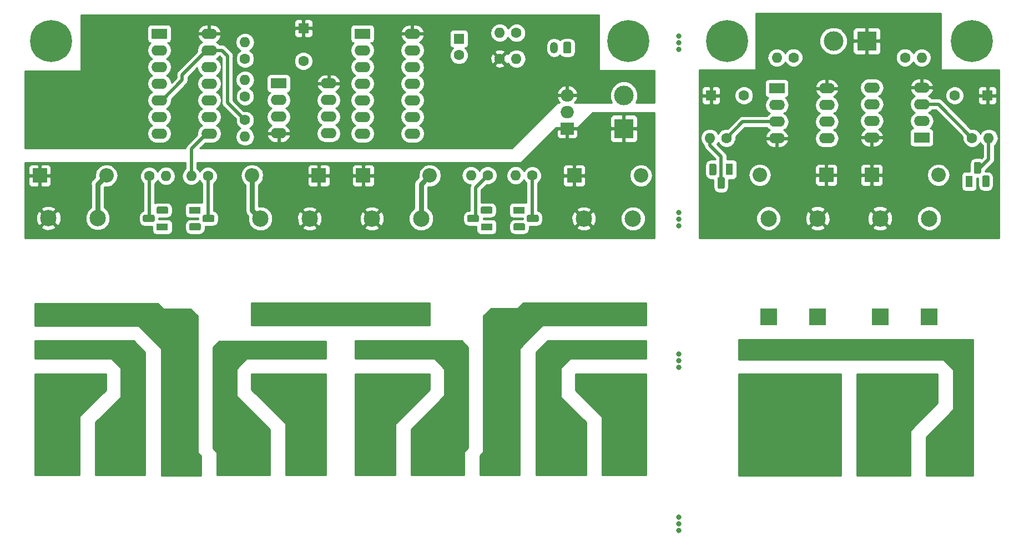
<source format=gbr>
%TF.GenerationSoftware,KiCad,Pcbnew,5.0.2-bee76a0~70~ubuntu16.04.1*%
%TF.CreationDate,2018-12-19T01:31:24+02:00*%
%TF.ProjectId,isolation-transformer,69736f6c-6174-4696-9f6e-2d7472616e73,rev?*%
%TF.SameCoordinates,Original*%
%TF.FileFunction,Copper,L1,Top*%
%TF.FilePolarity,Positive*%
%FSLAX46Y46*%
G04 Gerber Fmt 4.6, Leading zero omitted, Abs format (unit mm)*
G04 Created by KiCad (PCBNEW 5.0.2-bee76a0~70~ubuntu16.04.1) date Wed 19 Dec 2018 01:31:24 AM EET*
%MOMM*%
%LPD*%
G01*
G04 APERTURE LIST*
%ADD10R,3.000000X3.000000*%
%ADD11C,3.000000*%
%ADD12R,5.000000X3.000000*%
%ADD13C,1.600000*%
%ADD14O,1.600000X1.600000*%
%ADD15C,6.400000*%
%ADD16O,2.000000X1.905000*%
%ADD17R,2.000000X1.905000*%
%ADD18R,1.600000X1.600000*%
%ADD19O,2.200000X2.200000*%
%ADD20R,2.200000X2.200000*%
%ADD21C,0.100000*%
%ADD22C,1.200000*%
%ADD23O,1.200000X1.750000*%
%ADD24R,2.500000X2.500000*%
%ADD25C,2.500000*%
%ADD26R,1.800000X1.100000*%
%ADD27C,1.100000*%
%ADD28O,2.400000X1.600000*%
%ADD29R,2.400000X1.600000*%
%ADD30R,1.100000X1.800000*%
%ADD31C,0.800000*%
%ADD32C,0.800000*%
%ADD33C,0.500000*%
%ADD34C,2.500000*%
%ADD35C,3.000000*%
%ADD36C,0.250000*%
%ADD37C,0.254000*%
G04 APERTURE END LIST*
D10*
X150960000Y-44813600D03*
D11*
X145880000Y-44813600D03*
D10*
X113900000Y-58177600D03*
D11*
X113900000Y-53097600D03*
D12*
X75458400Y-109524800D03*
X65938400Y-109524800D03*
D13*
X56115000Y-47545160D03*
D14*
X56115000Y-45005160D03*
D15*
X26524000Y-44801960D03*
X114598500Y-44801960D03*
D14*
X56115000Y-50745560D03*
D13*
X56115000Y-53285560D03*
D14*
X56115000Y-59432360D03*
D13*
X56115000Y-56892360D03*
D14*
X97517000Y-47509600D03*
D13*
X94977000Y-47509600D03*
D14*
X94977000Y-43572600D03*
D13*
X97517000Y-43572600D03*
D16*
X105264000Y-53097600D03*
X105264000Y-55637600D03*
D17*
X105264000Y-58177600D03*
D14*
X97390000Y-65340400D03*
D13*
X99930000Y-65340400D03*
D14*
X90595500Y-65312460D03*
D13*
X93135500Y-65312460D03*
D14*
X47923500Y-65416600D03*
D13*
X50463500Y-65416600D03*
D14*
X44050000Y-65416600D03*
D13*
X41510000Y-65416600D03*
D18*
X88754000Y-44461600D03*
D13*
X88754000Y-46961600D03*
X65030400Y-47871560D03*
D18*
X65030400Y-42871560D03*
D19*
X116503500Y-65353100D03*
D20*
X106343500Y-65353100D03*
X74149000Y-65353100D03*
D19*
X84309000Y-65353100D03*
D20*
X67354500Y-65353100D03*
D19*
X57194500Y-65353100D03*
X34969500Y-65353100D03*
D20*
X24809500Y-65353100D03*
D21*
G36*
X105638505Y-44944164D02*
X105662773Y-44947764D01*
X105686572Y-44953725D01*
X105709671Y-44961990D01*
X105731850Y-44972480D01*
X105752893Y-44985092D01*
X105772599Y-44999707D01*
X105790777Y-45016183D01*
X105807253Y-45034361D01*
X105821868Y-45054067D01*
X105834480Y-45075110D01*
X105844970Y-45097289D01*
X105853235Y-45120388D01*
X105859196Y-45144187D01*
X105862796Y-45168455D01*
X105864000Y-45192959D01*
X105864000Y-46442961D01*
X105862796Y-46467465D01*
X105859196Y-46491733D01*
X105853235Y-46515532D01*
X105844970Y-46538631D01*
X105834480Y-46560810D01*
X105821868Y-46581853D01*
X105807253Y-46601559D01*
X105790777Y-46619737D01*
X105772599Y-46636213D01*
X105752893Y-46650828D01*
X105731850Y-46663440D01*
X105709671Y-46673930D01*
X105686572Y-46682195D01*
X105662773Y-46688156D01*
X105638505Y-46691756D01*
X105614001Y-46692960D01*
X104913999Y-46692960D01*
X104889495Y-46691756D01*
X104865227Y-46688156D01*
X104841428Y-46682195D01*
X104818329Y-46673930D01*
X104796150Y-46663440D01*
X104775107Y-46650828D01*
X104755401Y-46636213D01*
X104737223Y-46619737D01*
X104720747Y-46601559D01*
X104706132Y-46581853D01*
X104693520Y-46560810D01*
X104683030Y-46538631D01*
X104674765Y-46515532D01*
X104668804Y-46491733D01*
X104665204Y-46467465D01*
X104664000Y-46442961D01*
X104664000Y-45192959D01*
X104665204Y-45168455D01*
X104668804Y-45144187D01*
X104674765Y-45120388D01*
X104683030Y-45097289D01*
X104693520Y-45075110D01*
X104706132Y-45054067D01*
X104720747Y-45034361D01*
X104737223Y-45016183D01*
X104755401Y-44999707D01*
X104775107Y-44985092D01*
X104796150Y-44972480D01*
X104818329Y-44961990D01*
X104841428Y-44953725D01*
X104865227Y-44947764D01*
X104889495Y-44944164D01*
X104913999Y-44942960D01*
X105614001Y-44942960D01*
X105638505Y-44944164D01*
X105638505Y-44944164D01*
G37*
D22*
X105264000Y-45817960D03*
D23*
X103264000Y-45817960D03*
D12*
X37460000Y-109524800D03*
X27940000Y-109524800D03*
X56459200Y-109524800D03*
X46939200Y-109524800D03*
X84937600Y-109524800D03*
X94457600Y-109524800D03*
X113456800Y-109524800D03*
X103936800Y-109524800D03*
D24*
X115297000Y-96912600D03*
X115297000Y-91912600D03*
D25*
X115297000Y-71912600D03*
X107797000Y-71912600D03*
D24*
X107797000Y-91912600D03*
X107797000Y-96912600D03*
X115297000Y-86912600D03*
X107797000Y-86912600D03*
X75475500Y-86912600D03*
D25*
X82975500Y-86912600D03*
D21*
G36*
X84225500Y-88162600D02*
X81725500Y-88162600D01*
X81725500Y-85662600D01*
X84225500Y-85662600D01*
X84225500Y-88162600D01*
X84225500Y-88162600D01*
G37*
D24*
X75475500Y-96912600D03*
X75475500Y-91912600D03*
D25*
X75475500Y-71912600D03*
X82975500Y-71912600D03*
X82975500Y-91912600D03*
D21*
G36*
X84225500Y-93162600D02*
X81725500Y-93162600D01*
X81725500Y-90662600D01*
X84225500Y-90662600D01*
X84225500Y-93162600D01*
X84225500Y-93162600D01*
G37*
D24*
X82975500Y-96912600D03*
X65957500Y-96912600D03*
X65957500Y-91912600D03*
D25*
X65957500Y-71912600D03*
X58457500Y-71912600D03*
D24*
X58457500Y-91912600D03*
X58457500Y-96912600D03*
X65957500Y-86912600D03*
X58457500Y-86912600D03*
X26136000Y-86849100D03*
X33636000Y-86849100D03*
X26136000Y-96849100D03*
X26136000Y-91849100D03*
D25*
X26136000Y-71849100D03*
X33636000Y-71849100D03*
D24*
X33636000Y-91849100D03*
X33636000Y-96849100D03*
D26*
X97942500Y-70623600D03*
D21*
G36*
X98594455Y-72614924D02*
X98621150Y-72618884D01*
X98647328Y-72625441D01*
X98672738Y-72634533D01*
X98697134Y-72646072D01*
X98720282Y-72659946D01*
X98741958Y-72676022D01*
X98761954Y-72694146D01*
X98780078Y-72714142D01*
X98796154Y-72735818D01*
X98810028Y-72758966D01*
X98821567Y-72783362D01*
X98830659Y-72808772D01*
X98837216Y-72834950D01*
X98841176Y-72861645D01*
X98842500Y-72888600D01*
X98842500Y-73438600D01*
X98841176Y-73465555D01*
X98837216Y-73492250D01*
X98830659Y-73518428D01*
X98821567Y-73543838D01*
X98810028Y-73568234D01*
X98796154Y-73591382D01*
X98780078Y-73613058D01*
X98761954Y-73633054D01*
X98741958Y-73651178D01*
X98720282Y-73667254D01*
X98697134Y-73681128D01*
X98672738Y-73692667D01*
X98647328Y-73701759D01*
X98621150Y-73708316D01*
X98594455Y-73712276D01*
X98567500Y-73713600D01*
X97317500Y-73713600D01*
X97290545Y-73712276D01*
X97263850Y-73708316D01*
X97237672Y-73701759D01*
X97212262Y-73692667D01*
X97187866Y-73681128D01*
X97164718Y-73667254D01*
X97143042Y-73651178D01*
X97123046Y-73633054D01*
X97104922Y-73613058D01*
X97088846Y-73591382D01*
X97074972Y-73568234D01*
X97063433Y-73543838D01*
X97054341Y-73518428D01*
X97047784Y-73492250D01*
X97043824Y-73465555D01*
X97042500Y-73438600D01*
X97042500Y-72888600D01*
X97043824Y-72861645D01*
X97047784Y-72834950D01*
X97054341Y-72808772D01*
X97063433Y-72783362D01*
X97074972Y-72758966D01*
X97088846Y-72735818D01*
X97104922Y-72714142D01*
X97123046Y-72694146D01*
X97143042Y-72676022D01*
X97164718Y-72659946D01*
X97187866Y-72646072D01*
X97212262Y-72634533D01*
X97237672Y-72625441D01*
X97263850Y-72618884D01*
X97290545Y-72614924D01*
X97317500Y-72613600D01*
X98567500Y-72613600D01*
X98594455Y-72614924D01*
X98594455Y-72614924D01*
G37*
D27*
X97942500Y-73163600D03*
D21*
G36*
X100664455Y-71344924D02*
X100691150Y-71348884D01*
X100717328Y-71355441D01*
X100742738Y-71364533D01*
X100767134Y-71376072D01*
X100790282Y-71389946D01*
X100811958Y-71406022D01*
X100831954Y-71424146D01*
X100850078Y-71444142D01*
X100866154Y-71465818D01*
X100880028Y-71488966D01*
X100891567Y-71513362D01*
X100900659Y-71538772D01*
X100907216Y-71564950D01*
X100911176Y-71591645D01*
X100912500Y-71618600D01*
X100912500Y-72168600D01*
X100911176Y-72195555D01*
X100907216Y-72222250D01*
X100900659Y-72248428D01*
X100891567Y-72273838D01*
X100880028Y-72298234D01*
X100866154Y-72321382D01*
X100850078Y-72343058D01*
X100831954Y-72363054D01*
X100811958Y-72381178D01*
X100790282Y-72397254D01*
X100767134Y-72411128D01*
X100742738Y-72422667D01*
X100717328Y-72431759D01*
X100691150Y-72438316D01*
X100664455Y-72442276D01*
X100637500Y-72443600D01*
X99387500Y-72443600D01*
X99360545Y-72442276D01*
X99333850Y-72438316D01*
X99307672Y-72431759D01*
X99282262Y-72422667D01*
X99257866Y-72411128D01*
X99234718Y-72397254D01*
X99213042Y-72381178D01*
X99193046Y-72363054D01*
X99174922Y-72343058D01*
X99158846Y-72321382D01*
X99144972Y-72298234D01*
X99133433Y-72273838D01*
X99124341Y-72248428D01*
X99117784Y-72222250D01*
X99113824Y-72195555D01*
X99112500Y-72168600D01*
X99112500Y-71618600D01*
X99113824Y-71591645D01*
X99117784Y-71564950D01*
X99124341Y-71538772D01*
X99133433Y-71513362D01*
X99144972Y-71488966D01*
X99158846Y-71465818D01*
X99174922Y-71444142D01*
X99193046Y-71424146D01*
X99213042Y-71406022D01*
X99234718Y-71389946D01*
X99257866Y-71376072D01*
X99282262Y-71364533D01*
X99307672Y-71355441D01*
X99333850Y-71348884D01*
X99360545Y-71344924D01*
X99387500Y-71343600D01*
X100637500Y-71343600D01*
X100664455Y-71344924D01*
X100664455Y-71344924D01*
G37*
D27*
X100012500Y-71893600D03*
D21*
G36*
X51197955Y-71344924D02*
X51224650Y-71348884D01*
X51250828Y-71355441D01*
X51276238Y-71364533D01*
X51300634Y-71376072D01*
X51323782Y-71389946D01*
X51345458Y-71406022D01*
X51365454Y-71424146D01*
X51383578Y-71444142D01*
X51399654Y-71465818D01*
X51413528Y-71488966D01*
X51425067Y-71513362D01*
X51434159Y-71538772D01*
X51440716Y-71564950D01*
X51444676Y-71591645D01*
X51446000Y-71618600D01*
X51446000Y-72168600D01*
X51444676Y-72195555D01*
X51440716Y-72222250D01*
X51434159Y-72248428D01*
X51425067Y-72273838D01*
X51413528Y-72298234D01*
X51399654Y-72321382D01*
X51383578Y-72343058D01*
X51365454Y-72363054D01*
X51345458Y-72381178D01*
X51323782Y-72397254D01*
X51300634Y-72411128D01*
X51276238Y-72422667D01*
X51250828Y-72431759D01*
X51224650Y-72438316D01*
X51197955Y-72442276D01*
X51171000Y-72443600D01*
X49921000Y-72443600D01*
X49894045Y-72442276D01*
X49867350Y-72438316D01*
X49841172Y-72431759D01*
X49815762Y-72422667D01*
X49791366Y-72411128D01*
X49768218Y-72397254D01*
X49746542Y-72381178D01*
X49726546Y-72363054D01*
X49708422Y-72343058D01*
X49692346Y-72321382D01*
X49678472Y-72298234D01*
X49666933Y-72273838D01*
X49657841Y-72248428D01*
X49651284Y-72222250D01*
X49647324Y-72195555D01*
X49646000Y-72168600D01*
X49646000Y-71618600D01*
X49647324Y-71591645D01*
X49651284Y-71564950D01*
X49657841Y-71538772D01*
X49666933Y-71513362D01*
X49678472Y-71488966D01*
X49692346Y-71465818D01*
X49708422Y-71444142D01*
X49726546Y-71424146D01*
X49746542Y-71406022D01*
X49768218Y-71389946D01*
X49791366Y-71376072D01*
X49815762Y-71364533D01*
X49841172Y-71355441D01*
X49867350Y-71348884D01*
X49894045Y-71344924D01*
X49921000Y-71343600D01*
X51171000Y-71343600D01*
X51197955Y-71344924D01*
X51197955Y-71344924D01*
G37*
D27*
X50546000Y-71893600D03*
D21*
G36*
X49127955Y-72614924D02*
X49154650Y-72618884D01*
X49180828Y-72625441D01*
X49206238Y-72634533D01*
X49230634Y-72646072D01*
X49253782Y-72659946D01*
X49275458Y-72676022D01*
X49295454Y-72694146D01*
X49313578Y-72714142D01*
X49329654Y-72735818D01*
X49343528Y-72758966D01*
X49355067Y-72783362D01*
X49364159Y-72808772D01*
X49370716Y-72834950D01*
X49374676Y-72861645D01*
X49376000Y-72888600D01*
X49376000Y-73438600D01*
X49374676Y-73465555D01*
X49370716Y-73492250D01*
X49364159Y-73518428D01*
X49355067Y-73543838D01*
X49343528Y-73568234D01*
X49329654Y-73591382D01*
X49313578Y-73613058D01*
X49295454Y-73633054D01*
X49275458Y-73651178D01*
X49253782Y-73667254D01*
X49230634Y-73681128D01*
X49206238Y-73692667D01*
X49180828Y-73701759D01*
X49154650Y-73708316D01*
X49127955Y-73712276D01*
X49101000Y-73713600D01*
X47851000Y-73713600D01*
X47824045Y-73712276D01*
X47797350Y-73708316D01*
X47771172Y-73701759D01*
X47745762Y-73692667D01*
X47721366Y-73681128D01*
X47698218Y-73667254D01*
X47676542Y-73651178D01*
X47656546Y-73633054D01*
X47638422Y-73613058D01*
X47622346Y-73591382D01*
X47608472Y-73568234D01*
X47596933Y-73543838D01*
X47587841Y-73518428D01*
X47581284Y-73492250D01*
X47577324Y-73465555D01*
X47576000Y-73438600D01*
X47576000Y-72888600D01*
X47577324Y-72861645D01*
X47581284Y-72834950D01*
X47587841Y-72808772D01*
X47596933Y-72783362D01*
X47608472Y-72758966D01*
X47622346Y-72735818D01*
X47638422Y-72714142D01*
X47656546Y-72694146D01*
X47676542Y-72676022D01*
X47698218Y-72659946D01*
X47721366Y-72646072D01*
X47745762Y-72634533D01*
X47771172Y-72625441D01*
X47797350Y-72618884D01*
X47824045Y-72614924D01*
X47851000Y-72613600D01*
X49101000Y-72613600D01*
X49127955Y-72614924D01*
X49127955Y-72614924D01*
G37*
D27*
X48476000Y-73163600D03*
D26*
X48476000Y-70623600D03*
X43497500Y-73163600D03*
D21*
G36*
X44149455Y-70074924D02*
X44176150Y-70078884D01*
X44202328Y-70085441D01*
X44227738Y-70094533D01*
X44252134Y-70106072D01*
X44275282Y-70119946D01*
X44296958Y-70136022D01*
X44316954Y-70154146D01*
X44335078Y-70174142D01*
X44351154Y-70195818D01*
X44365028Y-70218966D01*
X44376567Y-70243362D01*
X44385659Y-70268772D01*
X44392216Y-70294950D01*
X44396176Y-70321645D01*
X44397500Y-70348600D01*
X44397500Y-70898600D01*
X44396176Y-70925555D01*
X44392216Y-70952250D01*
X44385659Y-70978428D01*
X44376567Y-71003838D01*
X44365028Y-71028234D01*
X44351154Y-71051382D01*
X44335078Y-71073058D01*
X44316954Y-71093054D01*
X44296958Y-71111178D01*
X44275282Y-71127254D01*
X44252134Y-71141128D01*
X44227738Y-71152667D01*
X44202328Y-71161759D01*
X44176150Y-71168316D01*
X44149455Y-71172276D01*
X44122500Y-71173600D01*
X42872500Y-71173600D01*
X42845545Y-71172276D01*
X42818850Y-71168316D01*
X42792672Y-71161759D01*
X42767262Y-71152667D01*
X42742866Y-71141128D01*
X42719718Y-71127254D01*
X42698042Y-71111178D01*
X42678046Y-71093054D01*
X42659922Y-71073058D01*
X42643846Y-71051382D01*
X42629972Y-71028234D01*
X42618433Y-71003838D01*
X42609341Y-70978428D01*
X42602784Y-70952250D01*
X42598824Y-70925555D01*
X42597500Y-70898600D01*
X42597500Y-70348600D01*
X42598824Y-70321645D01*
X42602784Y-70294950D01*
X42609341Y-70268772D01*
X42618433Y-70243362D01*
X42629972Y-70218966D01*
X42643846Y-70195818D01*
X42659922Y-70174142D01*
X42678046Y-70154146D01*
X42698042Y-70136022D01*
X42719718Y-70119946D01*
X42742866Y-70106072D01*
X42767262Y-70094533D01*
X42792672Y-70085441D01*
X42818850Y-70078884D01*
X42845545Y-70074924D01*
X42872500Y-70073600D01*
X44122500Y-70073600D01*
X44149455Y-70074924D01*
X44149455Y-70074924D01*
G37*
D27*
X43497500Y-70623600D03*
D21*
G36*
X42079455Y-71344924D02*
X42106150Y-71348884D01*
X42132328Y-71355441D01*
X42157738Y-71364533D01*
X42182134Y-71376072D01*
X42205282Y-71389946D01*
X42226958Y-71406022D01*
X42246954Y-71424146D01*
X42265078Y-71444142D01*
X42281154Y-71465818D01*
X42295028Y-71488966D01*
X42306567Y-71513362D01*
X42315659Y-71538772D01*
X42322216Y-71564950D01*
X42326176Y-71591645D01*
X42327500Y-71618600D01*
X42327500Y-72168600D01*
X42326176Y-72195555D01*
X42322216Y-72222250D01*
X42315659Y-72248428D01*
X42306567Y-72273838D01*
X42295028Y-72298234D01*
X42281154Y-72321382D01*
X42265078Y-72343058D01*
X42246954Y-72363054D01*
X42226958Y-72381178D01*
X42205282Y-72397254D01*
X42182134Y-72411128D01*
X42157738Y-72422667D01*
X42132328Y-72431759D01*
X42106150Y-72438316D01*
X42079455Y-72442276D01*
X42052500Y-72443600D01*
X40802500Y-72443600D01*
X40775545Y-72442276D01*
X40748850Y-72438316D01*
X40722672Y-72431759D01*
X40697262Y-72422667D01*
X40672866Y-72411128D01*
X40649718Y-72397254D01*
X40628042Y-72381178D01*
X40608046Y-72363054D01*
X40589922Y-72343058D01*
X40573846Y-72321382D01*
X40559972Y-72298234D01*
X40548433Y-72273838D01*
X40539341Y-72248428D01*
X40532784Y-72222250D01*
X40528824Y-72195555D01*
X40527500Y-72168600D01*
X40527500Y-71618600D01*
X40528824Y-71591645D01*
X40532784Y-71564950D01*
X40539341Y-71538772D01*
X40548433Y-71513362D01*
X40559972Y-71488966D01*
X40573846Y-71465818D01*
X40589922Y-71444142D01*
X40608046Y-71424146D01*
X40628042Y-71406022D01*
X40649718Y-71389946D01*
X40672866Y-71376072D01*
X40697262Y-71364533D01*
X40722672Y-71355441D01*
X40748850Y-71348884D01*
X40775545Y-71344924D01*
X40802500Y-71343600D01*
X42052500Y-71343600D01*
X42079455Y-71344924D01*
X42079455Y-71344924D01*
G37*
D27*
X41427500Y-71893600D03*
D21*
G36*
X91545955Y-71344924D02*
X91572650Y-71348884D01*
X91598828Y-71355441D01*
X91624238Y-71364533D01*
X91648634Y-71376072D01*
X91671782Y-71389946D01*
X91693458Y-71406022D01*
X91713454Y-71424146D01*
X91731578Y-71444142D01*
X91747654Y-71465818D01*
X91761528Y-71488966D01*
X91773067Y-71513362D01*
X91782159Y-71538772D01*
X91788716Y-71564950D01*
X91792676Y-71591645D01*
X91794000Y-71618600D01*
X91794000Y-72168600D01*
X91792676Y-72195555D01*
X91788716Y-72222250D01*
X91782159Y-72248428D01*
X91773067Y-72273838D01*
X91761528Y-72298234D01*
X91747654Y-72321382D01*
X91731578Y-72343058D01*
X91713454Y-72363054D01*
X91693458Y-72381178D01*
X91671782Y-72397254D01*
X91648634Y-72411128D01*
X91624238Y-72422667D01*
X91598828Y-72431759D01*
X91572650Y-72438316D01*
X91545955Y-72442276D01*
X91519000Y-72443600D01*
X90269000Y-72443600D01*
X90242045Y-72442276D01*
X90215350Y-72438316D01*
X90189172Y-72431759D01*
X90163762Y-72422667D01*
X90139366Y-72411128D01*
X90116218Y-72397254D01*
X90094542Y-72381178D01*
X90074546Y-72363054D01*
X90056422Y-72343058D01*
X90040346Y-72321382D01*
X90026472Y-72298234D01*
X90014933Y-72273838D01*
X90005841Y-72248428D01*
X89999284Y-72222250D01*
X89995324Y-72195555D01*
X89994000Y-72168600D01*
X89994000Y-71618600D01*
X89995324Y-71591645D01*
X89999284Y-71564950D01*
X90005841Y-71538772D01*
X90014933Y-71513362D01*
X90026472Y-71488966D01*
X90040346Y-71465818D01*
X90056422Y-71444142D01*
X90074546Y-71424146D01*
X90094542Y-71406022D01*
X90116218Y-71389946D01*
X90139366Y-71376072D01*
X90163762Y-71364533D01*
X90189172Y-71355441D01*
X90215350Y-71348884D01*
X90242045Y-71344924D01*
X90269000Y-71343600D01*
X91519000Y-71343600D01*
X91545955Y-71344924D01*
X91545955Y-71344924D01*
G37*
D27*
X90894000Y-71893600D03*
D21*
G36*
X93615955Y-70074924D02*
X93642650Y-70078884D01*
X93668828Y-70085441D01*
X93694238Y-70094533D01*
X93718634Y-70106072D01*
X93741782Y-70119946D01*
X93763458Y-70136022D01*
X93783454Y-70154146D01*
X93801578Y-70174142D01*
X93817654Y-70195818D01*
X93831528Y-70218966D01*
X93843067Y-70243362D01*
X93852159Y-70268772D01*
X93858716Y-70294950D01*
X93862676Y-70321645D01*
X93864000Y-70348600D01*
X93864000Y-70898600D01*
X93862676Y-70925555D01*
X93858716Y-70952250D01*
X93852159Y-70978428D01*
X93843067Y-71003838D01*
X93831528Y-71028234D01*
X93817654Y-71051382D01*
X93801578Y-71073058D01*
X93783454Y-71093054D01*
X93763458Y-71111178D01*
X93741782Y-71127254D01*
X93718634Y-71141128D01*
X93694238Y-71152667D01*
X93668828Y-71161759D01*
X93642650Y-71168316D01*
X93615955Y-71172276D01*
X93589000Y-71173600D01*
X92339000Y-71173600D01*
X92312045Y-71172276D01*
X92285350Y-71168316D01*
X92259172Y-71161759D01*
X92233762Y-71152667D01*
X92209366Y-71141128D01*
X92186218Y-71127254D01*
X92164542Y-71111178D01*
X92144546Y-71093054D01*
X92126422Y-71073058D01*
X92110346Y-71051382D01*
X92096472Y-71028234D01*
X92084933Y-71003838D01*
X92075841Y-70978428D01*
X92069284Y-70952250D01*
X92065324Y-70925555D01*
X92064000Y-70898600D01*
X92064000Y-70348600D01*
X92065324Y-70321645D01*
X92069284Y-70294950D01*
X92075841Y-70268772D01*
X92084933Y-70243362D01*
X92096472Y-70218966D01*
X92110346Y-70195818D01*
X92126422Y-70174142D01*
X92144546Y-70154146D01*
X92164542Y-70136022D01*
X92186218Y-70119946D01*
X92209366Y-70106072D01*
X92233762Y-70094533D01*
X92259172Y-70085441D01*
X92285350Y-70078884D01*
X92312045Y-70074924D01*
X92339000Y-70073600D01*
X93589000Y-70073600D01*
X93615955Y-70074924D01*
X93615955Y-70074924D01*
G37*
D27*
X92964000Y-70623600D03*
D26*
X92964000Y-73163600D03*
D28*
X81642000Y-43699600D03*
X74022000Y-58939600D03*
X81642000Y-46239600D03*
X74022000Y-56399600D03*
X81642000Y-48779600D03*
X74022000Y-53859600D03*
X81642000Y-51319600D03*
X74022000Y-51319600D03*
X81642000Y-53859600D03*
X74022000Y-48779600D03*
X81642000Y-56399600D03*
X74022000Y-46239600D03*
X81642000Y-58939600D03*
D29*
X74022000Y-43699600D03*
X61245800Y-51304360D03*
D28*
X68865800Y-58924360D03*
X61245800Y-53844360D03*
X68865800Y-56384360D03*
X61245800Y-56384360D03*
X68865800Y-53844360D03*
X61245800Y-58924360D03*
X68865800Y-51304360D03*
D29*
X43034000Y-43699600D03*
D28*
X50654000Y-58939600D03*
X43034000Y-46239600D03*
X50654000Y-56399600D03*
X43034000Y-48779600D03*
X50654000Y-53859600D03*
X43034000Y-51319600D03*
X50654000Y-51319600D03*
X43034000Y-53859600D03*
X50654000Y-48779600D03*
X43034000Y-56399600D03*
X50654000Y-46239600D03*
X43034000Y-58939600D03*
X50654000Y-43699600D03*
D13*
X164375000Y-53132100D03*
D18*
X169375000Y-53132100D03*
X127211000Y-53132100D03*
D13*
X132211000Y-53132100D03*
D19*
X161882000Y-65260600D03*
D20*
X151722000Y-65260600D03*
X144800500Y-65260600D03*
D19*
X134640500Y-65260600D03*
D12*
X162512000Y-109583600D03*
X152992000Y-109583600D03*
X133942000Y-109583600D03*
X143462000Y-109583600D03*
D24*
X152985000Y-86883600D03*
X160485000Y-86883600D03*
X152985000Y-96883600D03*
X152985000Y-91883600D03*
D25*
X152985000Y-71883600D03*
X160485000Y-71883600D03*
D24*
X160485000Y-91883600D03*
X160485000Y-96883600D03*
X143467000Y-96883600D03*
X143467000Y-91883600D03*
D25*
X143467000Y-71883600D03*
X135967000Y-71883600D03*
D24*
X135967000Y-91883600D03*
X135967000Y-96883600D03*
X143467000Y-86883600D03*
X135967000Y-86883600D03*
D30*
X166581000Y-66232100D03*
D21*
G36*
X169422955Y-65333424D02*
X169449650Y-65337384D01*
X169475828Y-65343941D01*
X169501238Y-65353033D01*
X169525634Y-65364572D01*
X169548782Y-65378446D01*
X169570458Y-65394522D01*
X169590454Y-65412646D01*
X169608578Y-65432642D01*
X169624654Y-65454318D01*
X169638528Y-65477466D01*
X169650067Y-65501862D01*
X169659159Y-65527272D01*
X169665716Y-65553450D01*
X169669676Y-65580145D01*
X169671000Y-65607100D01*
X169671000Y-66857100D01*
X169669676Y-66884055D01*
X169665716Y-66910750D01*
X169659159Y-66936928D01*
X169650067Y-66962338D01*
X169638528Y-66986734D01*
X169624654Y-67009882D01*
X169608578Y-67031558D01*
X169590454Y-67051554D01*
X169570458Y-67069678D01*
X169548782Y-67085754D01*
X169525634Y-67099628D01*
X169501238Y-67111167D01*
X169475828Y-67120259D01*
X169449650Y-67126816D01*
X169422955Y-67130776D01*
X169396000Y-67132100D01*
X168846000Y-67132100D01*
X168819045Y-67130776D01*
X168792350Y-67126816D01*
X168766172Y-67120259D01*
X168740762Y-67111167D01*
X168716366Y-67099628D01*
X168693218Y-67085754D01*
X168671542Y-67069678D01*
X168651546Y-67051554D01*
X168633422Y-67031558D01*
X168617346Y-67009882D01*
X168603472Y-66986734D01*
X168591933Y-66962338D01*
X168582841Y-66936928D01*
X168576284Y-66910750D01*
X168572324Y-66884055D01*
X168571000Y-66857100D01*
X168571000Y-65607100D01*
X168572324Y-65580145D01*
X168576284Y-65553450D01*
X168582841Y-65527272D01*
X168591933Y-65501862D01*
X168603472Y-65477466D01*
X168617346Y-65454318D01*
X168633422Y-65432642D01*
X168651546Y-65412646D01*
X168671542Y-65394522D01*
X168693218Y-65378446D01*
X168716366Y-65364572D01*
X168740762Y-65353033D01*
X168766172Y-65343941D01*
X168792350Y-65337384D01*
X168819045Y-65333424D01*
X168846000Y-65332100D01*
X169396000Y-65332100D01*
X169422955Y-65333424D01*
X169422955Y-65333424D01*
G37*
D27*
X169121000Y-66232100D03*
D21*
G36*
X168152955Y-63263424D02*
X168179650Y-63267384D01*
X168205828Y-63273941D01*
X168231238Y-63283033D01*
X168255634Y-63294572D01*
X168278782Y-63308446D01*
X168300458Y-63324522D01*
X168320454Y-63342646D01*
X168338578Y-63362642D01*
X168354654Y-63384318D01*
X168368528Y-63407466D01*
X168380067Y-63431862D01*
X168389159Y-63457272D01*
X168395716Y-63483450D01*
X168399676Y-63510145D01*
X168401000Y-63537100D01*
X168401000Y-64787100D01*
X168399676Y-64814055D01*
X168395716Y-64840750D01*
X168389159Y-64866928D01*
X168380067Y-64892338D01*
X168368528Y-64916734D01*
X168354654Y-64939882D01*
X168338578Y-64961558D01*
X168320454Y-64981554D01*
X168300458Y-64999678D01*
X168278782Y-65015754D01*
X168255634Y-65029628D01*
X168231238Y-65041167D01*
X168205828Y-65050259D01*
X168179650Y-65056816D01*
X168152955Y-65060776D01*
X168126000Y-65062100D01*
X167576000Y-65062100D01*
X167549045Y-65060776D01*
X167522350Y-65056816D01*
X167496172Y-65050259D01*
X167470762Y-65041167D01*
X167446366Y-65029628D01*
X167423218Y-65015754D01*
X167401542Y-64999678D01*
X167381546Y-64981554D01*
X167363422Y-64961558D01*
X167347346Y-64939882D01*
X167333472Y-64916734D01*
X167321933Y-64892338D01*
X167312841Y-64866928D01*
X167306284Y-64840750D01*
X167302324Y-64814055D01*
X167301000Y-64787100D01*
X167301000Y-63537100D01*
X167302324Y-63510145D01*
X167306284Y-63483450D01*
X167312841Y-63457272D01*
X167321933Y-63431862D01*
X167333472Y-63407466D01*
X167347346Y-63384318D01*
X167363422Y-63362642D01*
X167381546Y-63342646D01*
X167401542Y-63324522D01*
X167423218Y-63308446D01*
X167446366Y-63294572D01*
X167470762Y-63283033D01*
X167496172Y-63273941D01*
X167522350Y-63267384D01*
X167549045Y-63263424D01*
X167576000Y-63262100D01*
X168126000Y-63262100D01*
X168152955Y-63263424D01*
X168152955Y-63263424D01*
G37*
D27*
X167851000Y-64162100D03*
D21*
G36*
X129036955Y-65587424D02*
X129063650Y-65591384D01*
X129089828Y-65597941D01*
X129115238Y-65607033D01*
X129139634Y-65618572D01*
X129162782Y-65632446D01*
X129184458Y-65648522D01*
X129204454Y-65666646D01*
X129222578Y-65686642D01*
X129238654Y-65708318D01*
X129252528Y-65731466D01*
X129264067Y-65755862D01*
X129273159Y-65781272D01*
X129279716Y-65807450D01*
X129283676Y-65834145D01*
X129285000Y-65861100D01*
X129285000Y-67111100D01*
X129283676Y-67138055D01*
X129279716Y-67164750D01*
X129273159Y-67190928D01*
X129264067Y-67216338D01*
X129252528Y-67240734D01*
X129238654Y-67263882D01*
X129222578Y-67285558D01*
X129204454Y-67305554D01*
X129184458Y-67323678D01*
X129162782Y-67339754D01*
X129139634Y-67353628D01*
X129115238Y-67365167D01*
X129089828Y-67374259D01*
X129063650Y-67380816D01*
X129036955Y-67384776D01*
X129010000Y-67386100D01*
X128460000Y-67386100D01*
X128433045Y-67384776D01*
X128406350Y-67380816D01*
X128380172Y-67374259D01*
X128354762Y-67365167D01*
X128330366Y-67353628D01*
X128307218Y-67339754D01*
X128285542Y-67323678D01*
X128265546Y-67305554D01*
X128247422Y-67285558D01*
X128231346Y-67263882D01*
X128217472Y-67240734D01*
X128205933Y-67216338D01*
X128196841Y-67190928D01*
X128190284Y-67164750D01*
X128186324Y-67138055D01*
X128185000Y-67111100D01*
X128185000Y-65861100D01*
X128186324Y-65834145D01*
X128190284Y-65807450D01*
X128196841Y-65781272D01*
X128205933Y-65755862D01*
X128217472Y-65731466D01*
X128231346Y-65708318D01*
X128247422Y-65686642D01*
X128265546Y-65666646D01*
X128285542Y-65648522D01*
X128307218Y-65632446D01*
X128330366Y-65618572D01*
X128354762Y-65607033D01*
X128380172Y-65597941D01*
X128406350Y-65591384D01*
X128433045Y-65587424D01*
X128460000Y-65586100D01*
X129010000Y-65586100D01*
X129036955Y-65587424D01*
X129036955Y-65587424D01*
G37*
D27*
X128735000Y-66486100D03*
D21*
G36*
X127766955Y-63517424D02*
X127793650Y-63521384D01*
X127819828Y-63527941D01*
X127845238Y-63537033D01*
X127869634Y-63548572D01*
X127892782Y-63562446D01*
X127914458Y-63578522D01*
X127934454Y-63596646D01*
X127952578Y-63616642D01*
X127968654Y-63638318D01*
X127982528Y-63661466D01*
X127994067Y-63685862D01*
X128003159Y-63711272D01*
X128009716Y-63737450D01*
X128013676Y-63764145D01*
X128015000Y-63791100D01*
X128015000Y-65041100D01*
X128013676Y-65068055D01*
X128009716Y-65094750D01*
X128003159Y-65120928D01*
X127994067Y-65146338D01*
X127982528Y-65170734D01*
X127968654Y-65193882D01*
X127952578Y-65215558D01*
X127934454Y-65235554D01*
X127914458Y-65253678D01*
X127892782Y-65269754D01*
X127869634Y-65283628D01*
X127845238Y-65295167D01*
X127819828Y-65304259D01*
X127793650Y-65310816D01*
X127766955Y-65314776D01*
X127740000Y-65316100D01*
X127190000Y-65316100D01*
X127163045Y-65314776D01*
X127136350Y-65310816D01*
X127110172Y-65304259D01*
X127084762Y-65295167D01*
X127060366Y-65283628D01*
X127037218Y-65269754D01*
X127015542Y-65253678D01*
X126995546Y-65235554D01*
X126977422Y-65215558D01*
X126961346Y-65193882D01*
X126947472Y-65170734D01*
X126935933Y-65146338D01*
X126926841Y-65120928D01*
X126920284Y-65094750D01*
X126916324Y-65068055D01*
X126915000Y-65041100D01*
X126915000Y-63791100D01*
X126916324Y-63764145D01*
X126920284Y-63737450D01*
X126926841Y-63711272D01*
X126935933Y-63685862D01*
X126947472Y-63661466D01*
X126961346Y-63638318D01*
X126977422Y-63616642D01*
X126995546Y-63596646D01*
X127015542Y-63578522D01*
X127037218Y-63562446D01*
X127060366Y-63548572D01*
X127084762Y-63537033D01*
X127110172Y-63527941D01*
X127136350Y-63521384D01*
X127163045Y-63517424D01*
X127190000Y-63516100D01*
X127740000Y-63516100D01*
X127766955Y-63517424D01*
X127766955Y-63517424D01*
G37*
D27*
X127465000Y-64416100D03*
D30*
X130005000Y-64416100D03*
D13*
X167025500Y-59609100D03*
D14*
X169565500Y-59609100D03*
X159342000Y-47353600D03*
D13*
X156802000Y-47353600D03*
X129560500Y-59609100D03*
D14*
X127020500Y-59609100D03*
X137244000Y-47353600D03*
D13*
X139784000Y-47353600D03*
D29*
X159342000Y-59545600D03*
D28*
X151722000Y-51925600D03*
X159342000Y-57005600D03*
X151722000Y-54465600D03*
X159342000Y-54465600D03*
X151722000Y-57005600D03*
X159342000Y-51925600D03*
X151722000Y-59545600D03*
X144864000Y-52052600D03*
X137244000Y-59672600D03*
X144864000Y-54592600D03*
X137244000Y-57132600D03*
X144864000Y-57132600D03*
X137244000Y-54592600D03*
X144864000Y-59672600D03*
D29*
X137244000Y-52052600D03*
D15*
X129624000Y-44813600D03*
X166962000Y-44813600D03*
D31*
X122282000Y-44051600D03*
X122282000Y-45067600D03*
X122282000Y-46083600D03*
X122282000Y-70975600D03*
X122282000Y-71991600D03*
X122282000Y-73007600D03*
X122282000Y-92565600D03*
X122282000Y-93581600D03*
X122282000Y-94597600D03*
X122282000Y-117457600D03*
X122282000Y-118473600D03*
X122282000Y-119489600D03*
X60687000Y-85580600D03*
X60687000Y-87485600D03*
X63735000Y-85580600D03*
X63735000Y-87485600D03*
X62211000Y-86469600D03*
X80753000Y-87485600D03*
X77705000Y-87485600D03*
X77705000Y-85580600D03*
X79229000Y-86469600D03*
X80753000Y-85580600D03*
X69069000Y-85580600D03*
X69069000Y-87485600D03*
X72117000Y-85580600D03*
X72117000Y-87485600D03*
X70593000Y-86469600D03*
X110090000Y-85453600D03*
X110090000Y-87739600D03*
X113011000Y-85453600D03*
X113011000Y-87739600D03*
X111487000Y-86596600D03*
X105518000Y-85453600D03*
X105518000Y-87739600D03*
X97517000Y-109456600D03*
X92945000Y-106408600D03*
X97517000Y-106408600D03*
X95231000Y-106408600D03*
X94088000Y-107551600D03*
X96374000Y-107551600D03*
X31350000Y-87739600D03*
X31350000Y-85453600D03*
X28429000Y-87739600D03*
X28429000Y-85453600D03*
X29953000Y-86660100D03*
X35922000Y-87739600D03*
X35922000Y-85453600D03*
X43796000Y-106281600D03*
X44939000Y-107424600D03*
X47225000Y-107424600D03*
X48368000Y-106281600D03*
X46082000Y-106281600D03*
X43796000Y-109329600D03*
X28302000Y-96121600D03*
X28302000Y-97899600D03*
X31350000Y-96121600D03*
X31350000Y-97899600D03*
X29826000Y-97010600D03*
X26778000Y-98788600D03*
X32874000Y-98788600D03*
X29826000Y-98788600D03*
X24677493Y-109541668D03*
X30138493Y-106239668D03*
X24677493Y-106366668D03*
X27471493Y-106239668D03*
X28868493Y-107382668D03*
X26201493Y-107382668D03*
X110090000Y-92692600D03*
X110090000Y-91041600D03*
X113011000Y-91041600D03*
X113011000Y-92692600D03*
X111614000Y-91803600D03*
X105518000Y-91041600D03*
X105518000Y-92692600D03*
X107423000Y-109456600D03*
X100946000Y-109456600D03*
X100946000Y-106281600D03*
X107423000Y-106281600D03*
X104121000Y-106281600D03*
X102597000Y-107551600D03*
X105772000Y-107551600D03*
X77705000Y-91168600D03*
X77705000Y-92692600D03*
X80753000Y-92692600D03*
X80753000Y-91168600D03*
X79229000Y-91930600D03*
X81896000Y-109456600D03*
X73514000Y-91930600D03*
X88500000Y-109583600D03*
X81896000Y-106281600D03*
X83928000Y-106281600D03*
X82912000Y-107297600D03*
X84944000Y-107297600D03*
X85960000Y-106281600D03*
X86976000Y-107297600D03*
X87992000Y-106281600D03*
X89008000Y-107297600D03*
X85198000Y-91168600D03*
X85198000Y-92692600D03*
X60687000Y-91295600D03*
X60687000Y-92692600D03*
X63735000Y-91295600D03*
X63735000Y-92692600D03*
X62211000Y-91930600D03*
X67926000Y-91930600D03*
X56242000Y-91295600D03*
X56242000Y-92692600D03*
X59544000Y-109456600D03*
X52813000Y-109456600D03*
X59544000Y-106281600D03*
X58528000Y-107297600D03*
X56496000Y-107297600D03*
X57512000Y-106281600D03*
X54464000Y-107297600D03*
X55480000Y-106281600D03*
X53448000Y-106281600D03*
X52305000Y-107297600D03*
X34020832Y-109351330D03*
X40497832Y-109351330D03*
X40497832Y-106176330D03*
X34020832Y-106176330D03*
X37322832Y-106176330D03*
X38846832Y-107446330D03*
X35671832Y-107446330D03*
X31350000Y-91041600D03*
X31350000Y-92692600D03*
X28429000Y-92692600D03*
X28429000Y-91041600D03*
X29826000Y-91930600D03*
X35922000Y-92692600D03*
X35922000Y-91041600D03*
X110090000Y-96121600D03*
X110090000Y-97899600D03*
X113138000Y-96121600D03*
X113138000Y-97899600D03*
X111614000Y-97010600D03*
X108566000Y-98788600D03*
X114662000Y-98788600D03*
X116694000Y-109456600D03*
X111614000Y-98788600D03*
X111233000Y-106154600D03*
X116694000Y-106281600D03*
X113900000Y-106154600D03*
X112503000Y-107297600D03*
X115170000Y-107297600D03*
X77705000Y-96248600D03*
X80753000Y-96248600D03*
X77705000Y-97772600D03*
X80753000Y-97772600D03*
X79229000Y-97010600D03*
X78594000Y-109456600D03*
X73514000Y-96883600D03*
X73260000Y-107297600D03*
X78721000Y-107297600D03*
X76054000Y-107297600D03*
X74657000Y-106408600D03*
X77451000Y-106408600D03*
X60687000Y-96248600D03*
X63735000Y-96248600D03*
X60687000Y-97772600D03*
X63735000Y-97772600D03*
X62211000Y-97010600D03*
X67926000Y-96883600D03*
X62846000Y-109456600D03*
X67926000Y-107297600D03*
X62973000Y-107297600D03*
X65513000Y-107297600D03*
X64243000Y-106281600D03*
X66656000Y-106281600D03*
X155556000Y-91041600D03*
X157842000Y-91041600D03*
X157842000Y-92819600D03*
X155556000Y-92819600D03*
X146158000Y-91041600D03*
X146158000Y-92819600D03*
X150222000Y-91041600D03*
X150222000Y-92819600D03*
X148190000Y-91041600D03*
X148190000Y-92819600D03*
X140824000Y-91041600D03*
X140824000Y-92819600D03*
X138538000Y-91041600D03*
X138538000Y-92819600D03*
X132950000Y-91041600D03*
X132950000Y-92819600D03*
X163176000Y-91041600D03*
X163176000Y-92819600D03*
X166478000Y-91041600D03*
X164954000Y-92057600D03*
X166478000Y-92819600D03*
X160636000Y-106154600D03*
X162668000Y-106154600D03*
X164700000Y-106154600D03*
X166605000Y-106916600D03*
X161652000Y-107424600D03*
X163684000Y-107424600D03*
X166605000Y-109583600D03*
X150222000Y-96121600D03*
X150222000Y-97899600D03*
X155556000Y-96121600D03*
X155556000Y-97899600D03*
X157842000Y-96121600D03*
X157842000Y-97899600D03*
X159620000Y-100185600D03*
X161144000Y-100185600D03*
X153778000Y-100185600D03*
X152254000Y-100185600D03*
X149968000Y-106281600D03*
X151873000Y-106154600D03*
X153778000Y-106154600D03*
X155683000Y-106154600D03*
X157080000Y-107170600D03*
X152825500Y-107424600D03*
X154730500Y-107424600D03*
X150857000Y-107424600D03*
X149904500Y-109583600D03*
X157080000Y-109583600D03*
X132950000Y-96121600D03*
X132950000Y-97899600D03*
X138538000Y-96121600D03*
X138538000Y-97899600D03*
X140824000Y-96121600D03*
X140824000Y-97899600D03*
X146158000Y-96121600D03*
X146158000Y-97899600D03*
X134982000Y-99931600D03*
X136760000Y-99931600D03*
X142602000Y-99931600D03*
X144380000Y-99931600D03*
X146666000Y-106281600D03*
X145015000Y-106154600D03*
X143364000Y-106154600D03*
X141586000Y-106154600D03*
X131807000Y-106091100D03*
X138690400Y-110650400D03*
X138690400Y-107297600D03*
X138690400Y-108974000D03*
X133661200Y-106027600D03*
X135744000Y-106078400D03*
X132759500Y-107361100D03*
X134791500Y-107361100D03*
X142538500Y-107424600D03*
X144253000Y-107424600D03*
X146602500Y-109583600D03*
D32*
X57194500Y-70649600D02*
X58457500Y-71912600D01*
X57194500Y-65353100D02*
X57194500Y-70649600D01*
X33636000Y-66686600D02*
X34969500Y-65353100D01*
X33636000Y-71849100D02*
X33636000Y-66686600D01*
D33*
X99930000Y-71576100D02*
X99930000Y-65340400D01*
X99612500Y-71893600D02*
X99930000Y-71576100D01*
X50463500Y-71576100D02*
X50463500Y-65416600D01*
X50146000Y-71893600D02*
X50463500Y-71576100D01*
X41510000Y-71576100D02*
X41510000Y-65416600D01*
X41827500Y-71893600D02*
X41510000Y-71576100D01*
X91294000Y-71893600D02*
X90976500Y-71576100D01*
X91294000Y-67153960D02*
X93135500Y-65312460D01*
X91294000Y-71893600D02*
X91294000Y-67153960D01*
X43434000Y-53859600D02*
X46513800Y-50779800D01*
X43034000Y-53859600D02*
X43434000Y-53859600D01*
X50254000Y-46239600D02*
X50654000Y-46239600D01*
X46513800Y-49979800D02*
X50254000Y-46239600D01*
X46513800Y-50779800D02*
X46513800Y-49979800D01*
X56115000Y-56892360D02*
X53448000Y-54225360D01*
X53448000Y-54225360D02*
X53448000Y-47087960D01*
X52599640Y-46239600D02*
X50654000Y-46239600D01*
X53448000Y-47087960D02*
X52599640Y-46239600D01*
D32*
X82975500Y-66686600D02*
X84309000Y-65353100D01*
X82975500Y-71912600D02*
X82975500Y-66686600D01*
D33*
X50254000Y-58939600D02*
X50654000Y-58939600D01*
X47923500Y-61270100D02*
X50254000Y-58939600D01*
X47923500Y-65416600D02*
X47923500Y-61270100D01*
X43434000Y-56399600D02*
X43034000Y-56399600D01*
D34*
X56496000Y-109488000D02*
X56459200Y-109524800D01*
D35*
X55459200Y-109524800D02*
X56459200Y-109524800D01*
D36*
X38295800Y-109524800D02*
X37460000Y-109524800D01*
X76458400Y-109524800D02*
X75458400Y-109524800D01*
X64502200Y-108088600D02*
X65938400Y-109524800D01*
D33*
X169565500Y-62847600D02*
X167851000Y-64562100D01*
X169565500Y-59609100D02*
X169565500Y-62847600D01*
X128735000Y-62454970D02*
X128735000Y-66086100D01*
X127020500Y-60740470D02*
X128735000Y-62454970D01*
X127020500Y-59609100D02*
X127020500Y-60740470D01*
X161882000Y-54465600D02*
X167025500Y-59609100D01*
X159342000Y-54465600D02*
X161882000Y-54465600D01*
X132037000Y-57132600D02*
X129560500Y-59609100D01*
X137244000Y-57132600D02*
X132037000Y-57132600D01*
D37*
G36*
X117329000Y-111032460D02*
X110598000Y-111032460D01*
X110598000Y-102205960D01*
X110588333Y-102157359D01*
X110560803Y-102116157D01*
X106534000Y-98089354D01*
X106534000Y-95665460D01*
X117329000Y-95665460D01*
X117329000Y-111032460D01*
X117329000Y-111032460D01*
G37*
X117329000Y-111032460D02*
X110598000Y-111032460D01*
X110598000Y-102205960D01*
X110588333Y-102157359D01*
X110560803Y-102116157D01*
X106534000Y-98089354D01*
X106534000Y-95665460D01*
X117329000Y-95665460D01*
X117329000Y-111032460D01*
G36*
X118599000Y-74900960D02*
X22587000Y-74900960D01*
X22587000Y-73182420D01*
X24982285Y-73182420D01*
X25111533Y-73475223D01*
X25811806Y-73743488D01*
X26561435Y-73723350D01*
X27160467Y-73475223D01*
X27289715Y-73182420D01*
X26136000Y-72028705D01*
X24982285Y-73182420D01*
X22587000Y-73182420D01*
X22587000Y-71524906D01*
X24241612Y-71524906D01*
X24261750Y-72274535D01*
X24509877Y-72873567D01*
X24802680Y-73002815D01*
X25956395Y-71849100D01*
X26315605Y-71849100D01*
X27469320Y-73002815D01*
X27762123Y-72873567D01*
X28030388Y-72173294D01*
X28011607Y-71474150D01*
X31751000Y-71474150D01*
X31751000Y-72224050D01*
X32037974Y-72916867D01*
X32568233Y-73447126D01*
X33261050Y-73734100D01*
X34010950Y-73734100D01*
X34703767Y-73447126D01*
X35234026Y-72916867D01*
X35521000Y-72224050D01*
X35521000Y-71618600D01*
X39880060Y-71618600D01*
X39880060Y-72168600D01*
X39950277Y-72521603D01*
X40150236Y-72820864D01*
X40449497Y-73020823D01*
X40802500Y-73091040D01*
X41950060Y-73091040D01*
X41950060Y-73713600D01*
X41999343Y-73961365D01*
X42139691Y-74171409D01*
X42349735Y-74311757D01*
X42597500Y-74361040D01*
X44397500Y-74361040D01*
X44645265Y-74311757D01*
X44855309Y-74171409D01*
X44995657Y-73961365D01*
X45044940Y-73713600D01*
X45044940Y-72613600D01*
X44995657Y-72365835D01*
X44855309Y-72155791D01*
X44645265Y-72015443D01*
X44397500Y-71966160D01*
X42974940Y-71966160D01*
X42974940Y-71821040D01*
X44122500Y-71821040D01*
X44475503Y-71750823D01*
X44774764Y-71550864D01*
X44974723Y-71251603D01*
X45044940Y-70898600D01*
X45044940Y-70348600D01*
X44974723Y-69995597D01*
X44774764Y-69696336D01*
X44475503Y-69496377D01*
X44122500Y-69426160D01*
X42872500Y-69426160D01*
X42519497Y-69496377D01*
X42395000Y-69579563D01*
X42395000Y-66560996D01*
X42726534Y-66229462D01*
X42780394Y-66099432D01*
X43015423Y-66451177D01*
X43490091Y-66768340D01*
X43908667Y-66851600D01*
X44191333Y-66851600D01*
X44609909Y-66768340D01*
X45084577Y-66451177D01*
X45401740Y-65976509D01*
X45513113Y-65416600D01*
X45401740Y-64856691D01*
X45084577Y-64382023D01*
X44609909Y-64064860D01*
X44191333Y-63981600D01*
X43908667Y-63981600D01*
X43490091Y-64064860D01*
X43015423Y-64382023D01*
X42780394Y-64733768D01*
X42726534Y-64603738D01*
X42322862Y-64200066D01*
X41795439Y-63981600D01*
X41224561Y-63981600D01*
X40697138Y-64200066D01*
X40293466Y-64603738D01*
X40075000Y-65131161D01*
X40075000Y-65702039D01*
X40293466Y-66229462D01*
X40625001Y-66560997D01*
X40625000Y-70731467D01*
X40449497Y-70766377D01*
X40150236Y-70966336D01*
X39950277Y-71265597D01*
X39880060Y-71618600D01*
X35521000Y-71618600D01*
X35521000Y-71474150D01*
X35234026Y-70781333D01*
X34703767Y-70251074D01*
X34671000Y-70237501D01*
X34671000Y-67115310D01*
X34714869Y-67071441D01*
X34798620Y-67088100D01*
X35140380Y-67088100D01*
X35646463Y-66987434D01*
X36220365Y-66603965D01*
X36603834Y-66030063D01*
X36738490Y-65353100D01*
X36603834Y-64676137D01*
X36220365Y-64102235D01*
X35646463Y-63718766D01*
X35140380Y-63618100D01*
X34798620Y-63618100D01*
X34292537Y-63718766D01*
X33718635Y-64102235D01*
X33335166Y-64676137D01*
X33200510Y-65353100D01*
X33251159Y-65607731D01*
X32976225Y-65882665D01*
X32889808Y-65940407D01*
X32832066Y-66026824D01*
X32661052Y-66282764D01*
X32580724Y-66686600D01*
X32601001Y-66788539D01*
X32601000Y-70237501D01*
X32568233Y-70251074D01*
X32037974Y-70781333D01*
X31751000Y-71474150D01*
X28011607Y-71474150D01*
X28010250Y-71423665D01*
X27762123Y-70824633D01*
X27469320Y-70695385D01*
X26315605Y-71849100D01*
X25956395Y-71849100D01*
X24802680Y-70695385D01*
X24509877Y-70824633D01*
X24241612Y-71524906D01*
X22587000Y-71524906D01*
X22587000Y-70515780D01*
X24982285Y-70515780D01*
X26136000Y-71669495D01*
X27289715Y-70515780D01*
X27160467Y-70222977D01*
X26460194Y-69954712D01*
X25710565Y-69974850D01*
X25111533Y-70222977D01*
X24982285Y-70515780D01*
X22587000Y-70515780D01*
X22587000Y-65638850D01*
X23074500Y-65638850D01*
X23074500Y-66579410D01*
X23171173Y-66812799D01*
X23349802Y-66991427D01*
X23583191Y-67088100D01*
X24523750Y-67088100D01*
X24682500Y-66929350D01*
X24682500Y-65480100D01*
X24936500Y-65480100D01*
X24936500Y-66929350D01*
X25095250Y-67088100D01*
X26035809Y-67088100D01*
X26269198Y-66991427D01*
X26447827Y-66812799D01*
X26544500Y-66579410D01*
X26544500Y-65638850D01*
X26385750Y-65480100D01*
X24936500Y-65480100D01*
X24682500Y-65480100D01*
X23233250Y-65480100D01*
X23074500Y-65638850D01*
X22587000Y-65638850D01*
X22587000Y-64126790D01*
X23074500Y-64126790D01*
X23074500Y-65067350D01*
X23233250Y-65226100D01*
X24682500Y-65226100D01*
X24682500Y-63776850D01*
X24936500Y-63776850D01*
X24936500Y-65226100D01*
X26385750Y-65226100D01*
X26544500Y-65067350D01*
X26544500Y-64126790D01*
X26447827Y-63893401D01*
X26269198Y-63714773D01*
X26035809Y-63618100D01*
X25095250Y-63618100D01*
X24936500Y-63776850D01*
X24682500Y-63776850D01*
X24523750Y-63618100D01*
X23583191Y-63618100D01*
X23349802Y-63714773D01*
X23171173Y-63893401D01*
X23074500Y-64126790D01*
X22587000Y-64126790D01*
X22587000Y-63407460D01*
X47038500Y-63407460D01*
X47038500Y-64282079D01*
X46888923Y-64382023D01*
X46571760Y-64856691D01*
X46460387Y-65416600D01*
X46571760Y-65976509D01*
X46888923Y-66451177D01*
X47363591Y-66768340D01*
X47782167Y-66851600D01*
X48064833Y-66851600D01*
X48483409Y-66768340D01*
X48958077Y-66451177D01*
X49193106Y-66099432D01*
X49246966Y-66229462D01*
X49578501Y-66560997D01*
X49578500Y-69466439D01*
X49376000Y-69426160D01*
X47576000Y-69426160D01*
X47328235Y-69475443D01*
X47118191Y-69615791D01*
X46977843Y-69825835D01*
X46928560Y-70073600D01*
X46928560Y-71173600D01*
X46977843Y-71421365D01*
X47118191Y-71631409D01*
X47328235Y-71771757D01*
X47576000Y-71821040D01*
X48998560Y-71821040D01*
X48998560Y-71966160D01*
X47851000Y-71966160D01*
X47497997Y-72036377D01*
X47198736Y-72236336D01*
X46998777Y-72535597D01*
X46928560Y-72888600D01*
X46928560Y-73438600D01*
X46998777Y-73791603D01*
X47198736Y-74090864D01*
X47497997Y-74290823D01*
X47851000Y-74361040D01*
X49101000Y-74361040D01*
X49454003Y-74290823D01*
X49753264Y-74090864D01*
X49953223Y-73791603D01*
X50023440Y-73438600D01*
X50023440Y-73091040D01*
X51171000Y-73091040D01*
X51524003Y-73020823D01*
X51823264Y-72820864D01*
X52023223Y-72521603D01*
X52093440Y-72168600D01*
X52093440Y-71618600D01*
X52023223Y-71265597D01*
X51823264Y-70966336D01*
X51524003Y-70766377D01*
X51348500Y-70731467D01*
X51348500Y-66560996D01*
X51680034Y-66229462D01*
X51898500Y-65702039D01*
X51898500Y-65353100D01*
X55425510Y-65353100D01*
X55560166Y-66030063D01*
X55943635Y-66603965D01*
X56159500Y-66748202D01*
X56159501Y-70547661D01*
X56139224Y-70649600D01*
X56219552Y-71053436D01*
X56338057Y-71230791D01*
X56448308Y-71395793D01*
X56534725Y-71453535D01*
X56586073Y-71504883D01*
X56572500Y-71537650D01*
X56572500Y-72287550D01*
X56859474Y-72980367D01*
X57389733Y-73510626D01*
X58082550Y-73797600D01*
X58832450Y-73797600D01*
X59525267Y-73510626D01*
X59789973Y-73245920D01*
X64803785Y-73245920D01*
X64933033Y-73538723D01*
X65633306Y-73806988D01*
X66382935Y-73786850D01*
X66981967Y-73538723D01*
X67111215Y-73245920D01*
X74321785Y-73245920D01*
X74451033Y-73538723D01*
X75151306Y-73806988D01*
X75900935Y-73786850D01*
X76499967Y-73538723D01*
X76629215Y-73245920D01*
X75475500Y-72092205D01*
X74321785Y-73245920D01*
X67111215Y-73245920D01*
X65957500Y-72092205D01*
X64803785Y-73245920D01*
X59789973Y-73245920D01*
X60055526Y-72980367D01*
X60342500Y-72287550D01*
X60342500Y-71588406D01*
X64063112Y-71588406D01*
X64083250Y-72338035D01*
X64331377Y-72937067D01*
X64624180Y-73066315D01*
X65777895Y-71912600D01*
X66137105Y-71912600D01*
X67290820Y-73066315D01*
X67583623Y-72937067D01*
X67851888Y-72236794D01*
X67834470Y-71588406D01*
X73581112Y-71588406D01*
X73601250Y-72338035D01*
X73849377Y-72937067D01*
X74142180Y-73066315D01*
X75295895Y-71912600D01*
X75655105Y-71912600D01*
X76808820Y-73066315D01*
X77101623Y-72937067D01*
X77369888Y-72236794D01*
X77351107Y-71537650D01*
X81090500Y-71537650D01*
X81090500Y-72287550D01*
X81377474Y-72980367D01*
X81907733Y-73510626D01*
X82600550Y-73797600D01*
X83350450Y-73797600D01*
X84043267Y-73510626D01*
X84573526Y-72980367D01*
X84860500Y-72287550D01*
X84860500Y-71537650D01*
X84573526Y-70844833D01*
X84043267Y-70314574D01*
X84010500Y-70301001D01*
X84010500Y-67115310D01*
X84054369Y-67071441D01*
X84138120Y-67088100D01*
X84479880Y-67088100D01*
X84985963Y-66987434D01*
X85559865Y-66603965D01*
X85943334Y-66030063D01*
X86077990Y-65353100D01*
X86069907Y-65312460D01*
X89132387Y-65312460D01*
X89243760Y-65872369D01*
X89560923Y-66347037D01*
X90035591Y-66664200D01*
X90454167Y-66747460D01*
X90501235Y-66747460D01*
X90460348Y-66808651D01*
X90391663Y-67153960D01*
X90409001Y-67241125D01*
X90409000Y-70696160D01*
X90269000Y-70696160D01*
X89915997Y-70766377D01*
X89616736Y-70966336D01*
X89416777Y-71265597D01*
X89346560Y-71618600D01*
X89346560Y-72168600D01*
X89416777Y-72521603D01*
X89616736Y-72820864D01*
X89915997Y-73020823D01*
X90269000Y-73091040D01*
X91416560Y-73091040D01*
X91416560Y-73713600D01*
X91465843Y-73961365D01*
X91606191Y-74171409D01*
X91816235Y-74311757D01*
X92064000Y-74361040D01*
X93864000Y-74361040D01*
X94111765Y-74311757D01*
X94321809Y-74171409D01*
X94462157Y-73961365D01*
X94511440Y-73713600D01*
X94511440Y-72613600D01*
X94462157Y-72365835D01*
X94321809Y-72155791D01*
X94111765Y-72015443D01*
X93864000Y-71966160D01*
X92441440Y-71966160D01*
X92441440Y-71821040D01*
X93589000Y-71821040D01*
X93942003Y-71750823D01*
X94241264Y-71550864D01*
X94441223Y-71251603D01*
X94511440Y-70898600D01*
X94511440Y-70348600D01*
X94441223Y-69995597D01*
X94241264Y-69696336D01*
X93942003Y-69496377D01*
X93589000Y-69426160D01*
X92339000Y-69426160D01*
X92179000Y-69457986D01*
X92179000Y-67520538D01*
X92952079Y-66747460D01*
X93420939Y-66747460D01*
X93948362Y-66528994D01*
X94352034Y-66125322D01*
X94570500Y-65597899D01*
X94570500Y-65340400D01*
X95926887Y-65340400D01*
X96038260Y-65900309D01*
X96355423Y-66374977D01*
X96830091Y-66692140D01*
X97248667Y-66775400D01*
X97531333Y-66775400D01*
X97949909Y-66692140D01*
X98424577Y-66374977D01*
X98659606Y-66023232D01*
X98713466Y-66153262D01*
X99045001Y-66484797D01*
X99045000Y-69466439D01*
X98842500Y-69426160D01*
X97042500Y-69426160D01*
X96794735Y-69475443D01*
X96584691Y-69615791D01*
X96444343Y-69825835D01*
X96395060Y-70073600D01*
X96395060Y-71173600D01*
X96444343Y-71421365D01*
X96584691Y-71631409D01*
X96794735Y-71771757D01*
X97042500Y-71821040D01*
X98465060Y-71821040D01*
X98465060Y-71966160D01*
X97317500Y-71966160D01*
X96964497Y-72036377D01*
X96665236Y-72236336D01*
X96465277Y-72535597D01*
X96395060Y-72888600D01*
X96395060Y-73438600D01*
X96465277Y-73791603D01*
X96665236Y-74090864D01*
X96964497Y-74290823D01*
X97317500Y-74361040D01*
X98567500Y-74361040D01*
X98920503Y-74290823D01*
X99219764Y-74090864D01*
X99419723Y-73791603D01*
X99489940Y-73438600D01*
X99489940Y-73245920D01*
X106643285Y-73245920D01*
X106772533Y-73538723D01*
X107472806Y-73806988D01*
X108222435Y-73786850D01*
X108821467Y-73538723D01*
X108950715Y-73245920D01*
X107797000Y-72092205D01*
X106643285Y-73245920D01*
X99489940Y-73245920D01*
X99489940Y-73091040D01*
X100637500Y-73091040D01*
X100990503Y-73020823D01*
X101289764Y-72820864D01*
X101489723Y-72521603D01*
X101559940Y-72168600D01*
X101559940Y-71618600D01*
X101553935Y-71588406D01*
X105902612Y-71588406D01*
X105922750Y-72338035D01*
X106170877Y-72937067D01*
X106463680Y-73066315D01*
X107617395Y-71912600D01*
X107976605Y-71912600D01*
X109130320Y-73066315D01*
X109423123Y-72937067D01*
X109691388Y-72236794D01*
X109672607Y-71537650D01*
X113412000Y-71537650D01*
X113412000Y-72287550D01*
X113698974Y-72980367D01*
X114229233Y-73510626D01*
X114922050Y-73797600D01*
X115671950Y-73797600D01*
X116364767Y-73510626D01*
X116895026Y-72980367D01*
X117182000Y-72287550D01*
X117182000Y-71537650D01*
X116895026Y-70844833D01*
X116364767Y-70314574D01*
X115671950Y-70027600D01*
X114922050Y-70027600D01*
X114229233Y-70314574D01*
X113698974Y-70844833D01*
X113412000Y-71537650D01*
X109672607Y-71537650D01*
X109671250Y-71487165D01*
X109423123Y-70888133D01*
X109130320Y-70758885D01*
X107976605Y-71912600D01*
X107617395Y-71912600D01*
X106463680Y-70758885D01*
X106170877Y-70888133D01*
X105902612Y-71588406D01*
X101553935Y-71588406D01*
X101489723Y-71265597D01*
X101289764Y-70966336D01*
X100990503Y-70766377D01*
X100815000Y-70731467D01*
X100815000Y-70579280D01*
X106643285Y-70579280D01*
X107797000Y-71732995D01*
X108950715Y-70579280D01*
X108821467Y-70286477D01*
X108121194Y-70018212D01*
X107371565Y-70038350D01*
X106772533Y-70286477D01*
X106643285Y-70579280D01*
X100815000Y-70579280D01*
X100815000Y-66484796D01*
X101146534Y-66153262D01*
X101359610Y-65638850D01*
X104608500Y-65638850D01*
X104608500Y-66579410D01*
X104705173Y-66812799D01*
X104883802Y-66991427D01*
X105117191Y-67088100D01*
X106057750Y-67088100D01*
X106216500Y-66929350D01*
X106216500Y-65480100D01*
X106470500Y-65480100D01*
X106470500Y-66929350D01*
X106629250Y-67088100D01*
X107569809Y-67088100D01*
X107803198Y-66991427D01*
X107981827Y-66812799D01*
X108078500Y-66579410D01*
X108078500Y-65638850D01*
X107919750Y-65480100D01*
X106470500Y-65480100D01*
X106216500Y-65480100D01*
X104767250Y-65480100D01*
X104608500Y-65638850D01*
X101359610Y-65638850D01*
X101365000Y-65625839D01*
X101365000Y-65353100D01*
X114734510Y-65353100D01*
X114869166Y-66030063D01*
X115252635Y-66603965D01*
X115826537Y-66987434D01*
X116332620Y-67088100D01*
X116674380Y-67088100D01*
X117180463Y-66987434D01*
X117754365Y-66603965D01*
X118137834Y-66030063D01*
X118272490Y-65353100D01*
X118137834Y-64676137D01*
X117754365Y-64102235D01*
X117180463Y-63718766D01*
X116674380Y-63618100D01*
X116332620Y-63618100D01*
X115826537Y-63718766D01*
X115252635Y-64102235D01*
X114869166Y-64676137D01*
X114734510Y-65353100D01*
X101365000Y-65353100D01*
X101365000Y-65054961D01*
X101146534Y-64527538D01*
X100745786Y-64126790D01*
X104608500Y-64126790D01*
X104608500Y-65067350D01*
X104767250Y-65226100D01*
X106216500Y-65226100D01*
X106216500Y-63776850D01*
X106470500Y-63776850D01*
X106470500Y-65226100D01*
X107919750Y-65226100D01*
X108078500Y-65067350D01*
X108078500Y-64126790D01*
X107981827Y-63893401D01*
X107803198Y-63714773D01*
X107569809Y-63618100D01*
X106629250Y-63618100D01*
X106470500Y-63776850D01*
X106216500Y-63776850D01*
X106057750Y-63618100D01*
X105117191Y-63618100D01*
X104883802Y-63714773D01*
X104705173Y-63893401D01*
X104608500Y-64126790D01*
X100745786Y-64126790D01*
X100742862Y-64123866D01*
X100215439Y-63905400D01*
X99644561Y-63905400D01*
X99117138Y-64123866D01*
X98713466Y-64527538D01*
X98659606Y-64657568D01*
X98424577Y-64305823D01*
X97949909Y-63988660D01*
X97531333Y-63905400D01*
X97248667Y-63905400D01*
X96830091Y-63988660D01*
X96355423Y-64305823D01*
X96038260Y-64780491D01*
X95926887Y-65340400D01*
X94570500Y-65340400D01*
X94570500Y-65027021D01*
X94352034Y-64499598D01*
X93948362Y-64095926D01*
X93420939Y-63877460D01*
X92850061Y-63877460D01*
X92322638Y-64095926D01*
X91918966Y-64499598D01*
X91865106Y-64629628D01*
X91630077Y-64277883D01*
X91155409Y-63960720D01*
X90736833Y-63877460D01*
X90454167Y-63877460D01*
X90035591Y-63960720D01*
X89560923Y-64277883D01*
X89243760Y-64752551D01*
X89132387Y-65312460D01*
X86069907Y-65312460D01*
X85943334Y-64676137D01*
X85559865Y-64102235D01*
X84985963Y-63718766D01*
X84479880Y-63618100D01*
X84138120Y-63618100D01*
X83632037Y-63718766D01*
X83058135Y-64102235D01*
X82674666Y-64676137D01*
X82540010Y-65353100D01*
X82590659Y-65607731D01*
X82315725Y-65882665D01*
X82229308Y-65940407D01*
X82171566Y-66026824D01*
X82000552Y-66282764D01*
X81920224Y-66686600D01*
X81940501Y-66788539D01*
X81940500Y-70301001D01*
X81907733Y-70314574D01*
X81377474Y-70844833D01*
X81090500Y-71537650D01*
X77351107Y-71537650D01*
X77349750Y-71487165D01*
X77101623Y-70888133D01*
X76808820Y-70758885D01*
X75655105Y-71912600D01*
X75295895Y-71912600D01*
X74142180Y-70758885D01*
X73849377Y-70888133D01*
X73581112Y-71588406D01*
X67834470Y-71588406D01*
X67831750Y-71487165D01*
X67583623Y-70888133D01*
X67290820Y-70758885D01*
X66137105Y-71912600D01*
X65777895Y-71912600D01*
X64624180Y-70758885D01*
X64331377Y-70888133D01*
X64063112Y-71588406D01*
X60342500Y-71588406D01*
X60342500Y-71537650D01*
X60055526Y-70844833D01*
X59789973Y-70579280D01*
X64803785Y-70579280D01*
X65957500Y-71732995D01*
X67111215Y-70579280D01*
X74321785Y-70579280D01*
X75475500Y-71732995D01*
X76629215Y-70579280D01*
X76499967Y-70286477D01*
X75799694Y-70018212D01*
X75050065Y-70038350D01*
X74451033Y-70286477D01*
X74321785Y-70579280D01*
X67111215Y-70579280D01*
X66981967Y-70286477D01*
X66281694Y-70018212D01*
X65532065Y-70038350D01*
X64933033Y-70286477D01*
X64803785Y-70579280D01*
X59789973Y-70579280D01*
X59525267Y-70314574D01*
X58832450Y-70027600D01*
X58229500Y-70027600D01*
X58229500Y-66748201D01*
X58445365Y-66603965D01*
X58828834Y-66030063D01*
X58906650Y-65638850D01*
X65619500Y-65638850D01*
X65619500Y-66579410D01*
X65716173Y-66812799D01*
X65894802Y-66991427D01*
X66128191Y-67088100D01*
X67068750Y-67088100D01*
X67227500Y-66929350D01*
X67227500Y-65480100D01*
X67481500Y-65480100D01*
X67481500Y-66929350D01*
X67640250Y-67088100D01*
X68580809Y-67088100D01*
X68814198Y-66991427D01*
X68992827Y-66812799D01*
X69089500Y-66579410D01*
X69089500Y-65638850D01*
X72414000Y-65638850D01*
X72414000Y-66579410D01*
X72510673Y-66812799D01*
X72689302Y-66991427D01*
X72922691Y-67088100D01*
X73863250Y-67088100D01*
X74022000Y-66929350D01*
X74022000Y-65480100D01*
X74276000Y-65480100D01*
X74276000Y-66929350D01*
X74434750Y-67088100D01*
X75375309Y-67088100D01*
X75608698Y-66991427D01*
X75787327Y-66812799D01*
X75884000Y-66579410D01*
X75884000Y-65638850D01*
X75725250Y-65480100D01*
X74276000Y-65480100D01*
X74022000Y-65480100D01*
X72572750Y-65480100D01*
X72414000Y-65638850D01*
X69089500Y-65638850D01*
X68930750Y-65480100D01*
X67481500Y-65480100D01*
X67227500Y-65480100D01*
X65778250Y-65480100D01*
X65619500Y-65638850D01*
X58906650Y-65638850D01*
X58963490Y-65353100D01*
X58828834Y-64676137D01*
X58461773Y-64126790D01*
X65619500Y-64126790D01*
X65619500Y-65067350D01*
X65778250Y-65226100D01*
X67227500Y-65226100D01*
X67227500Y-63776850D01*
X67481500Y-63776850D01*
X67481500Y-65226100D01*
X68930750Y-65226100D01*
X69089500Y-65067350D01*
X69089500Y-64126790D01*
X72414000Y-64126790D01*
X72414000Y-65067350D01*
X72572750Y-65226100D01*
X74022000Y-65226100D01*
X74022000Y-63776850D01*
X74276000Y-63776850D01*
X74276000Y-65226100D01*
X75725250Y-65226100D01*
X75884000Y-65067350D01*
X75884000Y-64126790D01*
X75787327Y-63893401D01*
X75608698Y-63714773D01*
X75375309Y-63618100D01*
X74434750Y-63618100D01*
X74276000Y-63776850D01*
X74022000Y-63776850D01*
X73863250Y-63618100D01*
X72922691Y-63618100D01*
X72689302Y-63714773D01*
X72510673Y-63893401D01*
X72414000Y-64126790D01*
X69089500Y-64126790D01*
X68992827Y-63893401D01*
X68814198Y-63714773D01*
X68580809Y-63618100D01*
X67640250Y-63618100D01*
X67481500Y-63776850D01*
X67227500Y-63776850D01*
X67068750Y-63618100D01*
X66128191Y-63618100D01*
X65894802Y-63714773D01*
X65716173Y-63893401D01*
X65619500Y-64126790D01*
X58461773Y-64126790D01*
X58445365Y-64102235D01*
X57871463Y-63718766D01*
X57365380Y-63618100D01*
X57023620Y-63618100D01*
X56517537Y-63718766D01*
X55943635Y-64102235D01*
X55560166Y-64676137D01*
X55425510Y-65353100D01*
X51898500Y-65353100D01*
X51898500Y-65131161D01*
X51680034Y-64603738D01*
X51276362Y-64200066D01*
X50748939Y-63981600D01*
X50178061Y-63981600D01*
X49650638Y-64200066D01*
X49246966Y-64603738D01*
X49193106Y-64733768D01*
X48958077Y-64382023D01*
X48808500Y-64282079D01*
X48808500Y-63407460D01*
X98152000Y-63407460D01*
X98200601Y-63397793D01*
X98241803Y-63370263D01*
X103148716Y-58463350D01*
X103629000Y-58463350D01*
X103629000Y-59256409D01*
X103725673Y-59489798D01*
X103904301Y-59668427D01*
X104137690Y-59765100D01*
X104978250Y-59765100D01*
X105137000Y-59606350D01*
X105137000Y-58304600D01*
X105391000Y-58304600D01*
X105391000Y-59606350D01*
X105549750Y-59765100D01*
X106390310Y-59765100D01*
X106623699Y-59668427D01*
X106802327Y-59489798D01*
X106899000Y-59256409D01*
X106899000Y-58463350D01*
X111765000Y-58463350D01*
X111765000Y-59803909D01*
X111861673Y-60037298D01*
X112040301Y-60215927D01*
X112273690Y-60312600D01*
X113614250Y-60312600D01*
X113773000Y-60153850D01*
X113773000Y-58304600D01*
X114027000Y-58304600D01*
X114027000Y-60153850D01*
X114185750Y-60312600D01*
X115526310Y-60312600D01*
X115759699Y-60215927D01*
X115938327Y-60037298D01*
X116035000Y-59803909D01*
X116035000Y-58463350D01*
X115876250Y-58304600D01*
X114027000Y-58304600D01*
X113773000Y-58304600D01*
X111923750Y-58304600D01*
X111765000Y-58463350D01*
X106899000Y-58463350D01*
X106740250Y-58304600D01*
X105391000Y-58304600D01*
X105137000Y-58304600D01*
X103787750Y-58304600D01*
X103629000Y-58463350D01*
X103148716Y-58463350D01*
X103538606Y-58073460D01*
X106788000Y-58073460D01*
X106836601Y-58063793D01*
X106877803Y-58036263D01*
X108362775Y-56551291D01*
X111765000Y-56551291D01*
X111765000Y-57891850D01*
X111923750Y-58050600D01*
X113773000Y-58050600D01*
X113773000Y-56201350D01*
X114027000Y-56201350D01*
X114027000Y-58050600D01*
X115876250Y-58050600D01*
X116035000Y-57891850D01*
X116035000Y-56551291D01*
X115938327Y-56317902D01*
X115759699Y-56139273D01*
X115526310Y-56042600D01*
X114185750Y-56042600D01*
X114027000Y-56201350D01*
X113773000Y-56201350D01*
X113614250Y-56042600D01*
X112273690Y-56042600D01*
X112040301Y-56139273D01*
X111861673Y-56317902D01*
X111765000Y-56551291D01*
X108362775Y-56551291D01*
X109126606Y-55787460D01*
X118599000Y-55787460D01*
X118599000Y-74900960D01*
X118599000Y-74900960D01*
G37*
X118599000Y-74900960D02*
X22587000Y-74900960D01*
X22587000Y-73182420D01*
X24982285Y-73182420D01*
X25111533Y-73475223D01*
X25811806Y-73743488D01*
X26561435Y-73723350D01*
X27160467Y-73475223D01*
X27289715Y-73182420D01*
X26136000Y-72028705D01*
X24982285Y-73182420D01*
X22587000Y-73182420D01*
X22587000Y-71524906D01*
X24241612Y-71524906D01*
X24261750Y-72274535D01*
X24509877Y-72873567D01*
X24802680Y-73002815D01*
X25956395Y-71849100D01*
X26315605Y-71849100D01*
X27469320Y-73002815D01*
X27762123Y-72873567D01*
X28030388Y-72173294D01*
X28011607Y-71474150D01*
X31751000Y-71474150D01*
X31751000Y-72224050D01*
X32037974Y-72916867D01*
X32568233Y-73447126D01*
X33261050Y-73734100D01*
X34010950Y-73734100D01*
X34703767Y-73447126D01*
X35234026Y-72916867D01*
X35521000Y-72224050D01*
X35521000Y-71618600D01*
X39880060Y-71618600D01*
X39880060Y-72168600D01*
X39950277Y-72521603D01*
X40150236Y-72820864D01*
X40449497Y-73020823D01*
X40802500Y-73091040D01*
X41950060Y-73091040D01*
X41950060Y-73713600D01*
X41999343Y-73961365D01*
X42139691Y-74171409D01*
X42349735Y-74311757D01*
X42597500Y-74361040D01*
X44397500Y-74361040D01*
X44645265Y-74311757D01*
X44855309Y-74171409D01*
X44995657Y-73961365D01*
X45044940Y-73713600D01*
X45044940Y-72613600D01*
X44995657Y-72365835D01*
X44855309Y-72155791D01*
X44645265Y-72015443D01*
X44397500Y-71966160D01*
X42974940Y-71966160D01*
X42974940Y-71821040D01*
X44122500Y-71821040D01*
X44475503Y-71750823D01*
X44774764Y-71550864D01*
X44974723Y-71251603D01*
X45044940Y-70898600D01*
X45044940Y-70348600D01*
X44974723Y-69995597D01*
X44774764Y-69696336D01*
X44475503Y-69496377D01*
X44122500Y-69426160D01*
X42872500Y-69426160D01*
X42519497Y-69496377D01*
X42395000Y-69579563D01*
X42395000Y-66560996D01*
X42726534Y-66229462D01*
X42780394Y-66099432D01*
X43015423Y-66451177D01*
X43490091Y-66768340D01*
X43908667Y-66851600D01*
X44191333Y-66851600D01*
X44609909Y-66768340D01*
X45084577Y-66451177D01*
X45401740Y-65976509D01*
X45513113Y-65416600D01*
X45401740Y-64856691D01*
X45084577Y-64382023D01*
X44609909Y-64064860D01*
X44191333Y-63981600D01*
X43908667Y-63981600D01*
X43490091Y-64064860D01*
X43015423Y-64382023D01*
X42780394Y-64733768D01*
X42726534Y-64603738D01*
X42322862Y-64200066D01*
X41795439Y-63981600D01*
X41224561Y-63981600D01*
X40697138Y-64200066D01*
X40293466Y-64603738D01*
X40075000Y-65131161D01*
X40075000Y-65702039D01*
X40293466Y-66229462D01*
X40625001Y-66560997D01*
X40625000Y-70731467D01*
X40449497Y-70766377D01*
X40150236Y-70966336D01*
X39950277Y-71265597D01*
X39880060Y-71618600D01*
X35521000Y-71618600D01*
X35521000Y-71474150D01*
X35234026Y-70781333D01*
X34703767Y-70251074D01*
X34671000Y-70237501D01*
X34671000Y-67115310D01*
X34714869Y-67071441D01*
X34798620Y-67088100D01*
X35140380Y-67088100D01*
X35646463Y-66987434D01*
X36220365Y-66603965D01*
X36603834Y-66030063D01*
X36738490Y-65353100D01*
X36603834Y-64676137D01*
X36220365Y-64102235D01*
X35646463Y-63718766D01*
X35140380Y-63618100D01*
X34798620Y-63618100D01*
X34292537Y-63718766D01*
X33718635Y-64102235D01*
X33335166Y-64676137D01*
X33200510Y-65353100D01*
X33251159Y-65607731D01*
X32976225Y-65882665D01*
X32889808Y-65940407D01*
X32832066Y-66026824D01*
X32661052Y-66282764D01*
X32580724Y-66686600D01*
X32601001Y-66788539D01*
X32601000Y-70237501D01*
X32568233Y-70251074D01*
X32037974Y-70781333D01*
X31751000Y-71474150D01*
X28011607Y-71474150D01*
X28010250Y-71423665D01*
X27762123Y-70824633D01*
X27469320Y-70695385D01*
X26315605Y-71849100D01*
X25956395Y-71849100D01*
X24802680Y-70695385D01*
X24509877Y-70824633D01*
X24241612Y-71524906D01*
X22587000Y-71524906D01*
X22587000Y-70515780D01*
X24982285Y-70515780D01*
X26136000Y-71669495D01*
X27289715Y-70515780D01*
X27160467Y-70222977D01*
X26460194Y-69954712D01*
X25710565Y-69974850D01*
X25111533Y-70222977D01*
X24982285Y-70515780D01*
X22587000Y-70515780D01*
X22587000Y-65638850D01*
X23074500Y-65638850D01*
X23074500Y-66579410D01*
X23171173Y-66812799D01*
X23349802Y-66991427D01*
X23583191Y-67088100D01*
X24523750Y-67088100D01*
X24682500Y-66929350D01*
X24682500Y-65480100D01*
X24936500Y-65480100D01*
X24936500Y-66929350D01*
X25095250Y-67088100D01*
X26035809Y-67088100D01*
X26269198Y-66991427D01*
X26447827Y-66812799D01*
X26544500Y-66579410D01*
X26544500Y-65638850D01*
X26385750Y-65480100D01*
X24936500Y-65480100D01*
X24682500Y-65480100D01*
X23233250Y-65480100D01*
X23074500Y-65638850D01*
X22587000Y-65638850D01*
X22587000Y-64126790D01*
X23074500Y-64126790D01*
X23074500Y-65067350D01*
X23233250Y-65226100D01*
X24682500Y-65226100D01*
X24682500Y-63776850D01*
X24936500Y-63776850D01*
X24936500Y-65226100D01*
X26385750Y-65226100D01*
X26544500Y-65067350D01*
X26544500Y-64126790D01*
X26447827Y-63893401D01*
X26269198Y-63714773D01*
X26035809Y-63618100D01*
X25095250Y-63618100D01*
X24936500Y-63776850D01*
X24682500Y-63776850D01*
X24523750Y-63618100D01*
X23583191Y-63618100D01*
X23349802Y-63714773D01*
X23171173Y-63893401D01*
X23074500Y-64126790D01*
X22587000Y-64126790D01*
X22587000Y-63407460D01*
X47038500Y-63407460D01*
X47038500Y-64282079D01*
X46888923Y-64382023D01*
X46571760Y-64856691D01*
X46460387Y-65416600D01*
X46571760Y-65976509D01*
X46888923Y-66451177D01*
X47363591Y-66768340D01*
X47782167Y-66851600D01*
X48064833Y-66851600D01*
X48483409Y-66768340D01*
X48958077Y-66451177D01*
X49193106Y-66099432D01*
X49246966Y-66229462D01*
X49578501Y-66560997D01*
X49578500Y-69466439D01*
X49376000Y-69426160D01*
X47576000Y-69426160D01*
X47328235Y-69475443D01*
X47118191Y-69615791D01*
X46977843Y-69825835D01*
X46928560Y-70073600D01*
X46928560Y-71173600D01*
X46977843Y-71421365D01*
X47118191Y-71631409D01*
X47328235Y-71771757D01*
X47576000Y-71821040D01*
X48998560Y-71821040D01*
X48998560Y-71966160D01*
X47851000Y-71966160D01*
X47497997Y-72036377D01*
X47198736Y-72236336D01*
X46998777Y-72535597D01*
X46928560Y-72888600D01*
X46928560Y-73438600D01*
X46998777Y-73791603D01*
X47198736Y-74090864D01*
X47497997Y-74290823D01*
X47851000Y-74361040D01*
X49101000Y-74361040D01*
X49454003Y-74290823D01*
X49753264Y-74090864D01*
X49953223Y-73791603D01*
X50023440Y-73438600D01*
X50023440Y-73091040D01*
X51171000Y-73091040D01*
X51524003Y-73020823D01*
X51823264Y-72820864D01*
X52023223Y-72521603D01*
X52093440Y-72168600D01*
X52093440Y-71618600D01*
X52023223Y-71265597D01*
X51823264Y-70966336D01*
X51524003Y-70766377D01*
X51348500Y-70731467D01*
X51348500Y-66560996D01*
X51680034Y-66229462D01*
X51898500Y-65702039D01*
X51898500Y-65353100D01*
X55425510Y-65353100D01*
X55560166Y-66030063D01*
X55943635Y-66603965D01*
X56159500Y-66748202D01*
X56159501Y-70547661D01*
X56139224Y-70649600D01*
X56219552Y-71053436D01*
X56338057Y-71230791D01*
X56448308Y-71395793D01*
X56534725Y-71453535D01*
X56586073Y-71504883D01*
X56572500Y-71537650D01*
X56572500Y-72287550D01*
X56859474Y-72980367D01*
X57389733Y-73510626D01*
X58082550Y-73797600D01*
X58832450Y-73797600D01*
X59525267Y-73510626D01*
X59789973Y-73245920D01*
X64803785Y-73245920D01*
X64933033Y-73538723D01*
X65633306Y-73806988D01*
X66382935Y-73786850D01*
X66981967Y-73538723D01*
X67111215Y-73245920D01*
X74321785Y-73245920D01*
X74451033Y-73538723D01*
X75151306Y-73806988D01*
X75900935Y-73786850D01*
X76499967Y-73538723D01*
X76629215Y-73245920D01*
X75475500Y-72092205D01*
X74321785Y-73245920D01*
X67111215Y-73245920D01*
X65957500Y-72092205D01*
X64803785Y-73245920D01*
X59789973Y-73245920D01*
X60055526Y-72980367D01*
X60342500Y-72287550D01*
X60342500Y-71588406D01*
X64063112Y-71588406D01*
X64083250Y-72338035D01*
X64331377Y-72937067D01*
X64624180Y-73066315D01*
X65777895Y-71912600D01*
X66137105Y-71912600D01*
X67290820Y-73066315D01*
X67583623Y-72937067D01*
X67851888Y-72236794D01*
X67834470Y-71588406D01*
X73581112Y-71588406D01*
X73601250Y-72338035D01*
X73849377Y-72937067D01*
X74142180Y-73066315D01*
X75295895Y-71912600D01*
X75655105Y-71912600D01*
X76808820Y-73066315D01*
X77101623Y-72937067D01*
X77369888Y-72236794D01*
X77351107Y-71537650D01*
X81090500Y-71537650D01*
X81090500Y-72287550D01*
X81377474Y-72980367D01*
X81907733Y-73510626D01*
X82600550Y-73797600D01*
X83350450Y-73797600D01*
X84043267Y-73510626D01*
X84573526Y-72980367D01*
X84860500Y-72287550D01*
X84860500Y-71537650D01*
X84573526Y-70844833D01*
X84043267Y-70314574D01*
X84010500Y-70301001D01*
X84010500Y-67115310D01*
X84054369Y-67071441D01*
X84138120Y-67088100D01*
X84479880Y-67088100D01*
X84985963Y-66987434D01*
X85559865Y-66603965D01*
X85943334Y-66030063D01*
X86077990Y-65353100D01*
X86069907Y-65312460D01*
X89132387Y-65312460D01*
X89243760Y-65872369D01*
X89560923Y-66347037D01*
X90035591Y-66664200D01*
X90454167Y-66747460D01*
X90501235Y-66747460D01*
X90460348Y-66808651D01*
X90391663Y-67153960D01*
X90409001Y-67241125D01*
X90409000Y-70696160D01*
X90269000Y-70696160D01*
X89915997Y-70766377D01*
X89616736Y-70966336D01*
X89416777Y-71265597D01*
X89346560Y-71618600D01*
X89346560Y-72168600D01*
X89416777Y-72521603D01*
X89616736Y-72820864D01*
X89915997Y-73020823D01*
X90269000Y-73091040D01*
X91416560Y-73091040D01*
X91416560Y-73713600D01*
X91465843Y-73961365D01*
X91606191Y-74171409D01*
X91816235Y-74311757D01*
X92064000Y-74361040D01*
X93864000Y-74361040D01*
X94111765Y-74311757D01*
X94321809Y-74171409D01*
X94462157Y-73961365D01*
X94511440Y-73713600D01*
X94511440Y-72613600D01*
X94462157Y-72365835D01*
X94321809Y-72155791D01*
X94111765Y-72015443D01*
X93864000Y-71966160D01*
X92441440Y-71966160D01*
X92441440Y-71821040D01*
X93589000Y-71821040D01*
X93942003Y-71750823D01*
X94241264Y-71550864D01*
X94441223Y-71251603D01*
X94511440Y-70898600D01*
X94511440Y-70348600D01*
X94441223Y-69995597D01*
X94241264Y-69696336D01*
X93942003Y-69496377D01*
X93589000Y-69426160D01*
X92339000Y-69426160D01*
X92179000Y-69457986D01*
X92179000Y-67520538D01*
X92952079Y-66747460D01*
X93420939Y-66747460D01*
X93948362Y-66528994D01*
X94352034Y-66125322D01*
X94570500Y-65597899D01*
X94570500Y-65340400D01*
X95926887Y-65340400D01*
X96038260Y-65900309D01*
X96355423Y-66374977D01*
X96830091Y-66692140D01*
X97248667Y-66775400D01*
X97531333Y-66775400D01*
X97949909Y-66692140D01*
X98424577Y-66374977D01*
X98659606Y-66023232D01*
X98713466Y-66153262D01*
X99045001Y-66484797D01*
X99045000Y-69466439D01*
X98842500Y-69426160D01*
X97042500Y-69426160D01*
X96794735Y-69475443D01*
X96584691Y-69615791D01*
X96444343Y-69825835D01*
X96395060Y-70073600D01*
X96395060Y-71173600D01*
X96444343Y-71421365D01*
X96584691Y-71631409D01*
X96794735Y-71771757D01*
X97042500Y-71821040D01*
X98465060Y-71821040D01*
X98465060Y-71966160D01*
X97317500Y-71966160D01*
X96964497Y-72036377D01*
X96665236Y-72236336D01*
X96465277Y-72535597D01*
X96395060Y-72888600D01*
X96395060Y-73438600D01*
X96465277Y-73791603D01*
X96665236Y-74090864D01*
X96964497Y-74290823D01*
X97317500Y-74361040D01*
X98567500Y-74361040D01*
X98920503Y-74290823D01*
X99219764Y-74090864D01*
X99419723Y-73791603D01*
X99489940Y-73438600D01*
X99489940Y-73245920D01*
X106643285Y-73245920D01*
X106772533Y-73538723D01*
X107472806Y-73806988D01*
X108222435Y-73786850D01*
X108821467Y-73538723D01*
X108950715Y-73245920D01*
X107797000Y-72092205D01*
X106643285Y-73245920D01*
X99489940Y-73245920D01*
X99489940Y-73091040D01*
X100637500Y-73091040D01*
X100990503Y-73020823D01*
X101289764Y-72820864D01*
X101489723Y-72521603D01*
X101559940Y-72168600D01*
X101559940Y-71618600D01*
X101553935Y-71588406D01*
X105902612Y-71588406D01*
X105922750Y-72338035D01*
X106170877Y-72937067D01*
X106463680Y-73066315D01*
X107617395Y-71912600D01*
X107976605Y-71912600D01*
X109130320Y-73066315D01*
X109423123Y-72937067D01*
X109691388Y-72236794D01*
X109672607Y-71537650D01*
X113412000Y-71537650D01*
X113412000Y-72287550D01*
X113698974Y-72980367D01*
X114229233Y-73510626D01*
X114922050Y-73797600D01*
X115671950Y-73797600D01*
X116364767Y-73510626D01*
X116895026Y-72980367D01*
X117182000Y-72287550D01*
X117182000Y-71537650D01*
X116895026Y-70844833D01*
X116364767Y-70314574D01*
X115671950Y-70027600D01*
X114922050Y-70027600D01*
X114229233Y-70314574D01*
X113698974Y-70844833D01*
X113412000Y-71537650D01*
X109672607Y-71537650D01*
X109671250Y-71487165D01*
X109423123Y-70888133D01*
X109130320Y-70758885D01*
X107976605Y-71912600D01*
X107617395Y-71912600D01*
X106463680Y-70758885D01*
X106170877Y-70888133D01*
X105902612Y-71588406D01*
X101553935Y-71588406D01*
X101489723Y-71265597D01*
X101289764Y-70966336D01*
X100990503Y-70766377D01*
X100815000Y-70731467D01*
X100815000Y-70579280D01*
X106643285Y-70579280D01*
X107797000Y-71732995D01*
X108950715Y-70579280D01*
X108821467Y-70286477D01*
X108121194Y-70018212D01*
X107371565Y-70038350D01*
X106772533Y-70286477D01*
X106643285Y-70579280D01*
X100815000Y-70579280D01*
X100815000Y-66484796D01*
X101146534Y-66153262D01*
X101359610Y-65638850D01*
X104608500Y-65638850D01*
X104608500Y-66579410D01*
X104705173Y-66812799D01*
X104883802Y-66991427D01*
X105117191Y-67088100D01*
X106057750Y-67088100D01*
X106216500Y-66929350D01*
X106216500Y-65480100D01*
X106470500Y-65480100D01*
X106470500Y-66929350D01*
X106629250Y-67088100D01*
X107569809Y-67088100D01*
X107803198Y-66991427D01*
X107981827Y-66812799D01*
X108078500Y-66579410D01*
X108078500Y-65638850D01*
X107919750Y-65480100D01*
X106470500Y-65480100D01*
X106216500Y-65480100D01*
X104767250Y-65480100D01*
X104608500Y-65638850D01*
X101359610Y-65638850D01*
X101365000Y-65625839D01*
X101365000Y-65353100D01*
X114734510Y-65353100D01*
X114869166Y-66030063D01*
X115252635Y-66603965D01*
X115826537Y-66987434D01*
X116332620Y-67088100D01*
X116674380Y-67088100D01*
X117180463Y-66987434D01*
X117754365Y-66603965D01*
X118137834Y-66030063D01*
X118272490Y-65353100D01*
X118137834Y-64676137D01*
X117754365Y-64102235D01*
X117180463Y-63718766D01*
X116674380Y-63618100D01*
X116332620Y-63618100D01*
X115826537Y-63718766D01*
X115252635Y-64102235D01*
X114869166Y-64676137D01*
X114734510Y-65353100D01*
X101365000Y-65353100D01*
X101365000Y-65054961D01*
X101146534Y-64527538D01*
X100745786Y-64126790D01*
X104608500Y-64126790D01*
X104608500Y-65067350D01*
X104767250Y-65226100D01*
X106216500Y-65226100D01*
X106216500Y-63776850D01*
X106470500Y-63776850D01*
X106470500Y-65226100D01*
X107919750Y-65226100D01*
X108078500Y-65067350D01*
X108078500Y-64126790D01*
X107981827Y-63893401D01*
X107803198Y-63714773D01*
X107569809Y-63618100D01*
X106629250Y-63618100D01*
X106470500Y-63776850D01*
X106216500Y-63776850D01*
X106057750Y-63618100D01*
X105117191Y-63618100D01*
X104883802Y-63714773D01*
X104705173Y-63893401D01*
X104608500Y-64126790D01*
X100745786Y-64126790D01*
X100742862Y-64123866D01*
X100215439Y-63905400D01*
X99644561Y-63905400D01*
X99117138Y-64123866D01*
X98713466Y-64527538D01*
X98659606Y-64657568D01*
X98424577Y-64305823D01*
X97949909Y-63988660D01*
X97531333Y-63905400D01*
X97248667Y-63905400D01*
X96830091Y-63988660D01*
X96355423Y-64305823D01*
X96038260Y-64780491D01*
X95926887Y-65340400D01*
X94570500Y-65340400D01*
X94570500Y-65027021D01*
X94352034Y-64499598D01*
X93948362Y-64095926D01*
X93420939Y-63877460D01*
X92850061Y-63877460D01*
X92322638Y-64095926D01*
X91918966Y-64499598D01*
X91865106Y-64629628D01*
X91630077Y-64277883D01*
X91155409Y-63960720D01*
X90736833Y-63877460D01*
X90454167Y-63877460D01*
X90035591Y-63960720D01*
X89560923Y-64277883D01*
X89243760Y-64752551D01*
X89132387Y-65312460D01*
X86069907Y-65312460D01*
X85943334Y-64676137D01*
X85559865Y-64102235D01*
X84985963Y-63718766D01*
X84479880Y-63618100D01*
X84138120Y-63618100D01*
X83632037Y-63718766D01*
X83058135Y-64102235D01*
X82674666Y-64676137D01*
X82540010Y-65353100D01*
X82590659Y-65607731D01*
X82315725Y-65882665D01*
X82229308Y-65940407D01*
X82171566Y-66026824D01*
X82000552Y-66282764D01*
X81920224Y-66686600D01*
X81940501Y-66788539D01*
X81940500Y-70301001D01*
X81907733Y-70314574D01*
X81377474Y-70844833D01*
X81090500Y-71537650D01*
X77351107Y-71537650D01*
X77349750Y-71487165D01*
X77101623Y-70888133D01*
X76808820Y-70758885D01*
X75655105Y-71912600D01*
X75295895Y-71912600D01*
X74142180Y-70758885D01*
X73849377Y-70888133D01*
X73581112Y-71588406D01*
X67834470Y-71588406D01*
X67831750Y-71487165D01*
X67583623Y-70888133D01*
X67290820Y-70758885D01*
X66137105Y-71912600D01*
X65777895Y-71912600D01*
X64624180Y-70758885D01*
X64331377Y-70888133D01*
X64063112Y-71588406D01*
X60342500Y-71588406D01*
X60342500Y-71537650D01*
X60055526Y-70844833D01*
X59789973Y-70579280D01*
X64803785Y-70579280D01*
X65957500Y-71732995D01*
X67111215Y-70579280D01*
X74321785Y-70579280D01*
X75475500Y-71732995D01*
X76629215Y-70579280D01*
X76499967Y-70286477D01*
X75799694Y-70018212D01*
X75050065Y-70038350D01*
X74451033Y-70286477D01*
X74321785Y-70579280D01*
X67111215Y-70579280D01*
X66981967Y-70286477D01*
X66281694Y-70018212D01*
X65532065Y-70038350D01*
X64933033Y-70286477D01*
X64803785Y-70579280D01*
X59789973Y-70579280D01*
X59525267Y-70314574D01*
X58832450Y-70027600D01*
X58229500Y-70027600D01*
X58229500Y-66748201D01*
X58445365Y-66603965D01*
X58828834Y-66030063D01*
X58906650Y-65638850D01*
X65619500Y-65638850D01*
X65619500Y-66579410D01*
X65716173Y-66812799D01*
X65894802Y-66991427D01*
X66128191Y-67088100D01*
X67068750Y-67088100D01*
X67227500Y-66929350D01*
X67227500Y-65480100D01*
X67481500Y-65480100D01*
X67481500Y-66929350D01*
X67640250Y-67088100D01*
X68580809Y-67088100D01*
X68814198Y-66991427D01*
X68992827Y-66812799D01*
X69089500Y-66579410D01*
X69089500Y-65638850D01*
X72414000Y-65638850D01*
X72414000Y-66579410D01*
X72510673Y-66812799D01*
X72689302Y-66991427D01*
X72922691Y-67088100D01*
X73863250Y-67088100D01*
X74022000Y-66929350D01*
X74022000Y-65480100D01*
X74276000Y-65480100D01*
X74276000Y-66929350D01*
X74434750Y-67088100D01*
X75375309Y-67088100D01*
X75608698Y-66991427D01*
X75787327Y-66812799D01*
X75884000Y-66579410D01*
X75884000Y-65638850D01*
X75725250Y-65480100D01*
X74276000Y-65480100D01*
X74022000Y-65480100D01*
X72572750Y-65480100D01*
X72414000Y-65638850D01*
X69089500Y-65638850D01*
X68930750Y-65480100D01*
X67481500Y-65480100D01*
X67227500Y-65480100D01*
X65778250Y-65480100D01*
X65619500Y-65638850D01*
X58906650Y-65638850D01*
X58963490Y-65353100D01*
X58828834Y-64676137D01*
X58461773Y-64126790D01*
X65619500Y-64126790D01*
X65619500Y-65067350D01*
X65778250Y-65226100D01*
X67227500Y-65226100D01*
X67227500Y-63776850D01*
X67481500Y-63776850D01*
X67481500Y-65226100D01*
X68930750Y-65226100D01*
X69089500Y-65067350D01*
X69089500Y-64126790D01*
X72414000Y-64126790D01*
X72414000Y-65067350D01*
X72572750Y-65226100D01*
X74022000Y-65226100D01*
X74022000Y-63776850D01*
X74276000Y-63776850D01*
X74276000Y-65226100D01*
X75725250Y-65226100D01*
X75884000Y-65067350D01*
X75884000Y-64126790D01*
X75787327Y-63893401D01*
X75608698Y-63714773D01*
X75375309Y-63618100D01*
X74434750Y-63618100D01*
X74276000Y-63776850D01*
X74022000Y-63776850D01*
X73863250Y-63618100D01*
X72922691Y-63618100D01*
X72689302Y-63714773D01*
X72510673Y-63893401D01*
X72414000Y-64126790D01*
X69089500Y-64126790D01*
X68992827Y-63893401D01*
X68814198Y-63714773D01*
X68580809Y-63618100D01*
X67640250Y-63618100D01*
X67481500Y-63776850D01*
X67227500Y-63776850D01*
X67068750Y-63618100D01*
X66128191Y-63618100D01*
X65894802Y-63714773D01*
X65716173Y-63893401D01*
X65619500Y-64126790D01*
X58461773Y-64126790D01*
X58445365Y-64102235D01*
X57871463Y-63718766D01*
X57365380Y-63618100D01*
X57023620Y-63618100D01*
X56517537Y-63718766D01*
X55943635Y-64102235D01*
X55560166Y-64676137D01*
X55425510Y-65353100D01*
X51898500Y-65353100D01*
X51898500Y-65131161D01*
X51680034Y-64603738D01*
X51276362Y-64200066D01*
X50748939Y-63981600D01*
X50178061Y-63981600D01*
X49650638Y-64200066D01*
X49246966Y-64603738D01*
X49193106Y-64733768D01*
X48958077Y-64382023D01*
X48808500Y-64282079D01*
X48808500Y-63407460D01*
X98152000Y-63407460D01*
X98200601Y-63397793D01*
X98241803Y-63370263D01*
X103148716Y-58463350D01*
X103629000Y-58463350D01*
X103629000Y-59256409D01*
X103725673Y-59489798D01*
X103904301Y-59668427D01*
X104137690Y-59765100D01*
X104978250Y-59765100D01*
X105137000Y-59606350D01*
X105137000Y-58304600D01*
X105391000Y-58304600D01*
X105391000Y-59606350D01*
X105549750Y-59765100D01*
X106390310Y-59765100D01*
X106623699Y-59668427D01*
X106802327Y-59489798D01*
X106899000Y-59256409D01*
X106899000Y-58463350D01*
X111765000Y-58463350D01*
X111765000Y-59803909D01*
X111861673Y-60037298D01*
X112040301Y-60215927D01*
X112273690Y-60312600D01*
X113614250Y-60312600D01*
X113773000Y-60153850D01*
X113773000Y-58304600D01*
X114027000Y-58304600D01*
X114027000Y-60153850D01*
X114185750Y-60312600D01*
X115526310Y-60312600D01*
X115759699Y-60215927D01*
X115938327Y-60037298D01*
X116035000Y-59803909D01*
X116035000Y-58463350D01*
X115876250Y-58304600D01*
X114027000Y-58304600D01*
X113773000Y-58304600D01*
X111923750Y-58304600D01*
X111765000Y-58463350D01*
X106899000Y-58463350D01*
X106740250Y-58304600D01*
X105391000Y-58304600D01*
X105137000Y-58304600D01*
X103787750Y-58304600D01*
X103629000Y-58463350D01*
X103148716Y-58463350D01*
X103538606Y-58073460D01*
X106788000Y-58073460D01*
X106836601Y-58063793D01*
X106877803Y-58036263D01*
X108362775Y-56551291D01*
X111765000Y-56551291D01*
X111765000Y-57891850D01*
X111923750Y-58050600D01*
X113773000Y-58050600D01*
X113773000Y-56201350D01*
X114027000Y-56201350D01*
X114027000Y-58050600D01*
X115876250Y-58050600D01*
X116035000Y-57891850D01*
X116035000Y-56551291D01*
X115938327Y-56317902D01*
X115759699Y-56139273D01*
X115526310Y-56042600D01*
X114185750Y-56042600D01*
X114027000Y-56201350D01*
X113773000Y-56201350D01*
X113614250Y-56042600D01*
X112273690Y-56042600D01*
X112040301Y-56139273D01*
X111861673Y-56317902D01*
X111765000Y-56551291D01*
X108362775Y-56551291D01*
X109126606Y-55787460D01*
X118599000Y-55787460D01*
X118599000Y-74900960D01*
G36*
X110090000Y-49183460D02*
X110099667Y-49232061D01*
X110127197Y-49273263D01*
X110168399Y-49300793D01*
X110217000Y-49310460D01*
X118599000Y-49310460D01*
X118599000Y-54199960D01*
X115754295Y-54199960D01*
X116035000Y-53522278D01*
X116035000Y-52672922D01*
X115709966Y-51888220D01*
X115109380Y-51287634D01*
X114324678Y-50962600D01*
X113475322Y-50962600D01*
X112690620Y-51287634D01*
X112090034Y-51888220D01*
X111765000Y-52672922D01*
X111765000Y-53522278D01*
X112045705Y-54199960D01*
X106409599Y-54199960D01*
X106639973Y-53964524D01*
X106854563Y-53470580D01*
X106734594Y-53224600D01*
X105391000Y-53224600D01*
X105391000Y-53244600D01*
X105137000Y-53244600D01*
X105137000Y-53224600D01*
X103793406Y-53224600D01*
X103673437Y-53470580D01*
X103888027Y-53964524D01*
X104118401Y-54199960D01*
X103867000Y-54199960D01*
X103818399Y-54209627D01*
X103777197Y-54237157D01*
X96829394Y-61184960D01*
X49260218Y-61184960D01*
X50077562Y-60367617D01*
X50112667Y-60374600D01*
X51195333Y-60374600D01*
X51613909Y-60291340D01*
X52088577Y-59974177D01*
X52405740Y-59499509D01*
X52517113Y-58939600D01*
X52405740Y-58379691D01*
X52088577Y-57905023D01*
X51736242Y-57669600D01*
X52088577Y-57434177D01*
X52405740Y-56959509D01*
X52517113Y-56399600D01*
X52405740Y-55839691D01*
X52088577Y-55365023D01*
X51736242Y-55129600D01*
X52088577Y-54894177D01*
X52405740Y-54419509D01*
X52517113Y-53859600D01*
X52405740Y-53299691D01*
X52088577Y-52825023D01*
X51736242Y-52589600D01*
X52088577Y-52354177D01*
X52405740Y-51879509D01*
X52517113Y-51319600D01*
X52405740Y-50759691D01*
X52088577Y-50285023D01*
X51736242Y-50049600D01*
X52088577Y-49814177D01*
X52405740Y-49339509D01*
X52517113Y-48779600D01*
X52405740Y-48219691D01*
X52088577Y-47745023D01*
X51736242Y-47509600D01*
X52088577Y-47274177D01*
X52188521Y-47124600D01*
X52233062Y-47124600D01*
X52563001Y-47454540D01*
X52563000Y-54138199D01*
X52545663Y-54225360D01*
X52563000Y-54312521D01*
X52563000Y-54312524D01*
X52614348Y-54570669D01*
X52809951Y-54863409D01*
X52883847Y-54912785D01*
X54680000Y-56708939D01*
X54680000Y-57177799D01*
X54898466Y-57705222D01*
X55302138Y-58108894D01*
X55432168Y-58162754D01*
X55080423Y-58397783D01*
X54763260Y-58872451D01*
X54651887Y-59432360D01*
X54763260Y-59992269D01*
X55080423Y-60466937D01*
X55555091Y-60784100D01*
X55973667Y-60867360D01*
X56256333Y-60867360D01*
X56674909Y-60784100D01*
X57149577Y-60466937D01*
X57466740Y-59992269D01*
X57578113Y-59432360D01*
X57546494Y-59273399D01*
X59453896Y-59273399D01*
X59471433Y-59356179D01*
X59741300Y-59849256D01*
X60179317Y-60201526D01*
X60718800Y-60359360D01*
X61118800Y-60359360D01*
X61118800Y-59051360D01*
X61372800Y-59051360D01*
X61372800Y-60359360D01*
X61772800Y-60359360D01*
X62312283Y-60201526D01*
X62750300Y-59849256D01*
X63020167Y-59356179D01*
X63037704Y-59273399D01*
X62915715Y-59051360D01*
X61372800Y-59051360D01*
X61118800Y-59051360D01*
X59575885Y-59051360D01*
X59453896Y-59273399D01*
X57546494Y-59273399D01*
X57466740Y-58872451D01*
X57149577Y-58397783D01*
X56797832Y-58162754D01*
X56927862Y-58108894D01*
X57331534Y-57705222D01*
X57550000Y-57177799D01*
X57550000Y-56606921D01*
X57331534Y-56079498D01*
X56927862Y-55675826D01*
X56400439Y-55457360D01*
X55931579Y-55457360D01*
X54333000Y-53858782D01*
X54333000Y-50745560D01*
X54651887Y-50745560D01*
X54763260Y-51305469D01*
X55080423Y-51780137D01*
X55432168Y-52015166D01*
X55302138Y-52069026D01*
X54898466Y-52472698D01*
X54680000Y-53000121D01*
X54680000Y-53570999D01*
X54898466Y-54098422D01*
X55302138Y-54502094D01*
X55829561Y-54720560D01*
X56400439Y-54720560D01*
X56927862Y-54502094D01*
X57331534Y-54098422D01*
X57436770Y-53844360D01*
X59382687Y-53844360D01*
X59494060Y-54404269D01*
X59811223Y-54878937D01*
X60163558Y-55114360D01*
X59811223Y-55349783D01*
X59494060Y-55824451D01*
X59382687Y-56384360D01*
X59494060Y-56944269D01*
X59811223Y-57418937D01*
X60167299Y-57656859D01*
X59741300Y-57999464D01*
X59471433Y-58492541D01*
X59453896Y-58575321D01*
X59575885Y-58797360D01*
X61118800Y-58797360D01*
X61118800Y-58777360D01*
X61372800Y-58777360D01*
X61372800Y-58797360D01*
X62915715Y-58797360D01*
X63037704Y-58575321D01*
X63020167Y-58492541D01*
X62750300Y-57999464D01*
X62324301Y-57656859D01*
X62680377Y-57418937D01*
X62997540Y-56944269D01*
X63108913Y-56384360D01*
X62997540Y-55824451D01*
X62680377Y-55349783D01*
X62328042Y-55114360D01*
X62680377Y-54878937D01*
X62997540Y-54404269D01*
X63108913Y-53844360D01*
X67002687Y-53844360D01*
X67114060Y-54404269D01*
X67431223Y-54878937D01*
X67783558Y-55114360D01*
X67431223Y-55349783D01*
X67114060Y-55824451D01*
X67002687Y-56384360D01*
X67114060Y-56944269D01*
X67431223Y-57418937D01*
X67783558Y-57654360D01*
X67431223Y-57889783D01*
X67114060Y-58364451D01*
X67002687Y-58924360D01*
X67114060Y-59484269D01*
X67431223Y-59958937D01*
X67905891Y-60276100D01*
X68324467Y-60359360D01*
X69407133Y-60359360D01*
X69825709Y-60276100D01*
X70300377Y-59958937D01*
X70617540Y-59484269D01*
X70728913Y-58924360D01*
X70617540Y-58364451D01*
X70300377Y-57889783D01*
X69948042Y-57654360D01*
X70300377Y-57418937D01*
X70617540Y-56944269D01*
X70728913Y-56384360D01*
X70617540Y-55824451D01*
X70300377Y-55349783D01*
X69948042Y-55114360D01*
X70300377Y-54878937D01*
X70617540Y-54404269D01*
X70728913Y-53844360D01*
X70617540Y-53284451D01*
X70300377Y-52809783D01*
X69944301Y-52571861D01*
X70370300Y-52229256D01*
X70640167Y-51736179D01*
X70657704Y-51653399D01*
X70535715Y-51431360D01*
X68992800Y-51431360D01*
X68992800Y-51451360D01*
X68738800Y-51451360D01*
X68738800Y-51431360D01*
X67195885Y-51431360D01*
X67073896Y-51653399D01*
X67091433Y-51736179D01*
X67361300Y-52229256D01*
X67787299Y-52571861D01*
X67431223Y-52809783D01*
X67114060Y-53284451D01*
X67002687Y-53844360D01*
X63108913Y-53844360D01*
X62997540Y-53284451D01*
X62680377Y-52809783D01*
X62559694Y-52729145D01*
X62693565Y-52702517D01*
X62903609Y-52562169D01*
X63043957Y-52352125D01*
X63093240Y-52104360D01*
X63093240Y-50955321D01*
X67073896Y-50955321D01*
X67195885Y-51177360D01*
X68738800Y-51177360D01*
X68738800Y-49869360D01*
X68992800Y-49869360D01*
X68992800Y-51177360D01*
X70535715Y-51177360D01*
X70657704Y-50955321D01*
X70640167Y-50872541D01*
X70370300Y-50379464D01*
X69932283Y-50027194D01*
X69392800Y-49869360D01*
X68992800Y-49869360D01*
X68738800Y-49869360D01*
X68338800Y-49869360D01*
X67799317Y-50027194D01*
X67361300Y-50379464D01*
X67091433Y-50872541D01*
X67073896Y-50955321D01*
X63093240Y-50955321D01*
X63093240Y-50504360D01*
X63043957Y-50256595D01*
X62903609Y-50046551D01*
X62693565Y-49906203D01*
X62445800Y-49856920D01*
X60045800Y-49856920D01*
X59798035Y-49906203D01*
X59587991Y-50046551D01*
X59447643Y-50256595D01*
X59398360Y-50504360D01*
X59398360Y-52104360D01*
X59447643Y-52352125D01*
X59587991Y-52562169D01*
X59798035Y-52702517D01*
X59931906Y-52729145D01*
X59811223Y-52809783D01*
X59494060Y-53284451D01*
X59382687Y-53844360D01*
X57436770Y-53844360D01*
X57550000Y-53570999D01*
X57550000Y-53000121D01*
X57331534Y-52472698D01*
X56927862Y-52069026D01*
X56797832Y-52015166D01*
X57149577Y-51780137D01*
X57466740Y-51305469D01*
X57578113Y-50745560D01*
X57466740Y-50185651D01*
X57149577Y-49710983D01*
X56674909Y-49393820D01*
X56256333Y-49310560D01*
X55973667Y-49310560D01*
X55555091Y-49393820D01*
X55080423Y-49710983D01*
X54763260Y-50185651D01*
X54651887Y-50745560D01*
X54333000Y-50745560D01*
X54333000Y-47175119D01*
X54350337Y-47087959D01*
X54333000Y-47000799D01*
X54333000Y-47000795D01*
X54281652Y-46742650D01*
X54192417Y-46609101D01*
X54135424Y-46523805D01*
X54135423Y-46523804D01*
X54086049Y-46449911D01*
X54012156Y-46400537D01*
X53287065Y-45675447D01*
X53237689Y-45601551D01*
X52944950Y-45405948D01*
X52686805Y-45354600D01*
X52686801Y-45354600D01*
X52599640Y-45337263D01*
X52512479Y-45354600D01*
X52188521Y-45354600D01*
X52088577Y-45205023D01*
X51789461Y-45005160D01*
X54651887Y-45005160D01*
X54763260Y-45565069D01*
X55080423Y-46039737D01*
X55432168Y-46274766D01*
X55302138Y-46328626D01*
X54898466Y-46732298D01*
X54680000Y-47259721D01*
X54680000Y-47830599D01*
X54898466Y-48358022D01*
X55302138Y-48761694D01*
X55829561Y-48980160D01*
X56400439Y-48980160D01*
X56927862Y-48761694D01*
X57331534Y-48358022D01*
X57550000Y-47830599D01*
X57550000Y-47586121D01*
X63595400Y-47586121D01*
X63595400Y-48156999D01*
X63813866Y-48684422D01*
X64217538Y-49088094D01*
X64744961Y-49306560D01*
X65315839Y-49306560D01*
X65843262Y-49088094D01*
X66246934Y-48684422D01*
X66465400Y-48156999D01*
X66465400Y-47586121D01*
X66246934Y-47058698D01*
X65843262Y-46655026D01*
X65315839Y-46436560D01*
X64744961Y-46436560D01*
X64217538Y-46655026D01*
X63813866Y-47058698D01*
X63595400Y-47586121D01*
X57550000Y-47586121D01*
X57550000Y-47259721D01*
X57331534Y-46732298D01*
X56927862Y-46328626D01*
X56797832Y-46274766D01*
X56850461Y-46239600D01*
X72158887Y-46239600D01*
X72270260Y-46799509D01*
X72587423Y-47274177D01*
X72939758Y-47509600D01*
X72587423Y-47745023D01*
X72270260Y-48219691D01*
X72158887Y-48779600D01*
X72270260Y-49339509D01*
X72587423Y-49814177D01*
X72939758Y-50049600D01*
X72587423Y-50285023D01*
X72270260Y-50759691D01*
X72158887Y-51319600D01*
X72270260Y-51879509D01*
X72587423Y-52354177D01*
X72939758Y-52589600D01*
X72587423Y-52825023D01*
X72270260Y-53299691D01*
X72158887Y-53859600D01*
X72270260Y-54419509D01*
X72587423Y-54894177D01*
X72939758Y-55129600D01*
X72587423Y-55365023D01*
X72270260Y-55839691D01*
X72158887Y-56399600D01*
X72270260Y-56959509D01*
X72587423Y-57434177D01*
X72939758Y-57669600D01*
X72587423Y-57905023D01*
X72270260Y-58379691D01*
X72158887Y-58939600D01*
X72270260Y-59499509D01*
X72587423Y-59974177D01*
X73062091Y-60291340D01*
X73480667Y-60374600D01*
X74563333Y-60374600D01*
X74981909Y-60291340D01*
X75456577Y-59974177D01*
X75773740Y-59499509D01*
X75885113Y-58939600D01*
X75773740Y-58379691D01*
X75456577Y-57905023D01*
X75104242Y-57669600D01*
X75456577Y-57434177D01*
X75773740Y-56959509D01*
X75885113Y-56399600D01*
X75773740Y-55839691D01*
X75456577Y-55365023D01*
X75104242Y-55129600D01*
X75456577Y-54894177D01*
X75773740Y-54419509D01*
X75885113Y-53859600D01*
X75773740Y-53299691D01*
X75456577Y-52825023D01*
X75104242Y-52589600D01*
X75456577Y-52354177D01*
X75773740Y-51879509D01*
X75885113Y-51319600D01*
X75773740Y-50759691D01*
X75456577Y-50285023D01*
X75104242Y-50049600D01*
X75456577Y-49814177D01*
X75773740Y-49339509D01*
X75885113Y-48779600D01*
X75773740Y-48219691D01*
X75456577Y-47745023D01*
X75104242Y-47509600D01*
X75456577Y-47274177D01*
X75773740Y-46799509D01*
X75885113Y-46239600D01*
X79778887Y-46239600D01*
X79890260Y-46799509D01*
X80207423Y-47274177D01*
X80559758Y-47509600D01*
X80207423Y-47745023D01*
X79890260Y-48219691D01*
X79778887Y-48779600D01*
X79890260Y-49339509D01*
X80207423Y-49814177D01*
X80559758Y-50049600D01*
X80207423Y-50285023D01*
X79890260Y-50759691D01*
X79778887Y-51319600D01*
X79890260Y-51879509D01*
X80207423Y-52354177D01*
X80559758Y-52589600D01*
X80207423Y-52825023D01*
X79890260Y-53299691D01*
X79778887Y-53859600D01*
X79890260Y-54419509D01*
X80207423Y-54894177D01*
X80559758Y-55129600D01*
X80207423Y-55365023D01*
X79890260Y-55839691D01*
X79778887Y-56399600D01*
X79890260Y-56959509D01*
X80207423Y-57434177D01*
X80559758Y-57669600D01*
X80207423Y-57905023D01*
X79890260Y-58379691D01*
X79778887Y-58939600D01*
X79890260Y-59499509D01*
X80207423Y-59974177D01*
X80682091Y-60291340D01*
X81100667Y-60374600D01*
X82183333Y-60374600D01*
X82601909Y-60291340D01*
X83076577Y-59974177D01*
X83393740Y-59499509D01*
X83505113Y-58939600D01*
X83393740Y-58379691D01*
X83076577Y-57905023D01*
X82724242Y-57669600D01*
X83076577Y-57434177D01*
X83393740Y-56959509D01*
X83505113Y-56399600D01*
X83393740Y-55839691D01*
X83076577Y-55365023D01*
X82724242Y-55129600D01*
X83076577Y-54894177D01*
X83393740Y-54419509D01*
X83505113Y-53859600D01*
X83393740Y-53299691D01*
X83076577Y-52825023D01*
X82926314Y-52724620D01*
X103673437Y-52724620D01*
X103793406Y-52970600D01*
X105137000Y-52970600D01*
X105137000Y-51672028D01*
X105391000Y-51672028D01*
X105391000Y-52970600D01*
X106734594Y-52970600D01*
X106854563Y-52724620D01*
X106639973Y-52230676D01*
X106207091Y-51788282D01*
X105637864Y-51545220D01*
X105391000Y-51672028D01*
X105137000Y-51672028D01*
X104890136Y-51545220D01*
X104320909Y-51788282D01*
X103888027Y-52230676D01*
X103673437Y-52724620D01*
X82926314Y-52724620D01*
X82724242Y-52589600D01*
X83076577Y-52354177D01*
X83393740Y-51879509D01*
X83505113Y-51319600D01*
X83393740Y-50759691D01*
X83076577Y-50285023D01*
X82724242Y-50049600D01*
X83076577Y-49814177D01*
X83393740Y-49339509D01*
X83505113Y-48779600D01*
X83452948Y-48517345D01*
X94148861Y-48517345D01*
X94222995Y-48763464D01*
X94760223Y-48956565D01*
X95330454Y-48929378D01*
X95731005Y-48763464D01*
X95805139Y-48517345D01*
X94977000Y-47689205D01*
X94148861Y-48517345D01*
X83452948Y-48517345D01*
X83393740Y-48219691D01*
X83076577Y-47745023D01*
X82724242Y-47509600D01*
X83076577Y-47274177D01*
X83393740Y-46799509D01*
X83505113Y-46239600D01*
X83393740Y-45679691D01*
X83076577Y-45205023D01*
X82720501Y-44967101D01*
X83146500Y-44624496D01*
X83416367Y-44131419D01*
X83433904Y-44048639D01*
X83311915Y-43826600D01*
X81769000Y-43826600D01*
X81769000Y-43846600D01*
X81515000Y-43846600D01*
X81515000Y-43826600D01*
X79972085Y-43826600D01*
X79850096Y-44048639D01*
X79867633Y-44131419D01*
X80137500Y-44624496D01*
X80563499Y-44967101D01*
X80207423Y-45205023D01*
X79890260Y-45679691D01*
X79778887Y-46239600D01*
X75885113Y-46239600D01*
X75773740Y-45679691D01*
X75456577Y-45205023D01*
X75335894Y-45124385D01*
X75469765Y-45097757D01*
X75679809Y-44957409D01*
X75820157Y-44747365D01*
X75869440Y-44499600D01*
X75869440Y-43661600D01*
X87306560Y-43661600D01*
X87306560Y-45261600D01*
X87355843Y-45509365D01*
X87496191Y-45719409D01*
X87706235Y-45859757D01*
X87806503Y-45879701D01*
X87537466Y-46148738D01*
X87319000Y-46676161D01*
X87319000Y-47247039D01*
X87537466Y-47774462D01*
X87941138Y-48178134D01*
X88468561Y-48396600D01*
X89039439Y-48396600D01*
X89566862Y-48178134D01*
X89970534Y-47774462D01*
X90170035Y-47292823D01*
X93530035Y-47292823D01*
X93557222Y-47863054D01*
X93723136Y-48263605D01*
X93969255Y-48337739D01*
X94797395Y-47509600D01*
X95156605Y-47509600D01*
X95984745Y-48337739D01*
X96230864Y-48263605D01*
X96253280Y-48201241D01*
X96482423Y-48544177D01*
X96957091Y-48861340D01*
X97375667Y-48944600D01*
X97658333Y-48944600D01*
X98076909Y-48861340D01*
X98551577Y-48544177D01*
X98868740Y-48069509D01*
X98980113Y-47509600D01*
X98868740Y-46949691D01*
X98551577Y-46475023D01*
X98076909Y-46157860D01*
X97658333Y-46074600D01*
X97375667Y-46074600D01*
X96957091Y-46157860D01*
X96482423Y-46475023D01*
X96255389Y-46814803D01*
X96230864Y-46755595D01*
X95984745Y-46681461D01*
X95156605Y-47509600D01*
X94797395Y-47509600D01*
X93969255Y-46681461D01*
X93723136Y-46755595D01*
X93530035Y-47292823D01*
X90170035Y-47292823D01*
X90189000Y-47247039D01*
X90189000Y-46676161D01*
X90116801Y-46501855D01*
X94148861Y-46501855D01*
X94977000Y-47329995D01*
X95805139Y-46501855D01*
X95731005Y-46255736D01*
X95193777Y-46062635D01*
X94623546Y-46089822D01*
X94222995Y-46255736D01*
X94148861Y-46501855D01*
X90116801Y-46501855D01*
X89970534Y-46148738D01*
X89701497Y-45879701D01*
X89801765Y-45859757D01*
X90011809Y-45719409D01*
X90152157Y-45509365D01*
X90169669Y-45421324D01*
X102029000Y-45421324D01*
X102029000Y-46214595D01*
X102100656Y-46574832D01*
X102373615Y-46983345D01*
X102782127Y-47256304D01*
X103264000Y-47352155D01*
X103745872Y-47256304D01*
X104154385Y-46983345D01*
X104185428Y-46936886D01*
X104279414Y-47077546D01*
X104570564Y-47272087D01*
X104913999Y-47340400D01*
X105614001Y-47340400D01*
X105957436Y-47272087D01*
X106248586Y-47077546D01*
X106443127Y-46786396D01*
X106511440Y-46442961D01*
X106511440Y-45192959D01*
X106443127Y-44849524D01*
X106248586Y-44558374D01*
X105957436Y-44363833D01*
X105614001Y-44295520D01*
X104913999Y-44295520D01*
X104570564Y-44363833D01*
X104279414Y-44558374D01*
X104185428Y-44699034D01*
X104154385Y-44652575D01*
X103745873Y-44379616D01*
X103264000Y-44283765D01*
X102782128Y-44379616D01*
X102373616Y-44652575D01*
X102100656Y-45061087D01*
X102029000Y-45421324D01*
X90169669Y-45421324D01*
X90201440Y-45261600D01*
X90201440Y-43661600D01*
X90183737Y-43572600D01*
X93513887Y-43572600D01*
X93625260Y-44132509D01*
X93942423Y-44607177D01*
X94417091Y-44924340D01*
X94835667Y-45007600D01*
X95118333Y-45007600D01*
X95536909Y-44924340D01*
X96011577Y-44607177D01*
X96246606Y-44255432D01*
X96300466Y-44385462D01*
X96704138Y-44789134D01*
X97231561Y-45007600D01*
X97802439Y-45007600D01*
X98329862Y-44789134D01*
X98733534Y-44385462D01*
X98952000Y-43858039D01*
X98952000Y-43287161D01*
X98733534Y-42759738D01*
X98329862Y-42356066D01*
X97802439Y-42137600D01*
X97231561Y-42137600D01*
X96704138Y-42356066D01*
X96300466Y-42759738D01*
X96246606Y-42889768D01*
X96011577Y-42538023D01*
X95536909Y-42220860D01*
X95118333Y-42137600D01*
X94835667Y-42137600D01*
X94417091Y-42220860D01*
X93942423Y-42538023D01*
X93625260Y-43012691D01*
X93513887Y-43572600D01*
X90183737Y-43572600D01*
X90152157Y-43413835D01*
X90011809Y-43203791D01*
X89801765Y-43063443D01*
X89554000Y-43014160D01*
X87954000Y-43014160D01*
X87706235Y-43063443D01*
X87496191Y-43203791D01*
X87355843Y-43413835D01*
X87306560Y-43661600D01*
X75869440Y-43661600D01*
X75869440Y-43350561D01*
X79850096Y-43350561D01*
X79972085Y-43572600D01*
X81515000Y-43572600D01*
X81515000Y-42264600D01*
X81769000Y-42264600D01*
X81769000Y-43572600D01*
X83311915Y-43572600D01*
X83433904Y-43350561D01*
X83416367Y-43267781D01*
X83146500Y-42774704D01*
X82708483Y-42422434D01*
X82169000Y-42264600D01*
X81769000Y-42264600D01*
X81515000Y-42264600D01*
X81115000Y-42264600D01*
X80575517Y-42422434D01*
X80137500Y-42774704D01*
X79867633Y-43267781D01*
X79850096Y-43350561D01*
X75869440Y-43350561D01*
X75869440Y-42899600D01*
X75820157Y-42651835D01*
X75679809Y-42441791D01*
X75469765Y-42301443D01*
X75222000Y-42252160D01*
X72822000Y-42252160D01*
X72574235Y-42301443D01*
X72364191Y-42441791D01*
X72223843Y-42651835D01*
X72174560Y-42899600D01*
X72174560Y-44499600D01*
X72223843Y-44747365D01*
X72364191Y-44957409D01*
X72574235Y-45097757D01*
X72708106Y-45124385D01*
X72587423Y-45205023D01*
X72270260Y-45679691D01*
X72158887Y-46239600D01*
X56850461Y-46239600D01*
X57149577Y-46039737D01*
X57466740Y-45565069D01*
X57578113Y-45005160D01*
X57466740Y-44445251D01*
X57149577Y-43970583D01*
X56674909Y-43653420D01*
X56256333Y-43570160D01*
X55973667Y-43570160D01*
X55555091Y-43653420D01*
X55080423Y-43970583D01*
X54763260Y-44445251D01*
X54651887Y-45005160D01*
X51789461Y-45005160D01*
X51732501Y-44967101D01*
X52158500Y-44624496D01*
X52428367Y-44131419D01*
X52445904Y-44048639D01*
X52323915Y-43826600D01*
X50781000Y-43826600D01*
X50781000Y-43846600D01*
X50527000Y-43846600D01*
X50527000Y-43826600D01*
X48984085Y-43826600D01*
X48862096Y-44048639D01*
X48879633Y-44131419D01*
X49149500Y-44624496D01*
X49575499Y-44967101D01*
X49219423Y-45205023D01*
X48902260Y-45679691D01*
X48790887Y-46239600D01*
X48825983Y-46416038D01*
X45949645Y-49292377D01*
X45875752Y-49341751D01*
X45826378Y-49415644D01*
X45826376Y-49415646D01*
X45680148Y-49634491D01*
X45664933Y-49710983D01*
X45628800Y-49892635D01*
X45628800Y-49892639D01*
X45611463Y-49979800D01*
X45628800Y-50066961D01*
X45628800Y-50413221D01*
X44868130Y-51173892D01*
X44785740Y-50759691D01*
X44468577Y-50285023D01*
X44116242Y-50049600D01*
X44468577Y-49814177D01*
X44785740Y-49339509D01*
X44897113Y-48779600D01*
X44785740Y-48219691D01*
X44468577Y-47745023D01*
X44116242Y-47509600D01*
X44468577Y-47274177D01*
X44785740Y-46799509D01*
X44897113Y-46239600D01*
X44785740Y-45679691D01*
X44468577Y-45205023D01*
X44347894Y-45124385D01*
X44481765Y-45097757D01*
X44691809Y-44957409D01*
X44832157Y-44747365D01*
X44881440Y-44499600D01*
X44881440Y-43350561D01*
X48862096Y-43350561D01*
X48984085Y-43572600D01*
X50527000Y-43572600D01*
X50527000Y-42264600D01*
X50781000Y-42264600D01*
X50781000Y-43572600D01*
X52323915Y-43572600D01*
X52445904Y-43350561D01*
X52428367Y-43267781D01*
X52367905Y-43157310D01*
X63595400Y-43157310D01*
X63595400Y-43797869D01*
X63692073Y-44031258D01*
X63870701Y-44209887D01*
X64104090Y-44306560D01*
X64744650Y-44306560D01*
X64903400Y-44147810D01*
X64903400Y-42998560D01*
X65157400Y-42998560D01*
X65157400Y-44147810D01*
X65316150Y-44306560D01*
X65956710Y-44306560D01*
X66190099Y-44209887D01*
X66368727Y-44031258D01*
X66465400Y-43797869D01*
X66465400Y-43157310D01*
X66306650Y-42998560D01*
X65157400Y-42998560D01*
X64903400Y-42998560D01*
X63754150Y-42998560D01*
X63595400Y-43157310D01*
X52367905Y-43157310D01*
X52158500Y-42774704D01*
X51720483Y-42422434D01*
X51181000Y-42264600D01*
X50781000Y-42264600D01*
X50527000Y-42264600D01*
X50127000Y-42264600D01*
X49587517Y-42422434D01*
X49149500Y-42774704D01*
X48879633Y-43267781D01*
X48862096Y-43350561D01*
X44881440Y-43350561D01*
X44881440Y-42899600D01*
X44832157Y-42651835D01*
X44691809Y-42441791D01*
X44481765Y-42301443D01*
X44234000Y-42252160D01*
X41834000Y-42252160D01*
X41586235Y-42301443D01*
X41376191Y-42441791D01*
X41235843Y-42651835D01*
X41186560Y-42899600D01*
X41186560Y-44499600D01*
X41235843Y-44747365D01*
X41376191Y-44957409D01*
X41586235Y-45097757D01*
X41720106Y-45124385D01*
X41599423Y-45205023D01*
X41282260Y-45679691D01*
X41170887Y-46239600D01*
X41282260Y-46799509D01*
X41599423Y-47274177D01*
X41951758Y-47509600D01*
X41599423Y-47745023D01*
X41282260Y-48219691D01*
X41170887Y-48779600D01*
X41282260Y-49339509D01*
X41599423Y-49814177D01*
X41951758Y-50049600D01*
X41599423Y-50285023D01*
X41282260Y-50759691D01*
X41170887Y-51319600D01*
X41282260Y-51879509D01*
X41599423Y-52354177D01*
X41951758Y-52589600D01*
X41599423Y-52825023D01*
X41282260Y-53299691D01*
X41170887Y-53859600D01*
X41282260Y-54419509D01*
X41599423Y-54894177D01*
X41951758Y-55129600D01*
X41599423Y-55365023D01*
X41282260Y-55839691D01*
X41170887Y-56399600D01*
X41282260Y-56959509D01*
X41599423Y-57434177D01*
X41951758Y-57669600D01*
X41599423Y-57905023D01*
X41282260Y-58379691D01*
X41170887Y-58939600D01*
X41282260Y-59499509D01*
X41599423Y-59974177D01*
X42074091Y-60291340D01*
X42492667Y-60374600D01*
X43575333Y-60374600D01*
X43993909Y-60291340D01*
X44468577Y-59974177D01*
X44785740Y-59499509D01*
X44897113Y-58939600D01*
X44785740Y-58379691D01*
X44468577Y-57905023D01*
X44116242Y-57669600D01*
X44468577Y-57434177D01*
X44785740Y-56959509D01*
X44897113Y-56399600D01*
X44785740Y-55839691D01*
X44468577Y-55365023D01*
X44116242Y-55129600D01*
X44468577Y-54894177D01*
X44785740Y-54419509D01*
X44897113Y-53859600D01*
X44862017Y-53683161D01*
X47077956Y-51467223D01*
X47151849Y-51417849D01*
X47217498Y-51319600D01*
X47347452Y-51125110D01*
X47379777Y-50962600D01*
X47398800Y-50866965D01*
X47398800Y-50866961D01*
X47416137Y-50779800D01*
X47398800Y-50692639D01*
X47398800Y-50346378D01*
X48819870Y-48925308D01*
X48902260Y-49339509D01*
X49219423Y-49814177D01*
X49571758Y-50049600D01*
X49219423Y-50285023D01*
X48902260Y-50759691D01*
X48790887Y-51319600D01*
X48902260Y-51879509D01*
X49219423Y-52354177D01*
X49571758Y-52589600D01*
X49219423Y-52825023D01*
X48902260Y-53299691D01*
X48790887Y-53859600D01*
X48902260Y-54419509D01*
X49219423Y-54894177D01*
X49571758Y-55129600D01*
X49219423Y-55365023D01*
X48902260Y-55839691D01*
X48790887Y-56399600D01*
X48902260Y-56959509D01*
X49219423Y-57434177D01*
X49571758Y-57669600D01*
X49219423Y-57905023D01*
X48902260Y-58379691D01*
X48790887Y-58939600D01*
X48825983Y-59116038D01*
X47359345Y-60582677D01*
X47285452Y-60632051D01*
X47236078Y-60705944D01*
X47236076Y-60705946D01*
X47089848Y-60924791D01*
X47038098Y-61184960D01*
X22587000Y-61184960D01*
X22587000Y-49373960D01*
X30969000Y-49373960D01*
X31017601Y-49364293D01*
X31058803Y-49336763D01*
X31086333Y-49295561D01*
X31096000Y-49246960D01*
X31096000Y-41945251D01*
X63595400Y-41945251D01*
X63595400Y-42585810D01*
X63754150Y-42744560D01*
X64903400Y-42744560D01*
X64903400Y-41595310D01*
X65157400Y-41595310D01*
X65157400Y-42744560D01*
X66306650Y-42744560D01*
X66465400Y-42585810D01*
X66465400Y-41945251D01*
X66368727Y-41711862D01*
X66190099Y-41533233D01*
X65956710Y-41436560D01*
X65316150Y-41436560D01*
X65157400Y-41595310D01*
X64903400Y-41595310D01*
X64744650Y-41436560D01*
X64104090Y-41436560D01*
X63870701Y-41533233D01*
X63692073Y-41711862D01*
X63595400Y-41945251D01*
X31096000Y-41945251D01*
X31096000Y-40864960D01*
X110090000Y-40864960D01*
X110090000Y-49183460D01*
X110090000Y-49183460D01*
G37*
X110090000Y-49183460D02*
X110099667Y-49232061D01*
X110127197Y-49273263D01*
X110168399Y-49300793D01*
X110217000Y-49310460D01*
X118599000Y-49310460D01*
X118599000Y-54199960D01*
X115754295Y-54199960D01*
X116035000Y-53522278D01*
X116035000Y-52672922D01*
X115709966Y-51888220D01*
X115109380Y-51287634D01*
X114324678Y-50962600D01*
X113475322Y-50962600D01*
X112690620Y-51287634D01*
X112090034Y-51888220D01*
X111765000Y-52672922D01*
X111765000Y-53522278D01*
X112045705Y-54199960D01*
X106409599Y-54199960D01*
X106639973Y-53964524D01*
X106854563Y-53470580D01*
X106734594Y-53224600D01*
X105391000Y-53224600D01*
X105391000Y-53244600D01*
X105137000Y-53244600D01*
X105137000Y-53224600D01*
X103793406Y-53224600D01*
X103673437Y-53470580D01*
X103888027Y-53964524D01*
X104118401Y-54199960D01*
X103867000Y-54199960D01*
X103818399Y-54209627D01*
X103777197Y-54237157D01*
X96829394Y-61184960D01*
X49260218Y-61184960D01*
X50077562Y-60367617D01*
X50112667Y-60374600D01*
X51195333Y-60374600D01*
X51613909Y-60291340D01*
X52088577Y-59974177D01*
X52405740Y-59499509D01*
X52517113Y-58939600D01*
X52405740Y-58379691D01*
X52088577Y-57905023D01*
X51736242Y-57669600D01*
X52088577Y-57434177D01*
X52405740Y-56959509D01*
X52517113Y-56399600D01*
X52405740Y-55839691D01*
X52088577Y-55365023D01*
X51736242Y-55129600D01*
X52088577Y-54894177D01*
X52405740Y-54419509D01*
X52517113Y-53859600D01*
X52405740Y-53299691D01*
X52088577Y-52825023D01*
X51736242Y-52589600D01*
X52088577Y-52354177D01*
X52405740Y-51879509D01*
X52517113Y-51319600D01*
X52405740Y-50759691D01*
X52088577Y-50285023D01*
X51736242Y-50049600D01*
X52088577Y-49814177D01*
X52405740Y-49339509D01*
X52517113Y-48779600D01*
X52405740Y-48219691D01*
X52088577Y-47745023D01*
X51736242Y-47509600D01*
X52088577Y-47274177D01*
X52188521Y-47124600D01*
X52233062Y-47124600D01*
X52563001Y-47454540D01*
X52563000Y-54138199D01*
X52545663Y-54225360D01*
X52563000Y-54312521D01*
X52563000Y-54312524D01*
X52614348Y-54570669D01*
X52809951Y-54863409D01*
X52883847Y-54912785D01*
X54680000Y-56708939D01*
X54680000Y-57177799D01*
X54898466Y-57705222D01*
X55302138Y-58108894D01*
X55432168Y-58162754D01*
X55080423Y-58397783D01*
X54763260Y-58872451D01*
X54651887Y-59432360D01*
X54763260Y-59992269D01*
X55080423Y-60466937D01*
X55555091Y-60784100D01*
X55973667Y-60867360D01*
X56256333Y-60867360D01*
X56674909Y-60784100D01*
X57149577Y-60466937D01*
X57466740Y-59992269D01*
X57578113Y-59432360D01*
X57546494Y-59273399D01*
X59453896Y-59273399D01*
X59471433Y-59356179D01*
X59741300Y-59849256D01*
X60179317Y-60201526D01*
X60718800Y-60359360D01*
X61118800Y-60359360D01*
X61118800Y-59051360D01*
X61372800Y-59051360D01*
X61372800Y-60359360D01*
X61772800Y-60359360D01*
X62312283Y-60201526D01*
X62750300Y-59849256D01*
X63020167Y-59356179D01*
X63037704Y-59273399D01*
X62915715Y-59051360D01*
X61372800Y-59051360D01*
X61118800Y-59051360D01*
X59575885Y-59051360D01*
X59453896Y-59273399D01*
X57546494Y-59273399D01*
X57466740Y-58872451D01*
X57149577Y-58397783D01*
X56797832Y-58162754D01*
X56927862Y-58108894D01*
X57331534Y-57705222D01*
X57550000Y-57177799D01*
X57550000Y-56606921D01*
X57331534Y-56079498D01*
X56927862Y-55675826D01*
X56400439Y-55457360D01*
X55931579Y-55457360D01*
X54333000Y-53858782D01*
X54333000Y-50745560D01*
X54651887Y-50745560D01*
X54763260Y-51305469D01*
X55080423Y-51780137D01*
X55432168Y-52015166D01*
X55302138Y-52069026D01*
X54898466Y-52472698D01*
X54680000Y-53000121D01*
X54680000Y-53570999D01*
X54898466Y-54098422D01*
X55302138Y-54502094D01*
X55829561Y-54720560D01*
X56400439Y-54720560D01*
X56927862Y-54502094D01*
X57331534Y-54098422D01*
X57436770Y-53844360D01*
X59382687Y-53844360D01*
X59494060Y-54404269D01*
X59811223Y-54878937D01*
X60163558Y-55114360D01*
X59811223Y-55349783D01*
X59494060Y-55824451D01*
X59382687Y-56384360D01*
X59494060Y-56944269D01*
X59811223Y-57418937D01*
X60167299Y-57656859D01*
X59741300Y-57999464D01*
X59471433Y-58492541D01*
X59453896Y-58575321D01*
X59575885Y-58797360D01*
X61118800Y-58797360D01*
X61118800Y-58777360D01*
X61372800Y-58777360D01*
X61372800Y-58797360D01*
X62915715Y-58797360D01*
X63037704Y-58575321D01*
X63020167Y-58492541D01*
X62750300Y-57999464D01*
X62324301Y-57656859D01*
X62680377Y-57418937D01*
X62997540Y-56944269D01*
X63108913Y-56384360D01*
X62997540Y-55824451D01*
X62680377Y-55349783D01*
X62328042Y-55114360D01*
X62680377Y-54878937D01*
X62997540Y-54404269D01*
X63108913Y-53844360D01*
X67002687Y-53844360D01*
X67114060Y-54404269D01*
X67431223Y-54878937D01*
X67783558Y-55114360D01*
X67431223Y-55349783D01*
X67114060Y-55824451D01*
X67002687Y-56384360D01*
X67114060Y-56944269D01*
X67431223Y-57418937D01*
X67783558Y-57654360D01*
X67431223Y-57889783D01*
X67114060Y-58364451D01*
X67002687Y-58924360D01*
X67114060Y-59484269D01*
X67431223Y-59958937D01*
X67905891Y-60276100D01*
X68324467Y-60359360D01*
X69407133Y-60359360D01*
X69825709Y-60276100D01*
X70300377Y-59958937D01*
X70617540Y-59484269D01*
X70728913Y-58924360D01*
X70617540Y-58364451D01*
X70300377Y-57889783D01*
X69948042Y-57654360D01*
X70300377Y-57418937D01*
X70617540Y-56944269D01*
X70728913Y-56384360D01*
X70617540Y-55824451D01*
X70300377Y-55349783D01*
X69948042Y-55114360D01*
X70300377Y-54878937D01*
X70617540Y-54404269D01*
X70728913Y-53844360D01*
X70617540Y-53284451D01*
X70300377Y-52809783D01*
X69944301Y-52571861D01*
X70370300Y-52229256D01*
X70640167Y-51736179D01*
X70657704Y-51653399D01*
X70535715Y-51431360D01*
X68992800Y-51431360D01*
X68992800Y-51451360D01*
X68738800Y-51451360D01*
X68738800Y-51431360D01*
X67195885Y-51431360D01*
X67073896Y-51653399D01*
X67091433Y-51736179D01*
X67361300Y-52229256D01*
X67787299Y-52571861D01*
X67431223Y-52809783D01*
X67114060Y-53284451D01*
X67002687Y-53844360D01*
X63108913Y-53844360D01*
X62997540Y-53284451D01*
X62680377Y-52809783D01*
X62559694Y-52729145D01*
X62693565Y-52702517D01*
X62903609Y-52562169D01*
X63043957Y-52352125D01*
X63093240Y-52104360D01*
X63093240Y-50955321D01*
X67073896Y-50955321D01*
X67195885Y-51177360D01*
X68738800Y-51177360D01*
X68738800Y-49869360D01*
X68992800Y-49869360D01*
X68992800Y-51177360D01*
X70535715Y-51177360D01*
X70657704Y-50955321D01*
X70640167Y-50872541D01*
X70370300Y-50379464D01*
X69932283Y-50027194D01*
X69392800Y-49869360D01*
X68992800Y-49869360D01*
X68738800Y-49869360D01*
X68338800Y-49869360D01*
X67799317Y-50027194D01*
X67361300Y-50379464D01*
X67091433Y-50872541D01*
X67073896Y-50955321D01*
X63093240Y-50955321D01*
X63093240Y-50504360D01*
X63043957Y-50256595D01*
X62903609Y-50046551D01*
X62693565Y-49906203D01*
X62445800Y-49856920D01*
X60045800Y-49856920D01*
X59798035Y-49906203D01*
X59587991Y-50046551D01*
X59447643Y-50256595D01*
X59398360Y-50504360D01*
X59398360Y-52104360D01*
X59447643Y-52352125D01*
X59587991Y-52562169D01*
X59798035Y-52702517D01*
X59931906Y-52729145D01*
X59811223Y-52809783D01*
X59494060Y-53284451D01*
X59382687Y-53844360D01*
X57436770Y-53844360D01*
X57550000Y-53570999D01*
X57550000Y-53000121D01*
X57331534Y-52472698D01*
X56927862Y-52069026D01*
X56797832Y-52015166D01*
X57149577Y-51780137D01*
X57466740Y-51305469D01*
X57578113Y-50745560D01*
X57466740Y-50185651D01*
X57149577Y-49710983D01*
X56674909Y-49393820D01*
X56256333Y-49310560D01*
X55973667Y-49310560D01*
X55555091Y-49393820D01*
X55080423Y-49710983D01*
X54763260Y-50185651D01*
X54651887Y-50745560D01*
X54333000Y-50745560D01*
X54333000Y-47175119D01*
X54350337Y-47087959D01*
X54333000Y-47000799D01*
X54333000Y-47000795D01*
X54281652Y-46742650D01*
X54192417Y-46609101D01*
X54135424Y-46523805D01*
X54135423Y-46523804D01*
X54086049Y-46449911D01*
X54012156Y-46400537D01*
X53287065Y-45675447D01*
X53237689Y-45601551D01*
X52944950Y-45405948D01*
X52686805Y-45354600D01*
X52686801Y-45354600D01*
X52599640Y-45337263D01*
X52512479Y-45354600D01*
X52188521Y-45354600D01*
X52088577Y-45205023D01*
X51789461Y-45005160D01*
X54651887Y-45005160D01*
X54763260Y-45565069D01*
X55080423Y-46039737D01*
X55432168Y-46274766D01*
X55302138Y-46328626D01*
X54898466Y-46732298D01*
X54680000Y-47259721D01*
X54680000Y-47830599D01*
X54898466Y-48358022D01*
X55302138Y-48761694D01*
X55829561Y-48980160D01*
X56400439Y-48980160D01*
X56927862Y-48761694D01*
X57331534Y-48358022D01*
X57550000Y-47830599D01*
X57550000Y-47586121D01*
X63595400Y-47586121D01*
X63595400Y-48156999D01*
X63813866Y-48684422D01*
X64217538Y-49088094D01*
X64744961Y-49306560D01*
X65315839Y-49306560D01*
X65843262Y-49088094D01*
X66246934Y-48684422D01*
X66465400Y-48156999D01*
X66465400Y-47586121D01*
X66246934Y-47058698D01*
X65843262Y-46655026D01*
X65315839Y-46436560D01*
X64744961Y-46436560D01*
X64217538Y-46655026D01*
X63813866Y-47058698D01*
X63595400Y-47586121D01*
X57550000Y-47586121D01*
X57550000Y-47259721D01*
X57331534Y-46732298D01*
X56927862Y-46328626D01*
X56797832Y-46274766D01*
X56850461Y-46239600D01*
X72158887Y-46239600D01*
X72270260Y-46799509D01*
X72587423Y-47274177D01*
X72939758Y-47509600D01*
X72587423Y-47745023D01*
X72270260Y-48219691D01*
X72158887Y-48779600D01*
X72270260Y-49339509D01*
X72587423Y-49814177D01*
X72939758Y-50049600D01*
X72587423Y-50285023D01*
X72270260Y-50759691D01*
X72158887Y-51319600D01*
X72270260Y-51879509D01*
X72587423Y-52354177D01*
X72939758Y-52589600D01*
X72587423Y-52825023D01*
X72270260Y-53299691D01*
X72158887Y-53859600D01*
X72270260Y-54419509D01*
X72587423Y-54894177D01*
X72939758Y-55129600D01*
X72587423Y-55365023D01*
X72270260Y-55839691D01*
X72158887Y-56399600D01*
X72270260Y-56959509D01*
X72587423Y-57434177D01*
X72939758Y-57669600D01*
X72587423Y-57905023D01*
X72270260Y-58379691D01*
X72158887Y-58939600D01*
X72270260Y-59499509D01*
X72587423Y-59974177D01*
X73062091Y-60291340D01*
X73480667Y-60374600D01*
X74563333Y-60374600D01*
X74981909Y-60291340D01*
X75456577Y-59974177D01*
X75773740Y-59499509D01*
X75885113Y-58939600D01*
X75773740Y-58379691D01*
X75456577Y-57905023D01*
X75104242Y-57669600D01*
X75456577Y-57434177D01*
X75773740Y-56959509D01*
X75885113Y-56399600D01*
X75773740Y-55839691D01*
X75456577Y-55365023D01*
X75104242Y-55129600D01*
X75456577Y-54894177D01*
X75773740Y-54419509D01*
X75885113Y-53859600D01*
X75773740Y-53299691D01*
X75456577Y-52825023D01*
X75104242Y-52589600D01*
X75456577Y-52354177D01*
X75773740Y-51879509D01*
X75885113Y-51319600D01*
X75773740Y-50759691D01*
X75456577Y-50285023D01*
X75104242Y-50049600D01*
X75456577Y-49814177D01*
X75773740Y-49339509D01*
X75885113Y-48779600D01*
X75773740Y-48219691D01*
X75456577Y-47745023D01*
X75104242Y-47509600D01*
X75456577Y-47274177D01*
X75773740Y-46799509D01*
X75885113Y-46239600D01*
X79778887Y-46239600D01*
X79890260Y-46799509D01*
X80207423Y-47274177D01*
X80559758Y-47509600D01*
X80207423Y-47745023D01*
X79890260Y-48219691D01*
X79778887Y-48779600D01*
X79890260Y-49339509D01*
X80207423Y-49814177D01*
X80559758Y-50049600D01*
X80207423Y-50285023D01*
X79890260Y-50759691D01*
X79778887Y-51319600D01*
X79890260Y-51879509D01*
X80207423Y-52354177D01*
X80559758Y-52589600D01*
X80207423Y-52825023D01*
X79890260Y-53299691D01*
X79778887Y-53859600D01*
X79890260Y-54419509D01*
X80207423Y-54894177D01*
X80559758Y-55129600D01*
X80207423Y-55365023D01*
X79890260Y-55839691D01*
X79778887Y-56399600D01*
X79890260Y-56959509D01*
X80207423Y-57434177D01*
X80559758Y-57669600D01*
X80207423Y-57905023D01*
X79890260Y-58379691D01*
X79778887Y-58939600D01*
X79890260Y-59499509D01*
X80207423Y-59974177D01*
X80682091Y-60291340D01*
X81100667Y-60374600D01*
X82183333Y-60374600D01*
X82601909Y-60291340D01*
X83076577Y-59974177D01*
X83393740Y-59499509D01*
X83505113Y-58939600D01*
X83393740Y-58379691D01*
X83076577Y-57905023D01*
X82724242Y-57669600D01*
X83076577Y-57434177D01*
X83393740Y-56959509D01*
X83505113Y-56399600D01*
X83393740Y-55839691D01*
X83076577Y-55365023D01*
X82724242Y-55129600D01*
X83076577Y-54894177D01*
X83393740Y-54419509D01*
X83505113Y-53859600D01*
X83393740Y-53299691D01*
X83076577Y-52825023D01*
X82926314Y-52724620D01*
X103673437Y-52724620D01*
X103793406Y-52970600D01*
X105137000Y-52970600D01*
X105137000Y-51672028D01*
X105391000Y-51672028D01*
X105391000Y-52970600D01*
X106734594Y-52970600D01*
X106854563Y-52724620D01*
X106639973Y-52230676D01*
X106207091Y-51788282D01*
X105637864Y-51545220D01*
X105391000Y-51672028D01*
X105137000Y-51672028D01*
X104890136Y-51545220D01*
X104320909Y-51788282D01*
X103888027Y-52230676D01*
X103673437Y-52724620D01*
X82926314Y-52724620D01*
X82724242Y-52589600D01*
X83076577Y-52354177D01*
X83393740Y-51879509D01*
X83505113Y-51319600D01*
X83393740Y-50759691D01*
X83076577Y-50285023D01*
X82724242Y-50049600D01*
X83076577Y-49814177D01*
X83393740Y-49339509D01*
X83505113Y-48779600D01*
X83452948Y-48517345D01*
X94148861Y-48517345D01*
X94222995Y-48763464D01*
X94760223Y-48956565D01*
X95330454Y-48929378D01*
X95731005Y-48763464D01*
X95805139Y-48517345D01*
X94977000Y-47689205D01*
X94148861Y-48517345D01*
X83452948Y-48517345D01*
X83393740Y-48219691D01*
X83076577Y-47745023D01*
X82724242Y-47509600D01*
X83076577Y-47274177D01*
X83393740Y-46799509D01*
X83505113Y-46239600D01*
X83393740Y-45679691D01*
X83076577Y-45205023D01*
X82720501Y-44967101D01*
X83146500Y-44624496D01*
X83416367Y-44131419D01*
X83433904Y-44048639D01*
X83311915Y-43826600D01*
X81769000Y-43826600D01*
X81769000Y-43846600D01*
X81515000Y-43846600D01*
X81515000Y-43826600D01*
X79972085Y-43826600D01*
X79850096Y-44048639D01*
X79867633Y-44131419D01*
X80137500Y-44624496D01*
X80563499Y-44967101D01*
X80207423Y-45205023D01*
X79890260Y-45679691D01*
X79778887Y-46239600D01*
X75885113Y-46239600D01*
X75773740Y-45679691D01*
X75456577Y-45205023D01*
X75335894Y-45124385D01*
X75469765Y-45097757D01*
X75679809Y-44957409D01*
X75820157Y-44747365D01*
X75869440Y-44499600D01*
X75869440Y-43661600D01*
X87306560Y-43661600D01*
X87306560Y-45261600D01*
X87355843Y-45509365D01*
X87496191Y-45719409D01*
X87706235Y-45859757D01*
X87806503Y-45879701D01*
X87537466Y-46148738D01*
X87319000Y-46676161D01*
X87319000Y-47247039D01*
X87537466Y-47774462D01*
X87941138Y-48178134D01*
X88468561Y-48396600D01*
X89039439Y-48396600D01*
X89566862Y-48178134D01*
X89970534Y-47774462D01*
X90170035Y-47292823D01*
X93530035Y-47292823D01*
X93557222Y-47863054D01*
X93723136Y-48263605D01*
X93969255Y-48337739D01*
X94797395Y-47509600D01*
X95156605Y-47509600D01*
X95984745Y-48337739D01*
X96230864Y-48263605D01*
X96253280Y-48201241D01*
X96482423Y-48544177D01*
X96957091Y-48861340D01*
X97375667Y-48944600D01*
X97658333Y-48944600D01*
X98076909Y-48861340D01*
X98551577Y-48544177D01*
X98868740Y-48069509D01*
X98980113Y-47509600D01*
X98868740Y-46949691D01*
X98551577Y-46475023D01*
X98076909Y-46157860D01*
X97658333Y-46074600D01*
X97375667Y-46074600D01*
X96957091Y-46157860D01*
X96482423Y-46475023D01*
X96255389Y-46814803D01*
X96230864Y-46755595D01*
X95984745Y-46681461D01*
X95156605Y-47509600D01*
X94797395Y-47509600D01*
X93969255Y-46681461D01*
X93723136Y-46755595D01*
X93530035Y-47292823D01*
X90170035Y-47292823D01*
X90189000Y-47247039D01*
X90189000Y-46676161D01*
X90116801Y-46501855D01*
X94148861Y-46501855D01*
X94977000Y-47329995D01*
X95805139Y-46501855D01*
X95731005Y-46255736D01*
X95193777Y-46062635D01*
X94623546Y-46089822D01*
X94222995Y-46255736D01*
X94148861Y-46501855D01*
X90116801Y-46501855D01*
X89970534Y-46148738D01*
X89701497Y-45879701D01*
X89801765Y-45859757D01*
X90011809Y-45719409D01*
X90152157Y-45509365D01*
X90169669Y-45421324D01*
X102029000Y-45421324D01*
X102029000Y-46214595D01*
X102100656Y-46574832D01*
X102373615Y-46983345D01*
X102782127Y-47256304D01*
X103264000Y-47352155D01*
X103745872Y-47256304D01*
X104154385Y-46983345D01*
X104185428Y-46936886D01*
X104279414Y-47077546D01*
X104570564Y-47272087D01*
X104913999Y-47340400D01*
X105614001Y-47340400D01*
X105957436Y-47272087D01*
X106248586Y-47077546D01*
X106443127Y-46786396D01*
X106511440Y-46442961D01*
X106511440Y-45192959D01*
X106443127Y-44849524D01*
X106248586Y-44558374D01*
X105957436Y-44363833D01*
X105614001Y-44295520D01*
X104913999Y-44295520D01*
X104570564Y-44363833D01*
X104279414Y-44558374D01*
X104185428Y-44699034D01*
X104154385Y-44652575D01*
X103745873Y-44379616D01*
X103264000Y-44283765D01*
X102782128Y-44379616D01*
X102373616Y-44652575D01*
X102100656Y-45061087D01*
X102029000Y-45421324D01*
X90169669Y-45421324D01*
X90201440Y-45261600D01*
X90201440Y-43661600D01*
X90183737Y-43572600D01*
X93513887Y-43572600D01*
X93625260Y-44132509D01*
X93942423Y-44607177D01*
X94417091Y-44924340D01*
X94835667Y-45007600D01*
X95118333Y-45007600D01*
X95536909Y-44924340D01*
X96011577Y-44607177D01*
X96246606Y-44255432D01*
X96300466Y-44385462D01*
X96704138Y-44789134D01*
X97231561Y-45007600D01*
X97802439Y-45007600D01*
X98329862Y-44789134D01*
X98733534Y-44385462D01*
X98952000Y-43858039D01*
X98952000Y-43287161D01*
X98733534Y-42759738D01*
X98329862Y-42356066D01*
X97802439Y-42137600D01*
X97231561Y-42137600D01*
X96704138Y-42356066D01*
X96300466Y-42759738D01*
X96246606Y-42889768D01*
X96011577Y-42538023D01*
X95536909Y-42220860D01*
X95118333Y-42137600D01*
X94835667Y-42137600D01*
X94417091Y-42220860D01*
X93942423Y-42538023D01*
X93625260Y-43012691D01*
X93513887Y-43572600D01*
X90183737Y-43572600D01*
X90152157Y-43413835D01*
X90011809Y-43203791D01*
X89801765Y-43063443D01*
X89554000Y-43014160D01*
X87954000Y-43014160D01*
X87706235Y-43063443D01*
X87496191Y-43203791D01*
X87355843Y-43413835D01*
X87306560Y-43661600D01*
X75869440Y-43661600D01*
X75869440Y-43350561D01*
X79850096Y-43350561D01*
X79972085Y-43572600D01*
X81515000Y-43572600D01*
X81515000Y-42264600D01*
X81769000Y-42264600D01*
X81769000Y-43572600D01*
X83311915Y-43572600D01*
X83433904Y-43350561D01*
X83416367Y-43267781D01*
X83146500Y-42774704D01*
X82708483Y-42422434D01*
X82169000Y-42264600D01*
X81769000Y-42264600D01*
X81515000Y-42264600D01*
X81115000Y-42264600D01*
X80575517Y-42422434D01*
X80137500Y-42774704D01*
X79867633Y-43267781D01*
X79850096Y-43350561D01*
X75869440Y-43350561D01*
X75869440Y-42899600D01*
X75820157Y-42651835D01*
X75679809Y-42441791D01*
X75469765Y-42301443D01*
X75222000Y-42252160D01*
X72822000Y-42252160D01*
X72574235Y-42301443D01*
X72364191Y-42441791D01*
X72223843Y-42651835D01*
X72174560Y-42899600D01*
X72174560Y-44499600D01*
X72223843Y-44747365D01*
X72364191Y-44957409D01*
X72574235Y-45097757D01*
X72708106Y-45124385D01*
X72587423Y-45205023D01*
X72270260Y-45679691D01*
X72158887Y-46239600D01*
X56850461Y-46239600D01*
X57149577Y-46039737D01*
X57466740Y-45565069D01*
X57578113Y-45005160D01*
X57466740Y-44445251D01*
X57149577Y-43970583D01*
X56674909Y-43653420D01*
X56256333Y-43570160D01*
X55973667Y-43570160D01*
X55555091Y-43653420D01*
X55080423Y-43970583D01*
X54763260Y-44445251D01*
X54651887Y-45005160D01*
X51789461Y-45005160D01*
X51732501Y-44967101D01*
X52158500Y-44624496D01*
X52428367Y-44131419D01*
X52445904Y-44048639D01*
X52323915Y-43826600D01*
X50781000Y-43826600D01*
X50781000Y-43846600D01*
X50527000Y-43846600D01*
X50527000Y-43826600D01*
X48984085Y-43826600D01*
X48862096Y-44048639D01*
X48879633Y-44131419D01*
X49149500Y-44624496D01*
X49575499Y-44967101D01*
X49219423Y-45205023D01*
X48902260Y-45679691D01*
X48790887Y-46239600D01*
X48825983Y-46416038D01*
X45949645Y-49292377D01*
X45875752Y-49341751D01*
X45826378Y-49415644D01*
X45826376Y-49415646D01*
X45680148Y-49634491D01*
X45664933Y-49710983D01*
X45628800Y-49892635D01*
X45628800Y-49892639D01*
X45611463Y-49979800D01*
X45628800Y-50066961D01*
X45628800Y-50413221D01*
X44868130Y-51173892D01*
X44785740Y-50759691D01*
X44468577Y-50285023D01*
X44116242Y-50049600D01*
X44468577Y-49814177D01*
X44785740Y-49339509D01*
X44897113Y-48779600D01*
X44785740Y-48219691D01*
X44468577Y-47745023D01*
X44116242Y-47509600D01*
X44468577Y-47274177D01*
X44785740Y-46799509D01*
X44897113Y-46239600D01*
X44785740Y-45679691D01*
X44468577Y-45205023D01*
X44347894Y-45124385D01*
X44481765Y-45097757D01*
X44691809Y-44957409D01*
X44832157Y-44747365D01*
X44881440Y-44499600D01*
X44881440Y-43350561D01*
X48862096Y-43350561D01*
X48984085Y-43572600D01*
X50527000Y-43572600D01*
X50527000Y-42264600D01*
X50781000Y-42264600D01*
X50781000Y-43572600D01*
X52323915Y-43572600D01*
X52445904Y-43350561D01*
X52428367Y-43267781D01*
X52367905Y-43157310D01*
X63595400Y-43157310D01*
X63595400Y-43797869D01*
X63692073Y-44031258D01*
X63870701Y-44209887D01*
X64104090Y-44306560D01*
X64744650Y-44306560D01*
X64903400Y-44147810D01*
X64903400Y-42998560D01*
X65157400Y-42998560D01*
X65157400Y-44147810D01*
X65316150Y-44306560D01*
X65956710Y-44306560D01*
X66190099Y-44209887D01*
X66368727Y-44031258D01*
X66465400Y-43797869D01*
X66465400Y-43157310D01*
X66306650Y-42998560D01*
X65157400Y-42998560D01*
X64903400Y-42998560D01*
X63754150Y-42998560D01*
X63595400Y-43157310D01*
X52367905Y-43157310D01*
X52158500Y-42774704D01*
X51720483Y-42422434D01*
X51181000Y-42264600D01*
X50781000Y-42264600D01*
X50527000Y-42264600D01*
X50127000Y-42264600D01*
X49587517Y-42422434D01*
X49149500Y-42774704D01*
X48879633Y-43267781D01*
X48862096Y-43350561D01*
X44881440Y-43350561D01*
X44881440Y-42899600D01*
X44832157Y-42651835D01*
X44691809Y-42441791D01*
X44481765Y-42301443D01*
X44234000Y-42252160D01*
X41834000Y-42252160D01*
X41586235Y-42301443D01*
X41376191Y-42441791D01*
X41235843Y-42651835D01*
X41186560Y-42899600D01*
X41186560Y-44499600D01*
X41235843Y-44747365D01*
X41376191Y-44957409D01*
X41586235Y-45097757D01*
X41720106Y-45124385D01*
X41599423Y-45205023D01*
X41282260Y-45679691D01*
X41170887Y-46239600D01*
X41282260Y-46799509D01*
X41599423Y-47274177D01*
X41951758Y-47509600D01*
X41599423Y-47745023D01*
X41282260Y-48219691D01*
X41170887Y-48779600D01*
X41282260Y-49339509D01*
X41599423Y-49814177D01*
X41951758Y-50049600D01*
X41599423Y-50285023D01*
X41282260Y-50759691D01*
X41170887Y-51319600D01*
X41282260Y-51879509D01*
X41599423Y-52354177D01*
X41951758Y-52589600D01*
X41599423Y-52825023D01*
X41282260Y-53299691D01*
X41170887Y-53859600D01*
X41282260Y-54419509D01*
X41599423Y-54894177D01*
X41951758Y-55129600D01*
X41599423Y-55365023D01*
X41282260Y-55839691D01*
X41170887Y-56399600D01*
X41282260Y-56959509D01*
X41599423Y-57434177D01*
X41951758Y-57669600D01*
X41599423Y-57905023D01*
X41282260Y-58379691D01*
X41170887Y-58939600D01*
X41282260Y-59499509D01*
X41599423Y-59974177D01*
X42074091Y-60291340D01*
X42492667Y-60374600D01*
X43575333Y-60374600D01*
X43993909Y-60291340D01*
X44468577Y-59974177D01*
X44785740Y-59499509D01*
X44897113Y-58939600D01*
X44785740Y-58379691D01*
X44468577Y-57905023D01*
X44116242Y-57669600D01*
X44468577Y-57434177D01*
X44785740Y-56959509D01*
X44897113Y-56399600D01*
X44785740Y-55839691D01*
X44468577Y-55365023D01*
X44116242Y-55129600D01*
X44468577Y-54894177D01*
X44785740Y-54419509D01*
X44897113Y-53859600D01*
X44862017Y-53683161D01*
X47077956Y-51467223D01*
X47151849Y-51417849D01*
X47217498Y-51319600D01*
X47347452Y-51125110D01*
X47379777Y-50962600D01*
X47398800Y-50866965D01*
X47398800Y-50866961D01*
X47416137Y-50779800D01*
X47398800Y-50692639D01*
X47398800Y-50346378D01*
X48819870Y-48925308D01*
X48902260Y-49339509D01*
X49219423Y-49814177D01*
X49571758Y-50049600D01*
X49219423Y-50285023D01*
X48902260Y-50759691D01*
X48790887Y-51319600D01*
X48902260Y-51879509D01*
X49219423Y-52354177D01*
X49571758Y-52589600D01*
X49219423Y-52825023D01*
X48902260Y-53299691D01*
X48790887Y-53859600D01*
X48902260Y-54419509D01*
X49219423Y-54894177D01*
X49571758Y-55129600D01*
X49219423Y-55365023D01*
X48902260Y-55839691D01*
X48790887Y-56399600D01*
X48902260Y-56959509D01*
X49219423Y-57434177D01*
X49571758Y-57669600D01*
X49219423Y-57905023D01*
X48902260Y-58379691D01*
X48790887Y-58939600D01*
X48825983Y-59116038D01*
X47359345Y-60582677D01*
X47285452Y-60632051D01*
X47236078Y-60705944D01*
X47236076Y-60705946D01*
X47089848Y-60924791D01*
X47038098Y-61184960D01*
X22587000Y-61184960D01*
X22587000Y-49373960D01*
X30969000Y-49373960D01*
X31017601Y-49364293D01*
X31058803Y-49336763D01*
X31086333Y-49295561D01*
X31096000Y-49246960D01*
X31096000Y-41945251D01*
X63595400Y-41945251D01*
X63595400Y-42585810D01*
X63754150Y-42744560D01*
X64903400Y-42744560D01*
X64903400Y-41595310D01*
X65157400Y-41595310D01*
X65157400Y-42744560D01*
X66306650Y-42744560D01*
X66465400Y-42585810D01*
X66465400Y-41945251D01*
X66368727Y-41711862D01*
X66190099Y-41533233D01*
X65956710Y-41436560D01*
X65316150Y-41436560D01*
X65157400Y-41595310D01*
X64903400Y-41595310D01*
X64744650Y-41436560D01*
X64104090Y-41436560D01*
X63870701Y-41533233D01*
X63692073Y-41711862D01*
X63595400Y-41945251D01*
X31096000Y-41945251D01*
X31096000Y-40864960D01*
X110090000Y-40864960D01*
X110090000Y-49183460D01*
G36*
X84245500Y-98025854D02*
X79075697Y-103195657D01*
X79048167Y-103236859D01*
X79038500Y-103285460D01*
X79038500Y-111032460D01*
X72942500Y-111032460D01*
X72942500Y-95665460D01*
X84245500Y-95665460D01*
X84245500Y-98025854D01*
X84245500Y-98025854D01*
G37*
X84245500Y-98025854D02*
X79075697Y-103195657D01*
X79048167Y-103236859D01*
X79038500Y-103285460D01*
X79038500Y-111032460D01*
X72942500Y-111032460D01*
X72942500Y-95665460D01*
X84245500Y-95665460D01*
X84245500Y-98025854D01*
G36*
X90151000Y-91527066D02*
X90151000Y-106852354D01*
X89553197Y-107450157D01*
X89525667Y-107491359D01*
X89516000Y-107539960D01*
X89516000Y-111032460D01*
X81451500Y-111032460D01*
X81451500Y-104100066D01*
X86494303Y-99057263D01*
X86521833Y-99016061D01*
X86531500Y-98967460D01*
X86531500Y-94839960D01*
X86521833Y-94791359D01*
X86494303Y-94750157D01*
X85033803Y-93289657D01*
X84992601Y-93262127D01*
X84944000Y-93252460D01*
X72942500Y-93252460D01*
X72942500Y-90585460D01*
X89209394Y-90585460D01*
X90151000Y-91527066D01*
X90151000Y-91527066D01*
G37*
X90151000Y-91527066D02*
X90151000Y-106852354D01*
X89553197Y-107450157D01*
X89525667Y-107491359D01*
X89516000Y-107539960D01*
X89516000Y-111032460D01*
X81451500Y-111032460D01*
X81451500Y-104100066D01*
X86494303Y-99057263D01*
X86521833Y-99016061D01*
X86531500Y-98967460D01*
X86531500Y-94839960D01*
X86521833Y-94791359D01*
X86494303Y-94750157D01*
X85033803Y-93289657D01*
X84992601Y-93262127D01*
X84944000Y-93252460D01*
X72942500Y-93252460D01*
X72942500Y-90585460D01*
X89209394Y-90585460D01*
X90151000Y-91527066D01*
G36*
X117329000Y-88172460D02*
X101581000Y-88172460D01*
X101532399Y-88182127D01*
X101491197Y-88209657D01*
X97998697Y-91702157D01*
X97971167Y-91743359D01*
X97961500Y-91791960D01*
X97961500Y-111032460D01*
X91992500Y-111032460D01*
X91992500Y-108037066D01*
X92463303Y-107566263D01*
X92490833Y-107525061D01*
X92500500Y-107476460D01*
X92500500Y-86764566D01*
X93632606Y-85632460D01*
X97707500Y-85632460D01*
X97756101Y-85622793D01*
X97797303Y-85595263D01*
X98585606Y-84806960D01*
X117329000Y-84806960D01*
X117329000Y-88172460D01*
X117329000Y-88172460D01*
G37*
X117329000Y-88172460D02*
X101581000Y-88172460D01*
X101532399Y-88182127D01*
X101491197Y-88209657D01*
X97998697Y-91702157D01*
X97971167Y-91743359D01*
X97961500Y-91791960D01*
X97961500Y-111032460D01*
X91992500Y-111032460D01*
X91992500Y-108037066D01*
X92463303Y-107566263D01*
X92490833Y-107525061D01*
X92500500Y-107476460D01*
X92500500Y-86764566D01*
X93632606Y-85632460D01*
X97707500Y-85632460D01*
X97756101Y-85622793D01*
X97797303Y-85595263D01*
X98585606Y-84806960D01*
X117329000Y-84806960D01*
X117329000Y-88172460D01*
G36*
X117329000Y-93252460D02*
X105772000Y-93252460D01*
X105723399Y-93262127D01*
X105682197Y-93289657D01*
X104285197Y-94686657D01*
X104257667Y-94727859D01*
X104248000Y-94776460D01*
X104248000Y-99094460D01*
X104257667Y-99143061D01*
X104285197Y-99184263D01*
X108121500Y-103020566D01*
X108121500Y-111032460D01*
X100565000Y-111032460D01*
X100565000Y-92352566D01*
X102332106Y-90585460D01*
X117329000Y-90585460D01*
X117329000Y-93252460D01*
X117329000Y-93252460D01*
G37*
X117329000Y-93252460D02*
X105772000Y-93252460D01*
X105723399Y-93262127D01*
X105682197Y-93289657D01*
X104285197Y-94686657D01*
X104257667Y-94727859D01*
X104248000Y-94776460D01*
X104248000Y-99094460D01*
X104257667Y-99143061D01*
X104285197Y-99184263D01*
X108121500Y-103020566D01*
X108121500Y-111032460D01*
X100565000Y-111032460D01*
X100565000Y-92352566D01*
X102332106Y-90585460D01*
X117329000Y-90585460D01*
X117329000Y-93252460D01*
G36*
X84245500Y-88172460D02*
X57131000Y-88172460D01*
X57131000Y-84806960D01*
X84245500Y-84806960D01*
X84245500Y-88172460D01*
X84245500Y-88172460D01*
G37*
X84245500Y-88172460D02*
X57131000Y-88172460D01*
X57131000Y-84806960D01*
X84245500Y-84806960D01*
X84245500Y-88172460D01*
G36*
X68434000Y-93262620D02*
X56432500Y-93262620D01*
X56383899Y-93272287D01*
X56342697Y-93299817D01*
X54882197Y-94760317D01*
X54854667Y-94801519D01*
X54845000Y-94850120D01*
X54845000Y-98977620D01*
X54854667Y-99026221D01*
X54882197Y-99067423D01*
X59925000Y-104110226D01*
X59925000Y-111042620D01*
X51860500Y-111042620D01*
X51860500Y-107677120D01*
X51850833Y-107628519D01*
X51823303Y-107587317D01*
X51445749Y-107209763D01*
X51442790Y-107194886D01*
X51225500Y-106869689D01*
X51225500Y-91537226D01*
X52167106Y-90595620D01*
X68434000Y-90595620D01*
X68434000Y-93262620D01*
X68434000Y-93262620D01*
G37*
X68434000Y-93262620D02*
X56432500Y-93262620D01*
X56383899Y-93272287D01*
X56342697Y-93299817D01*
X54882197Y-94760317D01*
X54854667Y-94801519D01*
X54845000Y-94850120D01*
X54845000Y-98977620D01*
X54854667Y-99026221D01*
X54882197Y-99067423D01*
X59925000Y-104110226D01*
X59925000Y-111042620D01*
X51860500Y-111042620D01*
X51860500Y-107677120D01*
X51850833Y-107628519D01*
X51823303Y-107587317D01*
X51445749Y-107209763D01*
X51442790Y-107194886D01*
X51225500Y-106869689D01*
X51225500Y-91537226D01*
X52167106Y-90595620D01*
X68434000Y-90595620D01*
X68434000Y-93262620D01*
G36*
X68434000Y-111035000D02*
X62338000Y-111035000D01*
X62338000Y-103288000D01*
X62328333Y-103239399D01*
X62300803Y-103198197D01*
X57131000Y-98028394D01*
X57131000Y-95668000D01*
X68434000Y-95668000D01*
X68434000Y-111035000D01*
X68434000Y-111035000D01*
G37*
X68434000Y-111035000D02*
X62338000Y-111035000D01*
X62338000Y-103288000D01*
X62328333Y-103239399D01*
X62300803Y-103198197D01*
X57131000Y-98028394D01*
X57131000Y-95668000D01*
X68434000Y-95668000D01*
X68434000Y-111035000D01*
G36*
X34906000Y-98064339D02*
X30879197Y-102091142D01*
X30851667Y-102132344D01*
X30842000Y-102180945D01*
X30842000Y-111032460D01*
X24111000Y-111032460D01*
X24111000Y-95601960D01*
X34906000Y-95601960D01*
X34906000Y-98064339D01*
X34906000Y-98064339D01*
G37*
X34906000Y-98064339D02*
X30879197Y-102091142D01*
X30851667Y-102132344D01*
X30842000Y-102180945D01*
X30842000Y-111032460D01*
X24111000Y-111032460D01*
X24111000Y-95601960D01*
X34906000Y-95601960D01*
X34906000Y-98064339D01*
G36*
X40875000Y-92352566D02*
X40875000Y-111032460D01*
X33318500Y-111032460D01*
X33318500Y-103020566D01*
X37154803Y-99184263D01*
X37182333Y-99143061D01*
X37192000Y-99094460D01*
X37192000Y-94776460D01*
X37182333Y-94727859D01*
X37154803Y-94686657D01*
X35757803Y-93289657D01*
X35716601Y-93262127D01*
X35668000Y-93252460D01*
X24111000Y-93252460D01*
X24111000Y-90585460D01*
X39107894Y-90585460D01*
X40875000Y-92352566D01*
X40875000Y-92352566D01*
G37*
X40875000Y-92352566D02*
X40875000Y-111032460D01*
X33318500Y-111032460D01*
X33318500Y-103020566D01*
X37154803Y-99184263D01*
X37182333Y-99143061D01*
X37192000Y-99094460D01*
X37192000Y-94776460D01*
X37182333Y-94727859D01*
X37154803Y-94686657D01*
X35757803Y-93289657D01*
X35716601Y-93262127D01*
X35668000Y-93252460D01*
X24111000Y-93252460D01*
X24111000Y-90585460D01*
X39107894Y-90585460D01*
X40875000Y-92352566D01*
G36*
X43579197Y-85658763D02*
X43620399Y-85686293D01*
X43669000Y-85695960D01*
X47807394Y-85695960D01*
X48876000Y-86764566D01*
X48876000Y-107539960D01*
X48885667Y-107588561D01*
X48913197Y-107629763D01*
X49384000Y-108100566D01*
X49384000Y-111095960D01*
X43415000Y-111095960D01*
X43415000Y-91855460D01*
X43405333Y-91806859D01*
X43377803Y-91765657D01*
X39885303Y-88273157D01*
X39844101Y-88245627D01*
X39795500Y-88235960D01*
X24111000Y-88235960D01*
X24111000Y-84870460D01*
X42790894Y-84870460D01*
X43579197Y-85658763D01*
X43579197Y-85658763D01*
G37*
X43579197Y-85658763D02*
X43620399Y-85686293D01*
X43669000Y-85695960D01*
X47807394Y-85695960D01*
X48876000Y-86764566D01*
X48876000Y-107539960D01*
X48885667Y-107588561D01*
X48913197Y-107629763D01*
X49384000Y-108100566D01*
X49384000Y-111095960D01*
X43415000Y-111095960D01*
X43415000Y-91855460D01*
X43405333Y-91806859D01*
X43377803Y-91765657D01*
X39885303Y-88273157D01*
X39844101Y-88245627D01*
X39795500Y-88235960D01*
X24111000Y-88235960D01*
X24111000Y-84870460D01*
X42790894Y-84870460D01*
X43579197Y-85658763D01*
G36*
X162263000Y-49131600D02*
X162272667Y-49180201D01*
X162300197Y-49221403D01*
X162341399Y-49248933D01*
X162390000Y-49258600D01*
X171153000Y-49258600D01*
X171153000Y-74912600D01*
X125433000Y-74912600D01*
X125433000Y-71508650D01*
X134082000Y-71508650D01*
X134082000Y-72258550D01*
X134368974Y-72951367D01*
X134899233Y-73481626D01*
X135592050Y-73768600D01*
X136341950Y-73768600D01*
X137034767Y-73481626D01*
X137299473Y-73216920D01*
X142313285Y-73216920D01*
X142442533Y-73509723D01*
X143142806Y-73777988D01*
X143892435Y-73757850D01*
X144491467Y-73509723D01*
X144620715Y-73216920D01*
X151831285Y-73216920D01*
X151960533Y-73509723D01*
X152660806Y-73777988D01*
X153410435Y-73757850D01*
X154009467Y-73509723D01*
X154138715Y-73216920D01*
X152985000Y-72063205D01*
X151831285Y-73216920D01*
X144620715Y-73216920D01*
X143467000Y-72063205D01*
X142313285Y-73216920D01*
X137299473Y-73216920D01*
X137565026Y-72951367D01*
X137852000Y-72258550D01*
X137852000Y-71559406D01*
X141572612Y-71559406D01*
X141592750Y-72309035D01*
X141840877Y-72908067D01*
X142133680Y-73037315D01*
X143287395Y-71883600D01*
X143646605Y-71883600D01*
X144800320Y-73037315D01*
X145093123Y-72908067D01*
X145361388Y-72207794D01*
X145343970Y-71559406D01*
X151090612Y-71559406D01*
X151110750Y-72309035D01*
X151358877Y-72908067D01*
X151651680Y-73037315D01*
X152805395Y-71883600D01*
X153164605Y-71883600D01*
X154318320Y-73037315D01*
X154611123Y-72908067D01*
X154879388Y-72207794D01*
X154860607Y-71508650D01*
X158600000Y-71508650D01*
X158600000Y-72258550D01*
X158886974Y-72951367D01*
X159417233Y-73481626D01*
X160110050Y-73768600D01*
X160859950Y-73768600D01*
X161552767Y-73481626D01*
X162083026Y-72951367D01*
X162370000Y-72258550D01*
X162370000Y-71508650D01*
X162083026Y-70815833D01*
X161552767Y-70285574D01*
X160859950Y-69998600D01*
X160110050Y-69998600D01*
X159417233Y-70285574D01*
X158886974Y-70815833D01*
X158600000Y-71508650D01*
X154860607Y-71508650D01*
X154859250Y-71458165D01*
X154611123Y-70859133D01*
X154318320Y-70729885D01*
X153164605Y-71883600D01*
X152805395Y-71883600D01*
X151651680Y-70729885D01*
X151358877Y-70859133D01*
X151090612Y-71559406D01*
X145343970Y-71559406D01*
X145341250Y-71458165D01*
X145093123Y-70859133D01*
X144800320Y-70729885D01*
X143646605Y-71883600D01*
X143287395Y-71883600D01*
X142133680Y-70729885D01*
X141840877Y-70859133D01*
X141572612Y-71559406D01*
X137852000Y-71559406D01*
X137852000Y-71508650D01*
X137565026Y-70815833D01*
X137299473Y-70550280D01*
X142313285Y-70550280D01*
X143467000Y-71703995D01*
X144620715Y-70550280D01*
X151831285Y-70550280D01*
X152985000Y-71703995D01*
X154138715Y-70550280D01*
X154009467Y-70257477D01*
X153309194Y-69989212D01*
X152559565Y-70009350D01*
X151960533Y-70257477D01*
X151831285Y-70550280D01*
X144620715Y-70550280D01*
X144491467Y-70257477D01*
X143791194Y-69989212D01*
X143041565Y-70009350D01*
X142442533Y-70257477D01*
X142313285Y-70550280D01*
X137299473Y-70550280D01*
X137034767Y-70285574D01*
X136341950Y-69998600D01*
X135592050Y-69998600D01*
X134899233Y-70285574D01*
X134368974Y-70815833D01*
X134082000Y-71508650D01*
X125433000Y-71508650D01*
X125433000Y-59609100D01*
X125557387Y-59609100D01*
X125668760Y-60169009D01*
X125985923Y-60643677D01*
X126119644Y-60733026D01*
X126118163Y-60740470D01*
X126186848Y-61085779D01*
X126333076Y-61304624D01*
X126333078Y-61304626D01*
X126382452Y-61378519D01*
X126456345Y-61427893D01*
X127850000Y-62821549D01*
X127850000Y-62890540D01*
X127740000Y-62868660D01*
X127190000Y-62868660D01*
X126836997Y-62938877D01*
X126537736Y-63138836D01*
X126337777Y-63438097D01*
X126267560Y-63791100D01*
X126267560Y-65041100D01*
X126337777Y-65394103D01*
X126537736Y-65693364D01*
X126836997Y-65893323D01*
X127190000Y-65963540D01*
X127537560Y-65963540D01*
X127537560Y-67111100D01*
X127607777Y-67464103D01*
X127807736Y-67763364D01*
X128106997Y-67963323D01*
X128460000Y-68033540D01*
X129010000Y-68033540D01*
X129363003Y-67963323D01*
X129662264Y-67763364D01*
X129862223Y-67464103D01*
X129932440Y-67111100D01*
X129932440Y-65963540D01*
X130555000Y-65963540D01*
X130802765Y-65914257D01*
X131012809Y-65773909D01*
X131153157Y-65563865D01*
X131202440Y-65316100D01*
X131202440Y-65260600D01*
X132871510Y-65260600D01*
X133006166Y-65937563D01*
X133389635Y-66511465D01*
X133963537Y-66894934D01*
X134469620Y-66995600D01*
X134811380Y-66995600D01*
X135317463Y-66894934D01*
X135891365Y-66511465D01*
X136274834Y-65937563D01*
X136352650Y-65546350D01*
X143065500Y-65546350D01*
X143065500Y-66486910D01*
X143162173Y-66720299D01*
X143340802Y-66898927D01*
X143574191Y-66995600D01*
X144514750Y-66995600D01*
X144673500Y-66836850D01*
X144673500Y-65387600D01*
X144927500Y-65387600D01*
X144927500Y-66836850D01*
X145086250Y-66995600D01*
X146026809Y-66995600D01*
X146260198Y-66898927D01*
X146438827Y-66720299D01*
X146535500Y-66486910D01*
X146535500Y-65546350D01*
X149987000Y-65546350D01*
X149987000Y-66486910D01*
X150083673Y-66720299D01*
X150262302Y-66898927D01*
X150495691Y-66995600D01*
X151436250Y-66995600D01*
X151595000Y-66836850D01*
X151595000Y-65387600D01*
X151849000Y-65387600D01*
X151849000Y-66836850D01*
X152007750Y-66995600D01*
X152948309Y-66995600D01*
X153181698Y-66898927D01*
X153360327Y-66720299D01*
X153457000Y-66486910D01*
X153457000Y-65546350D01*
X153298250Y-65387600D01*
X151849000Y-65387600D01*
X151595000Y-65387600D01*
X150145750Y-65387600D01*
X149987000Y-65546350D01*
X146535500Y-65546350D01*
X146376750Y-65387600D01*
X144927500Y-65387600D01*
X144673500Y-65387600D01*
X143224250Y-65387600D01*
X143065500Y-65546350D01*
X136352650Y-65546350D01*
X136409490Y-65260600D01*
X160113010Y-65260600D01*
X160247666Y-65937563D01*
X160631135Y-66511465D01*
X161205037Y-66894934D01*
X161711120Y-66995600D01*
X162052880Y-66995600D01*
X162558963Y-66894934D01*
X163132865Y-66511465D01*
X163516334Y-65937563D01*
X163650990Y-65260600D01*
X163516334Y-64583637D01*
X163132865Y-64009735D01*
X162558963Y-63626266D01*
X162052880Y-63525600D01*
X161711120Y-63525600D01*
X161205037Y-63626266D01*
X160631135Y-64009735D01*
X160247666Y-64583637D01*
X160113010Y-65260600D01*
X136409490Y-65260600D01*
X136274834Y-64583637D01*
X135907773Y-64034290D01*
X143065500Y-64034290D01*
X143065500Y-64974850D01*
X143224250Y-65133600D01*
X144673500Y-65133600D01*
X144673500Y-63684350D01*
X144927500Y-63684350D01*
X144927500Y-65133600D01*
X146376750Y-65133600D01*
X146535500Y-64974850D01*
X146535500Y-64034290D01*
X149987000Y-64034290D01*
X149987000Y-64974850D01*
X150145750Y-65133600D01*
X151595000Y-65133600D01*
X151595000Y-63684350D01*
X151849000Y-63684350D01*
X151849000Y-65133600D01*
X153298250Y-65133600D01*
X153457000Y-64974850D01*
X153457000Y-64034290D01*
X153360327Y-63800901D01*
X153181698Y-63622273D01*
X152948309Y-63525600D01*
X152007750Y-63525600D01*
X151849000Y-63684350D01*
X151595000Y-63684350D01*
X151436250Y-63525600D01*
X150495691Y-63525600D01*
X150262302Y-63622273D01*
X150083673Y-63800901D01*
X149987000Y-64034290D01*
X146535500Y-64034290D01*
X146438827Y-63800901D01*
X146260198Y-63622273D01*
X146026809Y-63525600D01*
X145086250Y-63525600D01*
X144927500Y-63684350D01*
X144673500Y-63684350D01*
X144514750Y-63525600D01*
X143574191Y-63525600D01*
X143340802Y-63622273D01*
X143162173Y-63800901D01*
X143065500Y-64034290D01*
X135907773Y-64034290D01*
X135891365Y-64009735D01*
X135317463Y-63626266D01*
X134811380Y-63525600D01*
X134469620Y-63525600D01*
X133963537Y-63626266D01*
X133389635Y-64009735D01*
X133006166Y-64583637D01*
X132871510Y-65260600D01*
X131202440Y-65260600D01*
X131202440Y-63516100D01*
X131153157Y-63268335D01*
X131012809Y-63058291D01*
X130802765Y-62917943D01*
X130555000Y-62868660D01*
X129620000Y-62868660D01*
X129620000Y-62542129D01*
X129637337Y-62454969D01*
X129620000Y-62367809D01*
X129620000Y-62367805D01*
X129568652Y-62109660D01*
X129373049Y-61816921D01*
X129299156Y-61767547D01*
X128103226Y-60571617D01*
X128290106Y-60291932D01*
X128343966Y-60421962D01*
X128747638Y-60825634D01*
X129275061Y-61044100D01*
X129845939Y-61044100D01*
X130373362Y-60825634D01*
X130777034Y-60421962D01*
X130942853Y-60021639D01*
X135452096Y-60021639D01*
X135469633Y-60104419D01*
X135739500Y-60597496D01*
X136177517Y-60949766D01*
X136717000Y-61107600D01*
X137117000Y-61107600D01*
X137117000Y-59799600D01*
X137371000Y-59799600D01*
X137371000Y-61107600D01*
X137771000Y-61107600D01*
X138310483Y-60949766D01*
X138748500Y-60597496D01*
X139018367Y-60104419D01*
X139035904Y-60021639D01*
X138913915Y-59799600D01*
X137371000Y-59799600D01*
X137117000Y-59799600D01*
X135574085Y-59799600D01*
X135452096Y-60021639D01*
X130942853Y-60021639D01*
X130995500Y-59894539D01*
X130995500Y-59425678D01*
X132403579Y-58017600D01*
X135709479Y-58017600D01*
X135809423Y-58167177D01*
X136165499Y-58405099D01*
X135739500Y-58747704D01*
X135469633Y-59240781D01*
X135452096Y-59323561D01*
X135574085Y-59545600D01*
X137117000Y-59545600D01*
X137117000Y-59525600D01*
X137371000Y-59525600D01*
X137371000Y-59545600D01*
X138913915Y-59545600D01*
X139035904Y-59323561D01*
X139018367Y-59240781D01*
X138748500Y-58747704D01*
X138322501Y-58405099D01*
X138678577Y-58167177D01*
X138995740Y-57692509D01*
X139107113Y-57132600D01*
X138995740Y-56572691D01*
X138678577Y-56098023D01*
X138326242Y-55862600D01*
X138678577Y-55627177D01*
X138995740Y-55152509D01*
X139107113Y-54592600D01*
X143000887Y-54592600D01*
X143112260Y-55152509D01*
X143429423Y-55627177D01*
X143781758Y-55862600D01*
X143429423Y-56098023D01*
X143112260Y-56572691D01*
X143000887Y-57132600D01*
X143112260Y-57692509D01*
X143429423Y-58167177D01*
X143781758Y-58402600D01*
X143429423Y-58638023D01*
X143112260Y-59112691D01*
X143000887Y-59672600D01*
X143112260Y-60232509D01*
X143429423Y-60707177D01*
X143904091Y-61024340D01*
X144322667Y-61107600D01*
X145405333Y-61107600D01*
X145823909Y-61024340D01*
X146298577Y-60707177D01*
X146615740Y-60232509D01*
X146682946Y-59894639D01*
X149930096Y-59894639D01*
X149947633Y-59977419D01*
X150217500Y-60470496D01*
X150655517Y-60822766D01*
X151195000Y-60980600D01*
X151595000Y-60980600D01*
X151595000Y-59672600D01*
X151849000Y-59672600D01*
X151849000Y-60980600D01*
X152249000Y-60980600D01*
X152788483Y-60822766D01*
X153226500Y-60470496D01*
X153496367Y-59977419D01*
X153513904Y-59894639D01*
X153391915Y-59672600D01*
X151849000Y-59672600D01*
X151595000Y-59672600D01*
X150052085Y-59672600D01*
X149930096Y-59894639D01*
X146682946Y-59894639D01*
X146727113Y-59672600D01*
X146615740Y-59112691D01*
X146298577Y-58638023D01*
X145946242Y-58402600D01*
X146298577Y-58167177D01*
X146615740Y-57692509D01*
X146727113Y-57132600D01*
X146615740Y-56572691D01*
X146298577Y-56098023D01*
X145946242Y-55862600D01*
X146298577Y-55627177D01*
X146615740Y-55152509D01*
X146727113Y-54592600D01*
X146615740Y-54032691D01*
X146298577Y-53558023D01*
X145942501Y-53320101D01*
X146368500Y-52977496D01*
X146638367Y-52484419D01*
X146655904Y-52401639D01*
X146533915Y-52179600D01*
X144991000Y-52179600D01*
X144991000Y-52199600D01*
X144737000Y-52199600D01*
X144737000Y-52179600D01*
X143194085Y-52179600D01*
X143072096Y-52401639D01*
X143089633Y-52484419D01*
X143359500Y-52977496D01*
X143785499Y-53320101D01*
X143429423Y-53558023D01*
X143112260Y-54032691D01*
X143000887Y-54592600D01*
X139107113Y-54592600D01*
X138995740Y-54032691D01*
X138678577Y-53558023D01*
X138557894Y-53477385D01*
X138691765Y-53450757D01*
X138901809Y-53310409D01*
X139042157Y-53100365D01*
X139091440Y-52852600D01*
X139091440Y-51703561D01*
X143072096Y-51703561D01*
X143194085Y-51925600D01*
X144737000Y-51925600D01*
X144737000Y-50617600D01*
X144991000Y-50617600D01*
X144991000Y-51925600D01*
X146533915Y-51925600D01*
X149858887Y-51925600D01*
X149970260Y-52485509D01*
X150287423Y-52960177D01*
X150639758Y-53195600D01*
X150287423Y-53431023D01*
X149970260Y-53905691D01*
X149858887Y-54465600D01*
X149970260Y-55025509D01*
X150287423Y-55500177D01*
X150639758Y-55735600D01*
X150287423Y-55971023D01*
X149970260Y-56445691D01*
X149858887Y-57005600D01*
X149970260Y-57565509D01*
X150287423Y-58040177D01*
X150643499Y-58278099D01*
X150217500Y-58620704D01*
X149947633Y-59113781D01*
X149930096Y-59196561D01*
X150052085Y-59418600D01*
X151595000Y-59418600D01*
X151595000Y-59398600D01*
X151849000Y-59398600D01*
X151849000Y-59418600D01*
X153391915Y-59418600D01*
X153513904Y-59196561D01*
X153496367Y-59113781D01*
X153226500Y-58620704D01*
X152800501Y-58278099D01*
X153156577Y-58040177D01*
X153473740Y-57565509D01*
X153585113Y-57005600D01*
X153473740Y-56445691D01*
X153156577Y-55971023D01*
X152804242Y-55735600D01*
X153156577Y-55500177D01*
X153473740Y-55025509D01*
X153585113Y-54465600D01*
X157478887Y-54465600D01*
X157590260Y-55025509D01*
X157907423Y-55500177D01*
X158259758Y-55735600D01*
X157907423Y-55971023D01*
X157590260Y-56445691D01*
X157478887Y-57005600D01*
X157590260Y-57565509D01*
X157907423Y-58040177D01*
X158028106Y-58120815D01*
X157894235Y-58147443D01*
X157684191Y-58287791D01*
X157543843Y-58497835D01*
X157494560Y-58745600D01*
X157494560Y-60345600D01*
X157543843Y-60593365D01*
X157684191Y-60803409D01*
X157894235Y-60943757D01*
X158142000Y-60993040D01*
X160542000Y-60993040D01*
X160789765Y-60943757D01*
X160999809Y-60803409D01*
X161140157Y-60593365D01*
X161189440Y-60345600D01*
X161189440Y-58745600D01*
X161140157Y-58497835D01*
X160999809Y-58287791D01*
X160789765Y-58147443D01*
X160655894Y-58120815D01*
X160776577Y-58040177D01*
X161093740Y-57565509D01*
X161205113Y-57005600D01*
X161093740Y-56445691D01*
X160776577Y-55971023D01*
X160424242Y-55735600D01*
X160776577Y-55500177D01*
X160876521Y-55350600D01*
X161515422Y-55350600D01*
X165590500Y-59425679D01*
X165590500Y-59894539D01*
X165808966Y-60421962D01*
X166212638Y-60825634D01*
X166740061Y-61044100D01*
X167310939Y-61044100D01*
X167838362Y-60825634D01*
X168242034Y-60421962D01*
X168295894Y-60291932D01*
X168530923Y-60643677D01*
X168680500Y-60743621D01*
X168680501Y-62481020D01*
X168477036Y-62684486D01*
X168126000Y-62614660D01*
X167576000Y-62614660D01*
X167222997Y-62684877D01*
X166923736Y-62884836D01*
X166723777Y-63184097D01*
X166653560Y-63537100D01*
X166653560Y-64684660D01*
X166031000Y-64684660D01*
X165783235Y-64733943D01*
X165573191Y-64874291D01*
X165432843Y-65084335D01*
X165383560Y-65332100D01*
X165383560Y-67132100D01*
X165432843Y-67379865D01*
X165573191Y-67589909D01*
X165783235Y-67730257D01*
X166031000Y-67779540D01*
X167131000Y-67779540D01*
X167378765Y-67730257D01*
X167588809Y-67589909D01*
X167729157Y-67379865D01*
X167778440Y-67132100D01*
X167778440Y-65709540D01*
X167923560Y-65709540D01*
X167923560Y-66857100D01*
X167993777Y-67210103D01*
X168193736Y-67509364D01*
X168492997Y-67709323D01*
X168846000Y-67779540D01*
X169396000Y-67779540D01*
X169749003Y-67709323D01*
X170048264Y-67509364D01*
X170248223Y-67210103D01*
X170318440Y-66857100D01*
X170318440Y-65607100D01*
X170248223Y-65254097D01*
X170048264Y-64954836D01*
X169749003Y-64754877D01*
X169396000Y-64684660D01*
X169048440Y-64684660D01*
X169048440Y-64616238D01*
X170129656Y-63535023D01*
X170203549Y-63485649D01*
X170399152Y-63192910D01*
X170450500Y-62934765D01*
X170450500Y-62934761D01*
X170467837Y-62847601D01*
X170450500Y-62760441D01*
X170450500Y-60743621D01*
X170600077Y-60643677D01*
X170917240Y-60169009D01*
X171028613Y-59609100D01*
X170917240Y-59049191D01*
X170600077Y-58574523D01*
X170125409Y-58257360D01*
X169706833Y-58174100D01*
X169424167Y-58174100D01*
X169005591Y-58257360D01*
X168530923Y-58574523D01*
X168295894Y-58926268D01*
X168242034Y-58796238D01*
X167838362Y-58392566D01*
X167310939Y-58174100D01*
X166842079Y-58174100D01*
X162569425Y-53901447D01*
X162520049Y-53827551D01*
X162227310Y-53631948D01*
X161969165Y-53580600D01*
X161969161Y-53580600D01*
X161882000Y-53563263D01*
X161794839Y-53580600D01*
X160876521Y-53580600D01*
X160776577Y-53431023D01*
X160420501Y-53193101D01*
X160846500Y-52850496D01*
X160848598Y-52846661D01*
X162940000Y-52846661D01*
X162940000Y-53417539D01*
X163158466Y-53944962D01*
X163562138Y-54348634D01*
X164089561Y-54567100D01*
X164660439Y-54567100D01*
X165187862Y-54348634D01*
X165591534Y-53944962D01*
X165809871Y-53417850D01*
X167940000Y-53417850D01*
X167940000Y-54058410D01*
X168036673Y-54291799D01*
X168215302Y-54470427D01*
X168448691Y-54567100D01*
X169089250Y-54567100D01*
X169248000Y-54408350D01*
X169248000Y-53259100D01*
X169502000Y-53259100D01*
X169502000Y-54408350D01*
X169660750Y-54567100D01*
X170301309Y-54567100D01*
X170534698Y-54470427D01*
X170713327Y-54291799D01*
X170810000Y-54058410D01*
X170810000Y-53417850D01*
X170651250Y-53259100D01*
X169502000Y-53259100D01*
X169248000Y-53259100D01*
X168098750Y-53259100D01*
X167940000Y-53417850D01*
X165809871Y-53417850D01*
X165810000Y-53417539D01*
X165810000Y-52846661D01*
X165591534Y-52319238D01*
X165478086Y-52205790D01*
X167940000Y-52205790D01*
X167940000Y-52846350D01*
X168098750Y-53005100D01*
X169248000Y-53005100D01*
X169248000Y-51855850D01*
X169502000Y-51855850D01*
X169502000Y-53005100D01*
X170651250Y-53005100D01*
X170810000Y-52846350D01*
X170810000Y-52205790D01*
X170713327Y-51972401D01*
X170534698Y-51793773D01*
X170301309Y-51697100D01*
X169660750Y-51697100D01*
X169502000Y-51855850D01*
X169248000Y-51855850D01*
X169089250Y-51697100D01*
X168448691Y-51697100D01*
X168215302Y-51793773D01*
X168036673Y-51972401D01*
X167940000Y-52205790D01*
X165478086Y-52205790D01*
X165187862Y-51915566D01*
X164660439Y-51697100D01*
X164089561Y-51697100D01*
X163562138Y-51915566D01*
X163158466Y-52319238D01*
X162940000Y-52846661D01*
X160848598Y-52846661D01*
X161116367Y-52357419D01*
X161133904Y-52274639D01*
X161011915Y-52052600D01*
X159469000Y-52052600D01*
X159469000Y-52072600D01*
X159215000Y-52072600D01*
X159215000Y-52052600D01*
X157672085Y-52052600D01*
X157550096Y-52274639D01*
X157567633Y-52357419D01*
X157837500Y-52850496D01*
X158263499Y-53193101D01*
X157907423Y-53431023D01*
X157590260Y-53905691D01*
X157478887Y-54465600D01*
X153585113Y-54465600D01*
X153473740Y-53905691D01*
X153156577Y-53431023D01*
X152804242Y-53195600D01*
X153156577Y-52960177D01*
X153473740Y-52485509D01*
X153585113Y-51925600D01*
X153515685Y-51576561D01*
X157550096Y-51576561D01*
X157672085Y-51798600D01*
X159215000Y-51798600D01*
X159215000Y-50490600D01*
X159469000Y-50490600D01*
X159469000Y-51798600D01*
X161011915Y-51798600D01*
X161133904Y-51576561D01*
X161116367Y-51493781D01*
X160846500Y-51000704D01*
X160408483Y-50648434D01*
X159869000Y-50490600D01*
X159469000Y-50490600D01*
X159215000Y-50490600D01*
X158815000Y-50490600D01*
X158275517Y-50648434D01*
X157837500Y-51000704D01*
X157567633Y-51493781D01*
X157550096Y-51576561D01*
X153515685Y-51576561D01*
X153473740Y-51365691D01*
X153156577Y-50891023D01*
X152681909Y-50573860D01*
X152263333Y-50490600D01*
X151180667Y-50490600D01*
X150762091Y-50573860D01*
X150287423Y-50891023D01*
X149970260Y-51365691D01*
X149858887Y-51925600D01*
X146533915Y-51925600D01*
X146655904Y-51703561D01*
X146638367Y-51620781D01*
X146368500Y-51127704D01*
X145930483Y-50775434D01*
X145391000Y-50617600D01*
X144991000Y-50617600D01*
X144737000Y-50617600D01*
X144337000Y-50617600D01*
X143797517Y-50775434D01*
X143359500Y-51127704D01*
X143089633Y-51620781D01*
X143072096Y-51703561D01*
X139091440Y-51703561D01*
X139091440Y-51252600D01*
X139042157Y-51004835D01*
X138901809Y-50794791D01*
X138691765Y-50654443D01*
X138444000Y-50605160D01*
X136044000Y-50605160D01*
X135796235Y-50654443D01*
X135586191Y-50794791D01*
X135445843Y-51004835D01*
X135396560Y-51252600D01*
X135396560Y-52852600D01*
X135445843Y-53100365D01*
X135586191Y-53310409D01*
X135796235Y-53450757D01*
X135930106Y-53477385D01*
X135809423Y-53558023D01*
X135492260Y-54032691D01*
X135380887Y-54592600D01*
X135492260Y-55152509D01*
X135809423Y-55627177D01*
X136161758Y-55862600D01*
X135809423Y-56098023D01*
X135709479Y-56247600D01*
X132124161Y-56247600D01*
X132037000Y-56230263D01*
X131949839Y-56247600D01*
X131949835Y-56247600D01*
X131691690Y-56298948D01*
X131472845Y-56445176D01*
X131472844Y-56445177D01*
X131398951Y-56494551D01*
X131349577Y-56568444D01*
X129743922Y-58174100D01*
X129275061Y-58174100D01*
X128747638Y-58392566D01*
X128343966Y-58796238D01*
X128290106Y-58926268D01*
X128055077Y-58574523D01*
X127580409Y-58257360D01*
X127161833Y-58174100D01*
X126879167Y-58174100D01*
X126460591Y-58257360D01*
X125985923Y-58574523D01*
X125668760Y-59049191D01*
X125557387Y-59609100D01*
X125433000Y-59609100D01*
X125433000Y-53417850D01*
X125776000Y-53417850D01*
X125776000Y-54058410D01*
X125872673Y-54291799D01*
X126051302Y-54470427D01*
X126284691Y-54567100D01*
X126925250Y-54567100D01*
X127084000Y-54408350D01*
X127084000Y-53259100D01*
X127338000Y-53259100D01*
X127338000Y-54408350D01*
X127496750Y-54567100D01*
X128137309Y-54567100D01*
X128370698Y-54470427D01*
X128549327Y-54291799D01*
X128646000Y-54058410D01*
X128646000Y-53417850D01*
X128487250Y-53259100D01*
X127338000Y-53259100D01*
X127084000Y-53259100D01*
X125934750Y-53259100D01*
X125776000Y-53417850D01*
X125433000Y-53417850D01*
X125433000Y-52205790D01*
X125776000Y-52205790D01*
X125776000Y-52846350D01*
X125934750Y-53005100D01*
X127084000Y-53005100D01*
X127084000Y-51855850D01*
X127338000Y-51855850D01*
X127338000Y-53005100D01*
X128487250Y-53005100D01*
X128645689Y-52846661D01*
X130776000Y-52846661D01*
X130776000Y-53417539D01*
X130994466Y-53944962D01*
X131398138Y-54348634D01*
X131925561Y-54567100D01*
X132496439Y-54567100D01*
X133023862Y-54348634D01*
X133427534Y-53944962D01*
X133646000Y-53417539D01*
X133646000Y-52846661D01*
X133427534Y-52319238D01*
X133023862Y-51915566D01*
X132496439Y-51697100D01*
X131925561Y-51697100D01*
X131398138Y-51915566D01*
X130994466Y-52319238D01*
X130776000Y-52846661D01*
X128645689Y-52846661D01*
X128646000Y-52846350D01*
X128646000Y-52205790D01*
X128549327Y-51972401D01*
X128370698Y-51793773D01*
X128137309Y-51697100D01*
X127496750Y-51697100D01*
X127338000Y-51855850D01*
X127084000Y-51855850D01*
X126925250Y-51697100D01*
X126284691Y-51697100D01*
X126051302Y-51793773D01*
X125872673Y-51972401D01*
X125776000Y-52205790D01*
X125433000Y-52205790D01*
X125433000Y-49258600D01*
X133942000Y-49258600D01*
X133990601Y-49248933D01*
X134031803Y-49221403D01*
X134059333Y-49180201D01*
X134069000Y-49131600D01*
X134069000Y-47353600D01*
X135780887Y-47353600D01*
X135892260Y-47913509D01*
X136209423Y-48388177D01*
X136684091Y-48705340D01*
X137102667Y-48788600D01*
X137385333Y-48788600D01*
X137803909Y-48705340D01*
X138278577Y-48388177D01*
X138513606Y-48036432D01*
X138567466Y-48166462D01*
X138971138Y-48570134D01*
X139498561Y-48788600D01*
X140069439Y-48788600D01*
X140596862Y-48570134D01*
X141000534Y-48166462D01*
X141219000Y-47639039D01*
X141219000Y-47068161D01*
X155367000Y-47068161D01*
X155367000Y-47639039D01*
X155585466Y-48166462D01*
X155989138Y-48570134D01*
X156516561Y-48788600D01*
X157087439Y-48788600D01*
X157614862Y-48570134D01*
X158018534Y-48166462D01*
X158072394Y-48036432D01*
X158307423Y-48388177D01*
X158782091Y-48705340D01*
X159200667Y-48788600D01*
X159483333Y-48788600D01*
X159901909Y-48705340D01*
X160376577Y-48388177D01*
X160693740Y-47913509D01*
X160805113Y-47353600D01*
X160693740Y-46793691D01*
X160376577Y-46319023D01*
X159901909Y-46001860D01*
X159483333Y-45918600D01*
X159200667Y-45918600D01*
X158782091Y-46001860D01*
X158307423Y-46319023D01*
X158072394Y-46670768D01*
X158018534Y-46540738D01*
X157614862Y-46137066D01*
X157087439Y-45918600D01*
X156516561Y-45918600D01*
X155989138Y-46137066D01*
X155585466Y-46540738D01*
X155367000Y-47068161D01*
X141219000Y-47068161D01*
X141000534Y-46540738D01*
X140596862Y-46137066D01*
X140069439Y-45918600D01*
X139498561Y-45918600D01*
X138971138Y-46137066D01*
X138567466Y-46540738D01*
X138513606Y-46670768D01*
X138278577Y-46319023D01*
X137803909Y-46001860D01*
X137385333Y-45918600D01*
X137102667Y-45918600D01*
X136684091Y-46001860D01*
X136209423Y-46319023D01*
X135892260Y-46793691D01*
X135780887Y-47353600D01*
X134069000Y-47353600D01*
X134069000Y-44388922D01*
X143745000Y-44388922D01*
X143745000Y-45238278D01*
X144070034Y-46022980D01*
X144670620Y-46623566D01*
X145455322Y-46948600D01*
X146304678Y-46948600D01*
X147089380Y-46623566D01*
X147689966Y-46022980D01*
X148015000Y-45238278D01*
X148015000Y-45099350D01*
X148825000Y-45099350D01*
X148825000Y-46439910D01*
X148921673Y-46673299D01*
X149100302Y-46851927D01*
X149333691Y-46948600D01*
X150674250Y-46948600D01*
X150833000Y-46789850D01*
X150833000Y-44940600D01*
X151087000Y-44940600D01*
X151087000Y-46789850D01*
X151245750Y-46948600D01*
X152586309Y-46948600D01*
X152819698Y-46851927D01*
X152998327Y-46673299D01*
X153095000Y-46439910D01*
X153095000Y-45099350D01*
X152936250Y-44940600D01*
X151087000Y-44940600D01*
X150833000Y-44940600D01*
X148983750Y-44940600D01*
X148825000Y-45099350D01*
X148015000Y-45099350D01*
X148015000Y-44388922D01*
X147689966Y-43604220D01*
X147273036Y-43187290D01*
X148825000Y-43187290D01*
X148825000Y-44527850D01*
X148983750Y-44686600D01*
X150833000Y-44686600D01*
X150833000Y-42837350D01*
X151087000Y-42837350D01*
X151087000Y-44686600D01*
X152936250Y-44686600D01*
X153095000Y-44527850D01*
X153095000Y-43187290D01*
X152998327Y-42953901D01*
X152819698Y-42775273D01*
X152586309Y-42678600D01*
X151245750Y-42678600D01*
X151087000Y-42837350D01*
X150833000Y-42837350D01*
X150674250Y-42678600D01*
X149333691Y-42678600D01*
X149100302Y-42775273D01*
X148921673Y-42953901D01*
X148825000Y-43187290D01*
X147273036Y-43187290D01*
X147089380Y-43003634D01*
X146304678Y-42678600D01*
X145455322Y-42678600D01*
X144670620Y-43003634D01*
X144070034Y-43604220D01*
X143745000Y-44388922D01*
X134069000Y-44388922D01*
X134069000Y-40622600D01*
X162263000Y-40622600D01*
X162263000Y-49131600D01*
X162263000Y-49131600D01*
G37*
X162263000Y-49131600D02*
X162272667Y-49180201D01*
X162300197Y-49221403D01*
X162341399Y-49248933D01*
X162390000Y-49258600D01*
X171153000Y-49258600D01*
X171153000Y-74912600D01*
X125433000Y-74912600D01*
X125433000Y-71508650D01*
X134082000Y-71508650D01*
X134082000Y-72258550D01*
X134368974Y-72951367D01*
X134899233Y-73481626D01*
X135592050Y-73768600D01*
X136341950Y-73768600D01*
X137034767Y-73481626D01*
X137299473Y-73216920D01*
X142313285Y-73216920D01*
X142442533Y-73509723D01*
X143142806Y-73777988D01*
X143892435Y-73757850D01*
X144491467Y-73509723D01*
X144620715Y-73216920D01*
X151831285Y-73216920D01*
X151960533Y-73509723D01*
X152660806Y-73777988D01*
X153410435Y-73757850D01*
X154009467Y-73509723D01*
X154138715Y-73216920D01*
X152985000Y-72063205D01*
X151831285Y-73216920D01*
X144620715Y-73216920D01*
X143467000Y-72063205D01*
X142313285Y-73216920D01*
X137299473Y-73216920D01*
X137565026Y-72951367D01*
X137852000Y-72258550D01*
X137852000Y-71559406D01*
X141572612Y-71559406D01*
X141592750Y-72309035D01*
X141840877Y-72908067D01*
X142133680Y-73037315D01*
X143287395Y-71883600D01*
X143646605Y-71883600D01*
X144800320Y-73037315D01*
X145093123Y-72908067D01*
X145361388Y-72207794D01*
X145343970Y-71559406D01*
X151090612Y-71559406D01*
X151110750Y-72309035D01*
X151358877Y-72908067D01*
X151651680Y-73037315D01*
X152805395Y-71883600D01*
X153164605Y-71883600D01*
X154318320Y-73037315D01*
X154611123Y-72908067D01*
X154879388Y-72207794D01*
X154860607Y-71508650D01*
X158600000Y-71508650D01*
X158600000Y-72258550D01*
X158886974Y-72951367D01*
X159417233Y-73481626D01*
X160110050Y-73768600D01*
X160859950Y-73768600D01*
X161552767Y-73481626D01*
X162083026Y-72951367D01*
X162370000Y-72258550D01*
X162370000Y-71508650D01*
X162083026Y-70815833D01*
X161552767Y-70285574D01*
X160859950Y-69998600D01*
X160110050Y-69998600D01*
X159417233Y-70285574D01*
X158886974Y-70815833D01*
X158600000Y-71508650D01*
X154860607Y-71508650D01*
X154859250Y-71458165D01*
X154611123Y-70859133D01*
X154318320Y-70729885D01*
X153164605Y-71883600D01*
X152805395Y-71883600D01*
X151651680Y-70729885D01*
X151358877Y-70859133D01*
X151090612Y-71559406D01*
X145343970Y-71559406D01*
X145341250Y-71458165D01*
X145093123Y-70859133D01*
X144800320Y-70729885D01*
X143646605Y-71883600D01*
X143287395Y-71883600D01*
X142133680Y-70729885D01*
X141840877Y-70859133D01*
X141572612Y-71559406D01*
X137852000Y-71559406D01*
X137852000Y-71508650D01*
X137565026Y-70815833D01*
X137299473Y-70550280D01*
X142313285Y-70550280D01*
X143467000Y-71703995D01*
X144620715Y-70550280D01*
X151831285Y-70550280D01*
X152985000Y-71703995D01*
X154138715Y-70550280D01*
X154009467Y-70257477D01*
X153309194Y-69989212D01*
X152559565Y-70009350D01*
X151960533Y-70257477D01*
X151831285Y-70550280D01*
X144620715Y-70550280D01*
X144491467Y-70257477D01*
X143791194Y-69989212D01*
X143041565Y-70009350D01*
X142442533Y-70257477D01*
X142313285Y-70550280D01*
X137299473Y-70550280D01*
X137034767Y-70285574D01*
X136341950Y-69998600D01*
X135592050Y-69998600D01*
X134899233Y-70285574D01*
X134368974Y-70815833D01*
X134082000Y-71508650D01*
X125433000Y-71508650D01*
X125433000Y-59609100D01*
X125557387Y-59609100D01*
X125668760Y-60169009D01*
X125985923Y-60643677D01*
X126119644Y-60733026D01*
X126118163Y-60740470D01*
X126186848Y-61085779D01*
X126333076Y-61304624D01*
X126333078Y-61304626D01*
X126382452Y-61378519D01*
X126456345Y-61427893D01*
X127850000Y-62821549D01*
X127850000Y-62890540D01*
X127740000Y-62868660D01*
X127190000Y-62868660D01*
X126836997Y-62938877D01*
X126537736Y-63138836D01*
X126337777Y-63438097D01*
X126267560Y-63791100D01*
X126267560Y-65041100D01*
X126337777Y-65394103D01*
X126537736Y-65693364D01*
X126836997Y-65893323D01*
X127190000Y-65963540D01*
X127537560Y-65963540D01*
X127537560Y-67111100D01*
X127607777Y-67464103D01*
X127807736Y-67763364D01*
X128106997Y-67963323D01*
X128460000Y-68033540D01*
X129010000Y-68033540D01*
X129363003Y-67963323D01*
X129662264Y-67763364D01*
X129862223Y-67464103D01*
X129932440Y-67111100D01*
X129932440Y-65963540D01*
X130555000Y-65963540D01*
X130802765Y-65914257D01*
X131012809Y-65773909D01*
X131153157Y-65563865D01*
X131202440Y-65316100D01*
X131202440Y-65260600D01*
X132871510Y-65260600D01*
X133006166Y-65937563D01*
X133389635Y-66511465D01*
X133963537Y-66894934D01*
X134469620Y-66995600D01*
X134811380Y-66995600D01*
X135317463Y-66894934D01*
X135891365Y-66511465D01*
X136274834Y-65937563D01*
X136352650Y-65546350D01*
X143065500Y-65546350D01*
X143065500Y-66486910D01*
X143162173Y-66720299D01*
X143340802Y-66898927D01*
X143574191Y-66995600D01*
X144514750Y-66995600D01*
X144673500Y-66836850D01*
X144673500Y-65387600D01*
X144927500Y-65387600D01*
X144927500Y-66836850D01*
X145086250Y-66995600D01*
X146026809Y-66995600D01*
X146260198Y-66898927D01*
X146438827Y-66720299D01*
X146535500Y-66486910D01*
X146535500Y-65546350D01*
X149987000Y-65546350D01*
X149987000Y-66486910D01*
X150083673Y-66720299D01*
X150262302Y-66898927D01*
X150495691Y-66995600D01*
X151436250Y-66995600D01*
X151595000Y-66836850D01*
X151595000Y-65387600D01*
X151849000Y-65387600D01*
X151849000Y-66836850D01*
X152007750Y-66995600D01*
X152948309Y-66995600D01*
X153181698Y-66898927D01*
X153360327Y-66720299D01*
X153457000Y-66486910D01*
X153457000Y-65546350D01*
X153298250Y-65387600D01*
X151849000Y-65387600D01*
X151595000Y-65387600D01*
X150145750Y-65387600D01*
X149987000Y-65546350D01*
X146535500Y-65546350D01*
X146376750Y-65387600D01*
X144927500Y-65387600D01*
X144673500Y-65387600D01*
X143224250Y-65387600D01*
X143065500Y-65546350D01*
X136352650Y-65546350D01*
X136409490Y-65260600D01*
X160113010Y-65260600D01*
X160247666Y-65937563D01*
X160631135Y-66511465D01*
X161205037Y-66894934D01*
X161711120Y-66995600D01*
X162052880Y-66995600D01*
X162558963Y-66894934D01*
X163132865Y-66511465D01*
X163516334Y-65937563D01*
X163650990Y-65260600D01*
X163516334Y-64583637D01*
X163132865Y-64009735D01*
X162558963Y-63626266D01*
X162052880Y-63525600D01*
X161711120Y-63525600D01*
X161205037Y-63626266D01*
X160631135Y-64009735D01*
X160247666Y-64583637D01*
X160113010Y-65260600D01*
X136409490Y-65260600D01*
X136274834Y-64583637D01*
X135907773Y-64034290D01*
X143065500Y-64034290D01*
X143065500Y-64974850D01*
X143224250Y-65133600D01*
X144673500Y-65133600D01*
X144673500Y-63684350D01*
X144927500Y-63684350D01*
X144927500Y-65133600D01*
X146376750Y-65133600D01*
X146535500Y-64974850D01*
X146535500Y-64034290D01*
X149987000Y-64034290D01*
X149987000Y-64974850D01*
X150145750Y-65133600D01*
X151595000Y-65133600D01*
X151595000Y-63684350D01*
X151849000Y-63684350D01*
X151849000Y-65133600D01*
X153298250Y-65133600D01*
X153457000Y-64974850D01*
X153457000Y-64034290D01*
X153360327Y-63800901D01*
X153181698Y-63622273D01*
X152948309Y-63525600D01*
X152007750Y-63525600D01*
X151849000Y-63684350D01*
X151595000Y-63684350D01*
X151436250Y-63525600D01*
X150495691Y-63525600D01*
X150262302Y-63622273D01*
X150083673Y-63800901D01*
X149987000Y-64034290D01*
X146535500Y-64034290D01*
X146438827Y-63800901D01*
X146260198Y-63622273D01*
X146026809Y-63525600D01*
X145086250Y-63525600D01*
X144927500Y-63684350D01*
X144673500Y-63684350D01*
X144514750Y-63525600D01*
X143574191Y-63525600D01*
X143340802Y-63622273D01*
X143162173Y-63800901D01*
X143065500Y-64034290D01*
X135907773Y-64034290D01*
X135891365Y-64009735D01*
X135317463Y-63626266D01*
X134811380Y-63525600D01*
X134469620Y-63525600D01*
X133963537Y-63626266D01*
X133389635Y-64009735D01*
X133006166Y-64583637D01*
X132871510Y-65260600D01*
X131202440Y-65260600D01*
X131202440Y-63516100D01*
X131153157Y-63268335D01*
X131012809Y-63058291D01*
X130802765Y-62917943D01*
X130555000Y-62868660D01*
X129620000Y-62868660D01*
X129620000Y-62542129D01*
X129637337Y-62454969D01*
X129620000Y-62367809D01*
X129620000Y-62367805D01*
X129568652Y-62109660D01*
X129373049Y-61816921D01*
X129299156Y-61767547D01*
X128103226Y-60571617D01*
X128290106Y-60291932D01*
X128343966Y-60421962D01*
X128747638Y-60825634D01*
X129275061Y-61044100D01*
X129845939Y-61044100D01*
X130373362Y-60825634D01*
X130777034Y-60421962D01*
X130942853Y-60021639D01*
X135452096Y-60021639D01*
X135469633Y-60104419D01*
X135739500Y-60597496D01*
X136177517Y-60949766D01*
X136717000Y-61107600D01*
X137117000Y-61107600D01*
X137117000Y-59799600D01*
X137371000Y-59799600D01*
X137371000Y-61107600D01*
X137771000Y-61107600D01*
X138310483Y-60949766D01*
X138748500Y-60597496D01*
X139018367Y-60104419D01*
X139035904Y-60021639D01*
X138913915Y-59799600D01*
X137371000Y-59799600D01*
X137117000Y-59799600D01*
X135574085Y-59799600D01*
X135452096Y-60021639D01*
X130942853Y-60021639D01*
X130995500Y-59894539D01*
X130995500Y-59425678D01*
X132403579Y-58017600D01*
X135709479Y-58017600D01*
X135809423Y-58167177D01*
X136165499Y-58405099D01*
X135739500Y-58747704D01*
X135469633Y-59240781D01*
X135452096Y-59323561D01*
X135574085Y-59545600D01*
X137117000Y-59545600D01*
X137117000Y-59525600D01*
X137371000Y-59525600D01*
X137371000Y-59545600D01*
X138913915Y-59545600D01*
X139035904Y-59323561D01*
X139018367Y-59240781D01*
X138748500Y-58747704D01*
X138322501Y-58405099D01*
X138678577Y-58167177D01*
X138995740Y-57692509D01*
X139107113Y-57132600D01*
X138995740Y-56572691D01*
X138678577Y-56098023D01*
X138326242Y-55862600D01*
X138678577Y-55627177D01*
X138995740Y-55152509D01*
X139107113Y-54592600D01*
X143000887Y-54592600D01*
X143112260Y-55152509D01*
X143429423Y-55627177D01*
X143781758Y-55862600D01*
X143429423Y-56098023D01*
X143112260Y-56572691D01*
X143000887Y-57132600D01*
X143112260Y-57692509D01*
X143429423Y-58167177D01*
X143781758Y-58402600D01*
X143429423Y-58638023D01*
X143112260Y-59112691D01*
X143000887Y-59672600D01*
X143112260Y-60232509D01*
X143429423Y-60707177D01*
X143904091Y-61024340D01*
X144322667Y-61107600D01*
X145405333Y-61107600D01*
X145823909Y-61024340D01*
X146298577Y-60707177D01*
X146615740Y-60232509D01*
X146682946Y-59894639D01*
X149930096Y-59894639D01*
X149947633Y-59977419D01*
X150217500Y-60470496D01*
X150655517Y-60822766D01*
X151195000Y-60980600D01*
X151595000Y-60980600D01*
X151595000Y-59672600D01*
X151849000Y-59672600D01*
X151849000Y-60980600D01*
X152249000Y-60980600D01*
X152788483Y-60822766D01*
X153226500Y-60470496D01*
X153496367Y-59977419D01*
X153513904Y-59894639D01*
X153391915Y-59672600D01*
X151849000Y-59672600D01*
X151595000Y-59672600D01*
X150052085Y-59672600D01*
X149930096Y-59894639D01*
X146682946Y-59894639D01*
X146727113Y-59672600D01*
X146615740Y-59112691D01*
X146298577Y-58638023D01*
X145946242Y-58402600D01*
X146298577Y-58167177D01*
X146615740Y-57692509D01*
X146727113Y-57132600D01*
X146615740Y-56572691D01*
X146298577Y-56098023D01*
X145946242Y-55862600D01*
X146298577Y-55627177D01*
X146615740Y-55152509D01*
X146727113Y-54592600D01*
X146615740Y-54032691D01*
X146298577Y-53558023D01*
X145942501Y-53320101D01*
X146368500Y-52977496D01*
X146638367Y-52484419D01*
X146655904Y-52401639D01*
X146533915Y-52179600D01*
X144991000Y-52179600D01*
X144991000Y-52199600D01*
X144737000Y-52199600D01*
X144737000Y-52179600D01*
X143194085Y-52179600D01*
X143072096Y-52401639D01*
X143089633Y-52484419D01*
X143359500Y-52977496D01*
X143785499Y-53320101D01*
X143429423Y-53558023D01*
X143112260Y-54032691D01*
X143000887Y-54592600D01*
X139107113Y-54592600D01*
X138995740Y-54032691D01*
X138678577Y-53558023D01*
X138557894Y-53477385D01*
X138691765Y-53450757D01*
X138901809Y-53310409D01*
X139042157Y-53100365D01*
X139091440Y-52852600D01*
X139091440Y-51703561D01*
X143072096Y-51703561D01*
X143194085Y-51925600D01*
X144737000Y-51925600D01*
X144737000Y-50617600D01*
X144991000Y-50617600D01*
X144991000Y-51925600D01*
X146533915Y-51925600D01*
X149858887Y-51925600D01*
X149970260Y-52485509D01*
X150287423Y-52960177D01*
X150639758Y-53195600D01*
X150287423Y-53431023D01*
X149970260Y-53905691D01*
X149858887Y-54465600D01*
X149970260Y-55025509D01*
X150287423Y-55500177D01*
X150639758Y-55735600D01*
X150287423Y-55971023D01*
X149970260Y-56445691D01*
X149858887Y-57005600D01*
X149970260Y-57565509D01*
X150287423Y-58040177D01*
X150643499Y-58278099D01*
X150217500Y-58620704D01*
X149947633Y-59113781D01*
X149930096Y-59196561D01*
X150052085Y-59418600D01*
X151595000Y-59418600D01*
X151595000Y-59398600D01*
X151849000Y-59398600D01*
X151849000Y-59418600D01*
X153391915Y-59418600D01*
X153513904Y-59196561D01*
X153496367Y-59113781D01*
X153226500Y-58620704D01*
X152800501Y-58278099D01*
X153156577Y-58040177D01*
X153473740Y-57565509D01*
X153585113Y-57005600D01*
X153473740Y-56445691D01*
X153156577Y-55971023D01*
X152804242Y-55735600D01*
X153156577Y-55500177D01*
X153473740Y-55025509D01*
X153585113Y-54465600D01*
X157478887Y-54465600D01*
X157590260Y-55025509D01*
X157907423Y-55500177D01*
X158259758Y-55735600D01*
X157907423Y-55971023D01*
X157590260Y-56445691D01*
X157478887Y-57005600D01*
X157590260Y-57565509D01*
X157907423Y-58040177D01*
X158028106Y-58120815D01*
X157894235Y-58147443D01*
X157684191Y-58287791D01*
X157543843Y-58497835D01*
X157494560Y-58745600D01*
X157494560Y-60345600D01*
X157543843Y-60593365D01*
X157684191Y-60803409D01*
X157894235Y-60943757D01*
X158142000Y-60993040D01*
X160542000Y-60993040D01*
X160789765Y-60943757D01*
X160999809Y-60803409D01*
X161140157Y-60593365D01*
X161189440Y-60345600D01*
X161189440Y-58745600D01*
X161140157Y-58497835D01*
X160999809Y-58287791D01*
X160789765Y-58147443D01*
X160655894Y-58120815D01*
X160776577Y-58040177D01*
X161093740Y-57565509D01*
X161205113Y-57005600D01*
X161093740Y-56445691D01*
X160776577Y-55971023D01*
X160424242Y-55735600D01*
X160776577Y-55500177D01*
X160876521Y-55350600D01*
X161515422Y-55350600D01*
X165590500Y-59425679D01*
X165590500Y-59894539D01*
X165808966Y-60421962D01*
X166212638Y-60825634D01*
X166740061Y-61044100D01*
X167310939Y-61044100D01*
X167838362Y-60825634D01*
X168242034Y-60421962D01*
X168295894Y-60291932D01*
X168530923Y-60643677D01*
X168680500Y-60743621D01*
X168680501Y-62481020D01*
X168477036Y-62684486D01*
X168126000Y-62614660D01*
X167576000Y-62614660D01*
X167222997Y-62684877D01*
X166923736Y-62884836D01*
X166723777Y-63184097D01*
X166653560Y-63537100D01*
X166653560Y-64684660D01*
X166031000Y-64684660D01*
X165783235Y-64733943D01*
X165573191Y-64874291D01*
X165432843Y-65084335D01*
X165383560Y-65332100D01*
X165383560Y-67132100D01*
X165432843Y-67379865D01*
X165573191Y-67589909D01*
X165783235Y-67730257D01*
X166031000Y-67779540D01*
X167131000Y-67779540D01*
X167378765Y-67730257D01*
X167588809Y-67589909D01*
X167729157Y-67379865D01*
X167778440Y-67132100D01*
X167778440Y-65709540D01*
X167923560Y-65709540D01*
X167923560Y-66857100D01*
X167993777Y-67210103D01*
X168193736Y-67509364D01*
X168492997Y-67709323D01*
X168846000Y-67779540D01*
X169396000Y-67779540D01*
X169749003Y-67709323D01*
X170048264Y-67509364D01*
X170248223Y-67210103D01*
X170318440Y-66857100D01*
X170318440Y-65607100D01*
X170248223Y-65254097D01*
X170048264Y-64954836D01*
X169749003Y-64754877D01*
X169396000Y-64684660D01*
X169048440Y-64684660D01*
X169048440Y-64616238D01*
X170129656Y-63535023D01*
X170203549Y-63485649D01*
X170399152Y-63192910D01*
X170450500Y-62934765D01*
X170450500Y-62934761D01*
X170467837Y-62847601D01*
X170450500Y-62760441D01*
X170450500Y-60743621D01*
X170600077Y-60643677D01*
X170917240Y-60169009D01*
X171028613Y-59609100D01*
X170917240Y-59049191D01*
X170600077Y-58574523D01*
X170125409Y-58257360D01*
X169706833Y-58174100D01*
X169424167Y-58174100D01*
X169005591Y-58257360D01*
X168530923Y-58574523D01*
X168295894Y-58926268D01*
X168242034Y-58796238D01*
X167838362Y-58392566D01*
X167310939Y-58174100D01*
X166842079Y-58174100D01*
X162569425Y-53901447D01*
X162520049Y-53827551D01*
X162227310Y-53631948D01*
X161969165Y-53580600D01*
X161969161Y-53580600D01*
X161882000Y-53563263D01*
X161794839Y-53580600D01*
X160876521Y-53580600D01*
X160776577Y-53431023D01*
X160420501Y-53193101D01*
X160846500Y-52850496D01*
X160848598Y-52846661D01*
X162940000Y-52846661D01*
X162940000Y-53417539D01*
X163158466Y-53944962D01*
X163562138Y-54348634D01*
X164089561Y-54567100D01*
X164660439Y-54567100D01*
X165187862Y-54348634D01*
X165591534Y-53944962D01*
X165809871Y-53417850D01*
X167940000Y-53417850D01*
X167940000Y-54058410D01*
X168036673Y-54291799D01*
X168215302Y-54470427D01*
X168448691Y-54567100D01*
X169089250Y-54567100D01*
X169248000Y-54408350D01*
X169248000Y-53259100D01*
X169502000Y-53259100D01*
X169502000Y-54408350D01*
X169660750Y-54567100D01*
X170301309Y-54567100D01*
X170534698Y-54470427D01*
X170713327Y-54291799D01*
X170810000Y-54058410D01*
X170810000Y-53417850D01*
X170651250Y-53259100D01*
X169502000Y-53259100D01*
X169248000Y-53259100D01*
X168098750Y-53259100D01*
X167940000Y-53417850D01*
X165809871Y-53417850D01*
X165810000Y-53417539D01*
X165810000Y-52846661D01*
X165591534Y-52319238D01*
X165478086Y-52205790D01*
X167940000Y-52205790D01*
X167940000Y-52846350D01*
X168098750Y-53005100D01*
X169248000Y-53005100D01*
X169248000Y-51855850D01*
X169502000Y-51855850D01*
X169502000Y-53005100D01*
X170651250Y-53005100D01*
X170810000Y-52846350D01*
X170810000Y-52205790D01*
X170713327Y-51972401D01*
X170534698Y-51793773D01*
X170301309Y-51697100D01*
X169660750Y-51697100D01*
X169502000Y-51855850D01*
X169248000Y-51855850D01*
X169089250Y-51697100D01*
X168448691Y-51697100D01*
X168215302Y-51793773D01*
X168036673Y-51972401D01*
X167940000Y-52205790D01*
X165478086Y-52205790D01*
X165187862Y-51915566D01*
X164660439Y-51697100D01*
X164089561Y-51697100D01*
X163562138Y-51915566D01*
X163158466Y-52319238D01*
X162940000Y-52846661D01*
X160848598Y-52846661D01*
X161116367Y-52357419D01*
X161133904Y-52274639D01*
X161011915Y-52052600D01*
X159469000Y-52052600D01*
X159469000Y-52072600D01*
X159215000Y-52072600D01*
X159215000Y-52052600D01*
X157672085Y-52052600D01*
X157550096Y-52274639D01*
X157567633Y-52357419D01*
X157837500Y-52850496D01*
X158263499Y-53193101D01*
X157907423Y-53431023D01*
X157590260Y-53905691D01*
X157478887Y-54465600D01*
X153585113Y-54465600D01*
X153473740Y-53905691D01*
X153156577Y-53431023D01*
X152804242Y-53195600D01*
X153156577Y-52960177D01*
X153473740Y-52485509D01*
X153585113Y-51925600D01*
X153515685Y-51576561D01*
X157550096Y-51576561D01*
X157672085Y-51798600D01*
X159215000Y-51798600D01*
X159215000Y-50490600D01*
X159469000Y-50490600D01*
X159469000Y-51798600D01*
X161011915Y-51798600D01*
X161133904Y-51576561D01*
X161116367Y-51493781D01*
X160846500Y-51000704D01*
X160408483Y-50648434D01*
X159869000Y-50490600D01*
X159469000Y-50490600D01*
X159215000Y-50490600D01*
X158815000Y-50490600D01*
X158275517Y-50648434D01*
X157837500Y-51000704D01*
X157567633Y-51493781D01*
X157550096Y-51576561D01*
X153515685Y-51576561D01*
X153473740Y-51365691D01*
X153156577Y-50891023D01*
X152681909Y-50573860D01*
X152263333Y-50490600D01*
X151180667Y-50490600D01*
X150762091Y-50573860D01*
X150287423Y-50891023D01*
X149970260Y-51365691D01*
X149858887Y-51925600D01*
X146533915Y-51925600D01*
X146655904Y-51703561D01*
X146638367Y-51620781D01*
X146368500Y-51127704D01*
X145930483Y-50775434D01*
X145391000Y-50617600D01*
X144991000Y-50617600D01*
X144737000Y-50617600D01*
X144337000Y-50617600D01*
X143797517Y-50775434D01*
X143359500Y-51127704D01*
X143089633Y-51620781D01*
X143072096Y-51703561D01*
X139091440Y-51703561D01*
X139091440Y-51252600D01*
X139042157Y-51004835D01*
X138901809Y-50794791D01*
X138691765Y-50654443D01*
X138444000Y-50605160D01*
X136044000Y-50605160D01*
X135796235Y-50654443D01*
X135586191Y-50794791D01*
X135445843Y-51004835D01*
X135396560Y-51252600D01*
X135396560Y-52852600D01*
X135445843Y-53100365D01*
X135586191Y-53310409D01*
X135796235Y-53450757D01*
X135930106Y-53477385D01*
X135809423Y-53558023D01*
X135492260Y-54032691D01*
X135380887Y-54592600D01*
X135492260Y-55152509D01*
X135809423Y-55627177D01*
X136161758Y-55862600D01*
X135809423Y-56098023D01*
X135709479Y-56247600D01*
X132124161Y-56247600D01*
X132037000Y-56230263D01*
X131949839Y-56247600D01*
X131949835Y-56247600D01*
X131691690Y-56298948D01*
X131472845Y-56445176D01*
X131472844Y-56445177D01*
X131398951Y-56494551D01*
X131349577Y-56568444D01*
X129743922Y-58174100D01*
X129275061Y-58174100D01*
X128747638Y-58392566D01*
X128343966Y-58796238D01*
X128290106Y-58926268D01*
X128055077Y-58574523D01*
X127580409Y-58257360D01*
X127161833Y-58174100D01*
X126879167Y-58174100D01*
X126460591Y-58257360D01*
X125985923Y-58574523D01*
X125668760Y-59049191D01*
X125557387Y-59609100D01*
X125433000Y-59609100D01*
X125433000Y-53417850D01*
X125776000Y-53417850D01*
X125776000Y-54058410D01*
X125872673Y-54291799D01*
X126051302Y-54470427D01*
X126284691Y-54567100D01*
X126925250Y-54567100D01*
X127084000Y-54408350D01*
X127084000Y-53259100D01*
X127338000Y-53259100D01*
X127338000Y-54408350D01*
X127496750Y-54567100D01*
X128137309Y-54567100D01*
X128370698Y-54470427D01*
X128549327Y-54291799D01*
X128646000Y-54058410D01*
X128646000Y-53417850D01*
X128487250Y-53259100D01*
X127338000Y-53259100D01*
X127084000Y-53259100D01*
X125934750Y-53259100D01*
X125776000Y-53417850D01*
X125433000Y-53417850D01*
X125433000Y-52205790D01*
X125776000Y-52205790D01*
X125776000Y-52846350D01*
X125934750Y-53005100D01*
X127084000Y-53005100D01*
X127084000Y-51855850D01*
X127338000Y-51855850D01*
X127338000Y-53005100D01*
X128487250Y-53005100D01*
X128645689Y-52846661D01*
X130776000Y-52846661D01*
X130776000Y-53417539D01*
X130994466Y-53944962D01*
X131398138Y-54348634D01*
X131925561Y-54567100D01*
X132496439Y-54567100D01*
X133023862Y-54348634D01*
X133427534Y-53944962D01*
X133646000Y-53417539D01*
X133646000Y-52846661D01*
X133427534Y-52319238D01*
X133023862Y-51915566D01*
X132496439Y-51697100D01*
X131925561Y-51697100D01*
X131398138Y-51915566D01*
X130994466Y-52319238D01*
X130776000Y-52846661D01*
X128645689Y-52846661D01*
X128646000Y-52846350D01*
X128646000Y-52205790D01*
X128549327Y-51972401D01*
X128370698Y-51793773D01*
X128137309Y-51697100D01*
X127496750Y-51697100D01*
X127338000Y-51855850D01*
X127084000Y-51855850D01*
X126925250Y-51697100D01*
X126284691Y-51697100D01*
X126051302Y-51793773D01*
X125872673Y-51972401D01*
X125776000Y-52205790D01*
X125433000Y-52205790D01*
X125433000Y-49258600D01*
X133942000Y-49258600D01*
X133990601Y-49248933D01*
X134031803Y-49221403D01*
X134059333Y-49180201D01*
X134069000Y-49131600D01*
X134069000Y-47353600D01*
X135780887Y-47353600D01*
X135892260Y-47913509D01*
X136209423Y-48388177D01*
X136684091Y-48705340D01*
X137102667Y-48788600D01*
X137385333Y-48788600D01*
X137803909Y-48705340D01*
X138278577Y-48388177D01*
X138513606Y-48036432D01*
X138567466Y-48166462D01*
X138971138Y-48570134D01*
X139498561Y-48788600D01*
X140069439Y-48788600D01*
X140596862Y-48570134D01*
X141000534Y-48166462D01*
X141219000Y-47639039D01*
X141219000Y-47068161D01*
X155367000Y-47068161D01*
X155367000Y-47639039D01*
X155585466Y-48166462D01*
X155989138Y-48570134D01*
X156516561Y-48788600D01*
X157087439Y-48788600D01*
X157614862Y-48570134D01*
X158018534Y-48166462D01*
X158072394Y-48036432D01*
X158307423Y-48388177D01*
X158782091Y-48705340D01*
X159200667Y-48788600D01*
X159483333Y-48788600D01*
X159901909Y-48705340D01*
X160376577Y-48388177D01*
X160693740Y-47913509D01*
X160805113Y-47353600D01*
X160693740Y-46793691D01*
X160376577Y-46319023D01*
X159901909Y-46001860D01*
X159483333Y-45918600D01*
X159200667Y-45918600D01*
X158782091Y-46001860D01*
X158307423Y-46319023D01*
X158072394Y-46670768D01*
X158018534Y-46540738D01*
X157614862Y-46137066D01*
X157087439Y-45918600D01*
X156516561Y-45918600D01*
X155989138Y-46137066D01*
X155585466Y-46540738D01*
X155367000Y-47068161D01*
X141219000Y-47068161D01*
X141000534Y-46540738D01*
X140596862Y-46137066D01*
X140069439Y-45918600D01*
X139498561Y-45918600D01*
X138971138Y-46137066D01*
X138567466Y-46540738D01*
X138513606Y-46670768D01*
X138278577Y-46319023D01*
X137803909Y-46001860D01*
X137385333Y-45918600D01*
X137102667Y-45918600D01*
X136684091Y-46001860D01*
X136209423Y-46319023D01*
X135892260Y-46793691D01*
X135780887Y-47353600D01*
X134069000Y-47353600D01*
X134069000Y-44388922D01*
X143745000Y-44388922D01*
X143745000Y-45238278D01*
X144070034Y-46022980D01*
X144670620Y-46623566D01*
X145455322Y-46948600D01*
X146304678Y-46948600D01*
X147089380Y-46623566D01*
X147689966Y-46022980D01*
X148015000Y-45238278D01*
X148015000Y-45099350D01*
X148825000Y-45099350D01*
X148825000Y-46439910D01*
X148921673Y-46673299D01*
X149100302Y-46851927D01*
X149333691Y-46948600D01*
X150674250Y-46948600D01*
X150833000Y-46789850D01*
X150833000Y-44940600D01*
X151087000Y-44940600D01*
X151087000Y-46789850D01*
X151245750Y-46948600D01*
X152586309Y-46948600D01*
X152819698Y-46851927D01*
X152998327Y-46673299D01*
X153095000Y-46439910D01*
X153095000Y-45099350D01*
X152936250Y-44940600D01*
X151087000Y-44940600D01*
X150833000Y-44940600D01*
X148983750Y-44940600D01*
X148825000Y-45099350D01*
X148015000Y-45099350D01*
X148015000Y-44388922D01*
X147689966Y-43604220D01*
X147273036Y-43187290D01*
X148825000Y-43187290D01*
X148825000Y-44527850D01*
X148983750Y-44686600D01*
X150833000Y-44686600D01*
X150833000Y-42837350D01*
X151087000Y-42837350D01*
X151087000Y-44686600D01*
X152936250Y-44686600D01*
X153095000Y-44527850D01*
X153095000Y-43187290D01*
X152998327Y-42953901D01*
X152819698Y-42775273D01*
X152586309Y-42678600D01*
X151245750Y-42678600D01*
X151087000Y-42837350D01*
X150833000Y-42837350D01*
X150674250Y-42678600D01*
X149333691Y-42678600D01*
X149100302Y-42775273D01*
X148921673Y-42953901D01*
X148825000Y-43187290D01*
X147273036Y-43187290D01*
X147089380Y-43003634D01*
X146304678Y-42678600D01*
X145455322Y-42678600D01*
X144670620Y-43003634D01*
X144070034Y-43604220D01*
X143745000Y-44388922D01*
X134069000Y-44388922D01*
X134069000Y-40622600D01*
X162263000Y-40622600D01*
X162263000Y-49131600D01*
G36*
X147023000Y-111107600D02*
X131402000Y-111107600D01*
X131402000Y-95613600D01*
X147023000Y-95613600D01*
X147023000Y-111107600D01*
X147023000Y-111107600D01*
G37*
X147023000Y-111107600D02*
X131402000Y-111107600D01*
X131402000Y-95613600D01*
X147023000Y-95613600D01*
X147023000Y-111107600D01*
G36*
X161755000Y-100069494D02*
X157601197Y-104223297D01*
X157573667Y-104264499D01*
X157564000Y-104313100D01*
X157564000Y-111107600D01*
X149499500Y-111107600D01*
X149499500Y-95613600D01*
X161755000Y-95613600D01*
X161755000Y-100069494D01*
X161755000Y-100069494D01*
G37*
X161755000Y-100069494D02*
X157601197Y-104223297D01*
X157573667Y-104264499D01*
X157564000Y-104313100D01*
X157564000Y-111107600D01*
X149499500Y-111107600D01*
X149499500Y-95613600D01*
X161755000Y-95613600D01*
X161755000Y-100069494D01*
G36*
X167152500Y-111107600D02*
X160040500Y-111107600D01*
X160040500Y-105254706D01*
X164130803Y-101164403D01*
X164158333Y-101123201D01*
X164168000Y-101074600D01*
X164168000Y-94978600D01*
X164158333Y-94929999D01*
X164130803Y-94888797D01*
X162733803Y-93491797D01*
X162692601Y-93464267D01*
X162644000Y-93454600D01*
X131402000Y-93454600D01*
X131402000Y-90343100D01*
X167152500Y-90343100D01*
X167152500Y-111107600D01*
X167152500Y-111107600D01*
G37*
X167152500Y-111107600D02*
X160040500Y-111107600D01*
X160040500Y-105254706D01*
X164130803Y-101164403D01*
X164158333Y-101123201D01*
X164168000Y-101074600D01*
X164168000Y-94978600D01*
X164158333Y-94929999D01*
X164130803Y-94888797D01*
X162733803Y-93491797D01*
X162692601Y-93464267D01*
X162644000Y-93454600D01*
X131402000Y-93454600D01*
X131402000Y-90343100D01*
X167152500Y-90343100D01*
X167152500Y-111107600D01*
M02*

</source>
